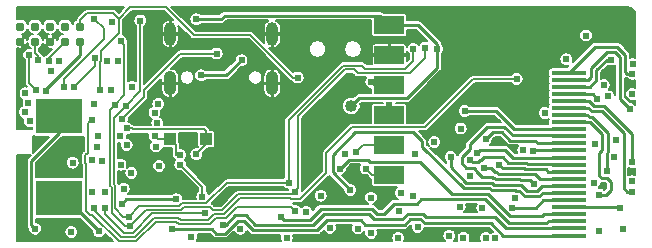
<source format=gbl>
%TF.GenerationSoftware,KiCad,Pcbnew,(5.1.10-1-10_14)*%
%TF.CreationDate,2022-01-16T17:40:32-08:00*%
%TF.ProjectId,umbelt-board,756d6265-6c74-42d6-926f-6172642e6b69,1.0.1*%
%TF.SameCoordinates,Original*%
%TF.FileFunction,Copper,L4,Bot*%
%TF.FilePolarity,Positive*%
%FSLAX46Y46*%
G04 Gerber Fmt 4.6, Leading zero omitted, Abs format (unit mm)*
G04 Created by KiCad (PCBNEW (5.1.10-1-10_14)) date 2022-01-16 17:40:32*
%MOMM*%
%LPD*%
G01*
G04 APERTURE LIST*
%TA.AperFunction,SMDPad,CuDef*%
%ADD10R,3.000000X0.300000*%
%TD*%
%TA.AperFunction,SMDPad,CuDef*%
%ADD11R,2.510000X1.500000*%
%TD*%
%TA.AperFunction,ComponentPad*%
%ADD12O,1.050000X2.100000*%
%TD*%
%TA.AperFunction,ComponentPad*%
%ADD13O,1.000000X2.000000*%
%TD*%
%TA.AperFunction,ConnectorPad*%
%ADD14C,0.787400*%
%TD*%
%TA.AperFunction,SMDPad,CuDef*%
%ADD15R,4.000000X3.000000*%
%TD*%
%TA.AperFunction,SMDPad,CuDef*%
%ADD16R,1.000000X1.000000*%
%TD*%
%TA.AperFunction,ViaPad*%
%ADD17C,0.609600*%
%TD*%
%TA.AperFunction,ViaPad*%
%ADD18C,1.016000*%
%TD*%
%TA.AperFunction,Conductor*%
%ADD19C,0.254000*%
%TD*%
%TA.AperFunction,Conductor*%
%ADD20C,0.152400*%
%TD*%
%TA.AperFunction,Conductor*%
%ADD21C,0.100000*%
%TD*%
G04 APERTURE END LIST*
D10*
%TO.P,J6,24*%
%TO.N,/motor_drivers/OUT-_12*%
X177800000Y-112480000D03*
%TO.P,J6,23*%
%TO.N,/motor_drivers/OUT+_12*%
X177800000Y-113080000D03*
%TO.P,J6,22*%
%TO.N,/motor_drivers/OUT-_11*%
X177800000Y-113680000D03*
%TO.P,J6,21*%
%TO.N,/motor_drivers/OUT+_11*%
X177800000Y-114280000D03*
%TO.P,J6,20*%
%TO.N,/motor_drivers/OUT-_10*%
X177800000Y-114880000D03*
%TO.P,J6,19*%
%TO.N,/motor_drivers/OUT+_10*%
X177800000Y-115480000D03*
%TO.P,J6,18*%
%TO.N,/motor_drivers/OUT-_9*%
X177800000Y-116080000D03*
%TO.P,J6,17*%
%TO.N,/motor_drivers/OUT+_9*%
X177800000Y-116680000D03*
%TO.P,J6,16*%
%TO.N,/motor_drivers/OUT-_8*%
X177800000Y-117280000D03*
%TO.P,J6,15*%
%TO.N,/motor_drivers/OUT+_8*%
X177800000Y-117880000D03*
%TO.P,J6,14*%
%TO.N,/motor_drivers/OUT-_7*%
X177800000Y-118480000D03*
%TO.P,J6,13*%
%TO.N,/motor_drivers/OUT+_7*%
X177800000Y-119080000D03*
%TO.P,J6,12*%
%TO.N,/motor_drivers/OUT-_6*%
X177800000Y-119680000D03*
%TO.P,J6,11*%
%TO.N,/motor_drivers/OUT+_6*%
X177800000Y-120280000D03*
%TO.P,J6,10*%
%TO.N,/motor_drivers/OUT-_5*%
X177800000Y-120880000D03*
%TO.P,J6,9*%
%TO.N,/motor_drivers/OUT+_5*%
X177800000Y-121480000D03*
%TO.P,J6,8*%
%TO.N,/motor_drivers/OUT-_4*%
X177800000Y-122080000D03*
%TO.P,J6,7*%
%TO.N,/motor_drivers/OUT+_4*%
X177800000Y-122680000D03*
%TO.P,J6,6*%
%TO.N,/motor_drivers/OUT-_3*%
X177800000Y-123280000D03*
%TO.P,J6,5*%
%TO.N,/motor_drivers/OUT+_3*%
X177800000Y-123880000D03*
%TO.P,J6,4*%
%TO.N,/motor_drivers/OUT-_2*%
X177800000Y-124480000D03*
%TO.P,J6,3*%
%TO.N,/motor_drivers/OUT+_2*%
X177800000Y-125080000D03*
%TO.P,J6,2*%
%TO.N,/motor_drivers/OUT-_1*%
X177800000Y-125680000D03*
%TO.P,J6,1*%
%TO.N,/motor_drivers/OUT+_1*%
X177800000Y-126280000D03*
%TD*%
D11*
%TO.P,J2,1*%
%TO.N,+3V3*%
X162560000Y-108458000D03*
%TO.P,J2,3*%
%TO.N,/D0*%
X162560000Y-113538000D03*
%TO.P,J2,5*%
%TO.N,/A0*%
X162560000Y-118618000D03*
%TO.P,J2,2*%
%TO.N,GND*%
X162560000Y-110998000D03*
%TO.P,J2,4*%
%TO.N,/D1*%
X162560000Y-116078000D03*
%TO.P,J2,6*%
%TO.N,/A1*%
X162560000Y-121158000D03*
%TD*%
D12*
%TO.P,J1,S1*%
%TO.N,GND*%
X144016000Y-113400000D03*
X152656000Y-113400000D03*
D13*
X144016000Y-109220000D03*
X152656000Y-109220000D03*
%TD*%
D14*
%TO.P,J4,10*%
%TO.N,/RESET*%
X136398000Y-108585000D03*
%TO.P,J4,9*%
%TO.N,Net-(J4-Pad9)*%
X135128000Y-108585000D03*
%TO.P,J4,8*%
%TO.N,Net-(J4-Pad8)*%
X133858000Y-108585000D03*
%TO.P,J4,7*%
%TO.N,Net-(J4-Pad7)*%
X132588000Y-108585000D03*
%TO.P,J4,6*%
%TO.N,Net-(J4-Pad6)*%
X131318000Y-108585000D03*
%TO.P,J4,5*%
%TO.N,GND*%
X131318000Y-109855000D03*
%TO.P,J4,4*%
%TO.N,/SWCLK*%
X132588000Y-109855000D03*
%TO.P,J4,3*%
%TO.N,GND*%
X133858000Y-109855000D03*
%TO.P,J4,2*%
%TO.N,/SWDIO*%
X135128000Y-109855000D03*
%TO.P,J4,1*%
%TO.N,+3V3*%
X136398000Y-109855000D03*
%TD*%
D15*
%TO.P,J7,2*%
%TO.N,/motor_drivers/OUT-_0*%
X134620000Y-123134000D03*
%TO.P,J7,1*%
%TO.N,/motor_drivers/OUT+_0*%
X134620000Y-116134000D03*
%TD*%
D16*
%TO.P,TP1,1*%
%TO.N,/PDM_DAT*%
X144018000Y-118110000D03*
%TD*%
%TO.P,TP2,1*%
%TO.N,/PDM_CLK*%
X147066000Y-118110000D03*
%TD*%
D17*
%TO.N,+3V3*%
X183121300Y-114300000D03*
X173921326Y-119049712D03*
X153882590Y-126479290D03*
X145796000Y-126390421D03*
D18*
X159345848Y-115316001D03*
D17*
X166624000Y-110490000D03*
X139065000Y-108204000D03*
X144546155Y-123210159D03*
X180727267Y-113531741D03*
X168529965Y-123839385D03*
X179911771Y-121838922D03*
X183121290Y-121680286D03*
X144867010Y-120268979D03*
X164718977Y-119380000D03*
X137610000Y-115150000D03*
X146230000Y-107970000D03*
X161026485Y-123072684D03*
X161029998Y-126060000D03*
X139954000Y-123571000D03*
X175727610Y-115900210D03*
X146744402Y-122982034D03*
X143015853Y-115132543D03*
X168846500Y-126479254D03*
X133521588Y-114082892D03*
X135636000Y-125984000D03*
%TO.N,GND*%
X183121290Y-113383752D03*
X162306000Y-126479280D03*
X147066000Y-126479282D03*
X136906000Y-126479286D03*
X173736000Y-115697000D03*
X171828072Y-118175928D03*
X134112000Y-107442000D03*
X131445000Y-111633000D03*
X145555000Y-116484399D03*
D18*
X159178414Y-113037889D03*
D17*
X154794120Y-126479282D03*
X180723042Y-112598191D03*
X169457281Y-123839385D03*
X180698367Y-122079455D03*
X183121290Y-120867473D03*
X155956000Y-120319790D03*
X149605000Y-117551210D03*
D18*
X165608000Y-115712801D03*
X175006000Y-111125000D03*
D17*
X161792517Y-123799321D03*
X131589995Y-122210005D03*
X141478000Y-122428000D03*
X182753000Y-107569000D03*
X133858000Y-119380000D03*
X132842000Y-118364000D03*
X145922998Y-122301000D03*
X146216978Y-120218156D03*
X148149502Y-123519741D03*
X157988000Y-110998000D03*
X169926000Y-110998000D03*
X157480000Y-115316000D03*
X148082000Y-116840000D03*
X146812000Y-107188000D03*
X164465000Y-109601000D03*
X169926000Y-126479280D03*
X133440579Y-110663379D03*
X159448500Y-120650000D03*
%TO.N,VBUS*%
X150063198Y-111429799D03*
X146621500Y-112712500D03*
%TO.N,/motor_drivers/OUT+_1*%
X144189997Y-125760003D03*
%TO.N,/motor_drivers/OUT+_2*%
X153422445Y-124720445D03*
%TO.N,/motor_drivers/OUT+_3*%
X159920000Y-125690000D03*
X182118000Y-123952002D03*
%TO.N,/motor_drivers/OUT+_4*%
X159258000Y-122428000D03*
%TO.N,/motor_drivers/OUT+_5*%
X167640000Y-126301000D03*
X170548247Y-120526712D03*
%TO.N,/motor_drivers/OUT+_6*%
X169381671Y-119857170D03*
%TO.N,/motor_drivers/OUT+_7*%
X173210400Y-123100718D03*
X174735647Y-119093041D03*
%TO.N,/motor_drivers/OUT+_8*%
X174791961Y-121876789D03*
%TO.N,/motor_drivers/OUT+_9*%
X180340000Y-122809000D03*
%TO.N,/motor_drivers/OUT+_10*%
X183121262Y-122555000D03*
%TO.N,/motor_drivers/OUT+_11*%
X180186639Y-114681929D03*
%TO.N,/motor_drivers/OUT+_12*%
X182943000Y-115570000D03*
%TO.N,/motor_drivers/OUT+_0*%
X132569998Y-125699996D03*
%TO.N,/LED*%
X132075524Y-110995870D03*
X132651500Y-113919000D03*
%TO.N,/A0*%
X138465538Y-122552011D03*
X159766000Y-119207614D03*
%TO.N,/A1*%
X137362115Y-119845141D03*
X160579550Y-120611873D03*
%TO.N,/D0*%
X161036000Y-113284000D03*
X134620000Y-111506000D03*
%TO.N,/D1*%
X162560000Y-115253201D03*
X133966798Y-112357606D03*
%TO.N,/SCL*%
X141478000Y-108077000D03*
X140494979Y-124686219D03*
X140249590Y-115275353D03*
%TO.N,/SDA*%
X139827000Y-109804157D03*
X140592548Y-125514058D03*
X154559000Y-122555000D03*
X139319000Y-115227062D03*
X165608000Y-110363000D03*
%TO.N,/SCL*%
X154039953Y-121804047D03*
X164592000Y-110490000D03*
%TO.N,/SWDIO*%
X133731000Y-111506000D03*
%TO.N,/SWCLK*%
X132842000Y-111432752D03*
%TO.N,/RESET*%
X138048987Y-113919000D03*
X154813000Y-112903000D03*
%TO.N,/motor_drivers/OUT-_1*%
X148455972Y-125399374D03*
%TO.N,/motor_drivers/OUT-_2*%
X158403059Y-120615941D03*
%TO.N,/motor_drivers/OUT-_3*%
X163322000Y-126479300D03*
X172984316Y-123941684D03*
%TO.N,/motor_drivers/OUT-_4*%
X167767000Y-119634000D03*
X163539628Y-122673500D03*
%TO.N,/motor_drivers/OUT-_5*%
X171851086Y-120291387D03*
X170738813Y-126479290D03*
%TO.N,/motor_drivers/OUT-_6*%
X169979391Y-119306358D03*
%TO.N,/motor_drivers/OUT-_7*%
X170735441Y-118123856D03*
%TO.N,/motor_drivers/OUT-_8*%
X168959589Y-115731332D03*
%TO.N,/motor_drivers/OUT-_9*%
X180985036Y-120809444D03*
%TO.N,/motor_drivers/OUT-_10*%
X183121282Y-120054662D03*
%TO.N,/motor_drivers/OUT-_11*%
X181356000Y-111379000D03*
%TO.N,/motor_drivers/OUT-_12*%
X183114422Y-112570974D03*
%TO.N,/motor_drivers/OUT-_0*%
X137970077Y-125913365D03*
%TO.N,/MOTOR_PWM_2*%
X143081146Y-120385236D03*
X149961140Y-125701150D03*
%TO.N,/MOTOR_PWM_3*%
X157550000Y-125640000D03*
X140335000Y-118618000D03*
%TO.N,/MOTOR_PWM_4*%
X156770220Y-122910568D03*
X142811500Y-118745000D03*
%TO.N,/MOTOR_PWM_5*%
X164970000Y-125550000D03*
X139763500Y-117856000D03*
%TO.N,/MOTOR_PWM_6*%
X164592000Y-122968282D03*
X142923561Y-116757106D03*
%TO.N,/MOTOR_PWM_7*%
X147955000Y-110871000D03*
X171550029Y-126530090D03*
X139954000Y-116382812D03*
%TO.N,/MOTOR_PWM_8*%
X177559434Y-111357922D03*
X142691199Y-115877703D03*
%TO.N,/MOTOR_PWM_9*%
X140800000Y-113680000D03*
X180340000Y-125857000D03*
%TO.N,/MOTOR_PWM_10*%
X182372000Y-125730000D03*
X139570967Y-111480590D03*
%TO.N,/MOTOR_PWM_11*%
X179958990Y-118491000D03*
X139011579Y-113957056D03*
%TO.N,/MOTOR_PWM_12*%
X181736990Y-118210912D03*
X138689000Y-111506366D03*
%TO.N,/PDM_DAT*%
X144866970Y-119456168D03*
X142694135Y-117823918D03*
%TO.N,/PDM_CLK*%
X146216991Y-119405345D03*
X140365299Y-117196498D03*
%TO.N,/MOTOR_EN_1*%
X138480141Y-123985019D03*
X146955057Y-124404456D03*
%TO.N,/MOTOR_EN_3*%
X140081000Y-122326410D03*
X163380000Y-124240000D03*
%TO.N,/MOTOR_EN_4*%
X139814957Y-120294311D03*
X158783885Y-119343436D03*
%TO.N,/MOTOR_EN_6*%
X135763000Y-120106870D03*
X169395308Y-121197741D03*
%TO.N,/MOTOR_EN_8*%
X168621335Y-117224399D03*
X137947075Y-117820505D03*
%TO.N,/MOTOR_EN_2*%
X137432811Y-122570235D03*
X155531774Y-124294849D03*
X140732611Y-120975068D03*
%TO.N,/MOTOR_EN_5*%
X170434000Y-123952000D03*
X138233942Y-119947455D03*
%TO.N,/MOTOR_EN_7*%
X166370000Y-118364000D03*
X137795000Y-118808500D03*
%TO.N,/QSPI_DATA3*%
X135890000Y-113665000D03*
X137623433Y-111221541D03*
%TO.N,/ACC_IRQ*%
X154583989Y-124184706D03*
X137361411Y-116489174D03*
%TO.N,/QSPI_DATA1*%
X135001000Y-113665000D03*
X137604500Y-107950006D03*
%TO.N,/MOTOR_EN_12*%
X183172063Y-111760210D03*
X131762498Y-114236498D03*
%TO.N,/MOTOR_EN_11*%
X179228687Y-109347000D03*
X132016500Y-115062000D03*
%TO.N,/MOTOR_EN_10*%
X181613492Y-119628105D03*
X132111986Y-116585980D03*
%TO.N,/MOTOR_EN_9*%
X181106659Y-114507493D03*
X131698998Y-115823998D03*
%TO.N,VBAT*%
X173355000Y-113030000D03*
X137541000Y-123952000D03*
%TD*%
D19*
%TO.N,+3V3*%
X166624000Y-112073362D02*
X166624000Y-110490000D01*
X164079161Y-114618201D02*
X166624000Y-112073362D01*
X160043648Y-114618201D02*
X164079161Y-114618201D01*
X159345848Y-115316001D02*
X160043648Y-114618201D01*
X162560000Y-108458000D02*
X161991790Y-107889790D01*
X144546155Y-123210159D02*
X140314841Y-123210159D01*
X140314841Y-123210159D02*
X139954000Y-123571000D01*
D20*
X146744402Y-122146371D02*
X146744402Y-122982034D01*
X144867010Y-120268979D02*
X146744402Y-122146371D01*
D19*
X148336000Y-107950000D02*
X146250000Y-107950000D01*
X148620799Y-107665201D02*
X148336000Y-107950000D01*
X161767201Y-107665201D02*
X148620799Y-107665201D01*
X146250000Y-107950000D02*
X146230000Y-107970000D01*
X162560000Y-108458000D02*
X161767201Y-107665201D01*
X133521588Y-113881128D02*
X133521588Y-114082892D01*
X136398000Y-109855000D02*
X136398000Y-111004716D01*
X136398000Y-111004716D02*
X133521588Y-113881128D01*
X166624000Y-110058948D02*
X165023052Y-108458000D01*
X166624000Y-110490000D02*
X166624000Y-110058948D01*
X165023052Y-108458000D02*
X162560000Y-108458000D01*
D20*
%TO.N,GND*%
X131445000Y-109956590D02*
X131343410Y-109855000D01*
X131445000Y-111633000D02*
X131445000Y-109956590D01*
X133440579Y-110272421D02*
X133440579Y-110663379D01*
X133858000Y-109855000D02*
X133440579Y-110272421D01*
D19*
%TO.N,VBUS*%
X148780497Y-112712500D02*
X146621500Y-112712500D01*
X150063198Y-111429799D02*
X148780497Y-112712500D01*
%TO.N,/motor_drivers/OUT+_1*%
X157280768Y-125004999D02*
X156441486Y-125844281D01*
X147551112Y-125750679D02*
X144199321Y-125750679D01*
X147911434Y-126111001D02*
X147551112Y-125750679D01*
X148653249Y-126111001D02*
X147911434Y-126111001D01*
X151044083Y-125844281D02*
X150234801Y-125034999D01*
X165204801Y-124874999D02*
X164362000Y-124874999D01*
X150234801Y-125034999D02*
X149729251Y-125034999D01*
X160544801Y-125374999D02*
X160174801Y-125004999D01*
X165551802Y-125222000D02*
X165204801Y-124874999D01*
X156441486Y-125844281D02*
X151044083Y-125844281D01*
X164362000Y-124874999D02*
X163862000Y-125374999D01*
X144199321Y-125750679D02*
X144189997Y-125760003D01*
X160174801Y-125004999D02*
X157280768Y-125004999D01*
X171178173Y-125222000D02*
X165551802Y-125222000D01*
X177800000Y-126280000D02*
X172236173Y-126280000D01*
X172236173Y-126280000D02*
X171178173Y-125222000D01*
X149729251Y-125034999D02*
X148653249Y-126111001D01*
X163862000Y-125374999D02*
X160544801Y-125374999D01*
%TO.N,/motor_drivers/OUT+_2*%
X177800000Y-125080000D02*
X176046000Y-125080000D01*
X176046000Y-125080000D02*
X175926698Y-125199302D01*
X175926698Y-125199302D02*
X172697302Y-125199302D01*
X161092789Y-124002789D02*
X156782618Y-124002789D01*
X155855548Y-124929859D02*
X153631859Y-124929859D01*
X162960601Y-123603283D02*
X162103884Y-124460000D01*
X165295709Y-123204375D02*
X164896801Y-123603283D01*
X156782618Y-124002789D02*
X155855548Y-124929859D01*
X161550000Y-124460000D02*
X161092789Y-124002789D01*
X164896801Y-123603283D02*
X162960601Y-123603283D01*
X153631859Y-124929859D02*
X153422445Y-124720445D01*
X172697302Y-125199302D02*
X170702375Y-123204375D01*
X170702375Y-123204375D02*
X165295709Y-123204375D01*
X162103884Y-124460000D02*
X161550000Y-124460000D01*
%TO.N,/motor_drivers/OUT+_3*%
X182045998Y-123880000D02*
X182118000Y-123952002D01*
X177800000Y-123880000D02*
X182045998Y-123880000D01*
%TO.N,/motor_drivers/OUT+_4*%
X177800000Y-122680000D02*
X175575147Y-122680000D01*
X173251234Y-122427988D02*
X171219173Y-122427988D01*
X165354001Y-118742829D02*
X165354001Y-118313199D01*
X164578601Y-117537799D02*
X159652399Y-117537799D01*
X174061258Y-122969002D02*
X173563564Y-122471308D01*
X175575147Y-122680000D02*
X175286144Y-122969002D01*
X175286144Y-122969002D02*
X174061258Y-122969002D01*
X157768058Y-120938058D02*
X159258000Y-122428000D01*
X171081138Y-122289953D02*
X168901125Y-122289953D01*
X173563564Y-122471308D02*
X173294554Y-122471308D01*
X168901125Y-122289953D02*
X165354001Y-118742829D01*
X173294554Y-122471308D02*
X173251234Y-122427988D01*
X159652399Y-117537799D02*
X157768058Y-119422140D01*
X171219173Y-122427988D02*
X171081138Y-122289953D01*
X157768058Y-119422140D02*
X157768058Y-120938058D01*
X165354001Y-118313199D02*
X164578601Y-117537799D01*
%TO.N,/motor_drivers/OUT+_5*%
X171546285Y-120926388D02*
X171146609Y-120526712D01*
X174937284Y-121099675D02*
X173862700Y-121099675D01*
X177800000Y-121480000D02*
X175317609Y-121480000D01*
X173819380Y-121056355D02*
X171787319Y-121056355D01*
X175317609Y-121480000D02*
X174937284Y-121099675D01*
X171787319Y-121056355D02*
X171657352Y-120926388D01*
X171146609Y-120526712D02*
X170548247Y-120526712D01*
X173862700Y-121099675D02*
X173819380Y-121056355D01*
X171657352Y-120926388D02*
X171546285Y-120926388D01*
%TO.N,/motor_drivers/OUT+_6*%
X174198144Y-120141933D02*
X172641434Y-120141933D01*
X172155887Y-119656386D02*
X170612049Y-119656386D01*
X170612049Y-119656386D02*
X170373976Y-119894459D01*
X170049447Y-120091213D02*
X169615714Y-120091213D01*
X170373976Y-119894459D02*
X170246201Y-119894459D01*
X170246201Y-119894459D02*
X170049447Y-120091213D01*
X169615714Y-120091213D02*
X169381671Y-119857170D01*
X177705253Y-120185253D02*
X174241464Y-120185253D01*
X177800000Y-120280000D02*
X177705253Y-120185253D01*
X174241464Y-120185253D02*
X174198144Y-120141933D01*
X172641434Y-120141933D02*
X172155887Y-119656386D01*
%TO.N,/motor_drivers/OUT+_7*%
X177800000Y-119080000D02*
X174748688Y-119080000D01*
X174748688Y-119080000D02*
X174735647Y-119093041D01*
%TO.N,/motor_drivers/OUT+_8*%
X171356903Y-121383599D02*
X171467970Y-121383599D01*
X173018327Y-117779788D02*
X172322255Y-117083716D01*
X168692651Y-120138533D02*
X169102542Y-120548424D01*
X169418001Y-118541802D02*
X169418001Y-118922801D01*
X169728345Y-120548424D02*
X169916001Y-120736080D01*
X172322255Y-117083716D02*
X170876087Y-117083716D01*
X177800000Y-117880000D02*
X177699788Y-117779788D01*
X171467970Y-121383599D02*
X171597937Y-121513566D01*
X177699788Y-117779788D02*
X173018327Y-117779788D01*
X169418001Y-118922801D02*
X168692651Y-119648149D01*
X168692651Y-119648149D02*
X168692651Y-120138533D01*
X171597937Y-121513566D02*
X173629998Y-121513566D01*
X173673318Y-121556886D02*
X174472058Y-121556886D01*
X170876087Y-117083716D02*
X169418001Y-118541802D01*
X169102542Y-120548424D02*
X169728345Y-120548424D01*
X169916001Y-120834261D02*
X170392107Y-121310367D01*
X170392107Y-121310367D02*
X171283671Y-121310367D01*
X173629998Y-121513566D02*
X173673318Y-121556886D01*
X174472058Y-121556886D02*
X174791961Y-121876789D01*
X171283671Y-121310367D02*
X171356903Y-121383599D01*
X169916001Y-120736080D02*
X169916001Y-120834261D01*
%TO.N,/motor_drivers/OUT+_9*%
X180923088Y-122809000D02*
X180340000Y-122809000D01*
X179562564Y-116688564D02*
X180594000Y-117720000D01*
X181333368Y-122398720D02*
X180923088Y-122809000D01*
X181003168Y-121444454D02*
X181333368Y-121774654D01*
X180349946Y-121208801D02*
X180585599Y-121444454D01*
X180594000Y-119063605D02*
X180349946Y-119307659D01*
X180594000Y-117720000D02*
X180594000Y-119063605D01*
X177800000Y-116680000D02*
X177808564Y-116688564D01*
X180349946Y-119307659D02*
X180349946Y-121208801D01*
X180585599Y-121444454D02*
X181003168Y-121444454D01*
X181333368Y-121774654D02*
X181333368Y-122398720D01*
X177808564Y-116688564D02*
X179562564Y-116688564D01*
%TO.N,/motor_drivers/OUT+_10*%
X177800000Y-115480000D02*
X179398313Y-115480000D01*
X182403506Y-122268296D02*
X182690210Y-122555000D01*
X179398313Y-115480000D02*
X179692455Y-115774142D01*
X182690210Y-122555000D02*
X183121262Y-122555000D01*
X180570242Y-115774142D02*
X182403506Y-117607406D01*
X179692455Y-115774142D02*
X180570242Y-115774142D01*
X182403506Y-117607406D02*
X182403506Y-122268296D01*
%TO.N,/motor_drivers/OUT+_11*%
X179784710Y-114280000D02*
X180186639Y-114681929D01*
X177800000Y-114280000D02*
X179784710Y-114280000D01*
%TO.N,/motor_drivers/OUT+_12*%
X177800000Y-113080000D02*
X179374787Y-113080000D01*
X179630204Y-112824583D02*
X179630204Y-112104634D01*
X179630204Y-112104634D02*
X180990840Y-110743998D01*
X182079842Y-114706842D02*
X182943000Y-115570000D01*
X182079842Y-111163038D02*
X182079842Y-114706842D01*
X179374787Y-113080000D02*
X179630204Y-112824583D01*
X180990840Y-110743998D02*
X181660802Y-110743998D01*
X181660802Y-110743998D02*
X182079842Y-111163038D01*
%TO.N,/motor_drivers/OUT+_0*%
X134620000Y-115880000D02*
X134620000Y-117634000D01*
X132265199Y-119988801D02*
X132265199Y-125395197D01*
X134620000Y-117634000D02*
X132265199Y-119988801D01*
X132265199Y-125395197D02*
X132569998Y-125699996D01*
D20*
%TO.N,/LED*%
X132075524Y-113343024D02*
X132651500Y-113919000D01*
X132075524Y-110995870D02*
X132075524Y-113343024D01*
%TO.N,/A0*%
X162560000Y-118618000D02*
X160355614Y-118618000D01*
X160355614Y-118618000D02*
X159766000Y-119207614D01*
%TO.N,/A1*%
X162560000Y-121158000D02*
X161125677Y-121158000D01*
X161125677Y-121158000D02*
X160579550Y-120611873D01*
%TO.N,/D0*%
X161290000Y-113538000D02*
X161036000Y-113284000D01*
X162560000Y-113538000D02*
X161290000Y-113538000D01*
%TO.N,/D1*%
X162560000Y-116078000D02*
X162560000Y-115253201D01*
%TO.N,/SCL*%
X140063927Y-124686219D02*
X139359246Y-123981538D01*
X139230099Y-121944098D02*
X139230099Y-116294844D01*
X141478000Y-114046943D02*
X140249590Y-115275353D01*
X139230099Y-116294844D02*
X140249590Y-115275353D01*
X141478000Y-108077000D02*
X141478000Y-114046943D01*
X139359246Y-123981538D02*
X139359246Y-122073245D01*
X140494979Y-124686219D02*
X140063927Y-124686219D01*
X139359246Y-122073245D02*
X139230099Y-121944098D01*
%TO.N,/SDA*%
X144947270Y-124103765D02*
X145179980Y-123871055D01*
X148429919Y-124103942D02*
X149750270Y-122783591D01*
X149750270Y-122783591D02*
X154330409Y-122783591D01*
X145179980Y-123871055D02*
X147377665Y-123871055D01*
X154330409Y-122783591D02*
X154559000Y-122555000D01*
X147610552Y-124103942D02*
X148429919Y-124103942D01*
X140592548Y-125514058D02*
X142002841Y-124103765D01*
X142002841Y-124103765D02*
X144947270Y-124103765D01*
X147377665Y-123871055D02*
X147610552Y-124103942D01*
X138925288Y-122070354D02*
X138925288Y-115620774D01*
X140131799Y-114414263D02*
X139319000Y-115227062D01*
X140131799Y-110108956D02*
X140131799Y-114414263D01*
X140592548Y-125514058D02*
X140161496Y-125514058D01*
X138925288Y-115620774D02*
X139319000Y-115227062D01*
X139054439Y-122199505D02*
X138925288Y-122070354D01*
X140161496Y-125514058D02*
X139054439Y-124407001D01*
X139054439Y-124407001D02*
X139054439Y-122199505D01*
X139827000Y-109804157D02*
X140131799Y-110108956D01*
X165608000Y-111252000D02*
X165608000Y-110363000D01*
X159588203Y-112217203D02*
X159893000Y-112522000D01*
X159893000Y-112522000D02*
X164338000Y-112522000D01*
X158833746Y-112217203D02*
X159588203Y-112217203D01*
X164338000Y-112522000D02*
X165608000Y-111252000D01*
X154863799Y-116187150D02*
X158833746Y-112217203D01*
X154863799Y-122250201D02*
X154863799Y-116187150D01*
X154559000Y-122555000D02*
X154863799Y-122250201D01*
%TO.N,/SCL*%
X147038186Y-123566244D02*
X148800383Y-121804047D01*
X145016269Y-123566244D02*
X147038186Y-123566244D01*
X148800383Y-121804047D02*
X154039953Y-121804047D01*
X141382244Y-123798954D02*
X144783559Y-123798954D01*
X140494979Y-124686219D02*
X141382244Y-123798954D01*
X144783559Y-123798954D02*
X145016269Y-123566244D01*
X164592000Y-111473922D02*
X164592000Y-110490000D01*
X163924922Y-112141000D02*
X164592000Y-111473922D01*
X160274000Y-111887000D02*
X160528000Y-112141000D01*
X160528000Y-112141000D02*
X163924922Y-112141000D01*
X154039953Y-116470047D02*
X158623000Y-111887000D01*
X158623000Y-111887000D02*
X160274000Y-111887000D01*
X154039953Y-121804047D02*
X154039953Y-116470047D01*
%TO.N,/SWDIO*%
X133731000Y-111252000D02*
X133731000Y-111506000D01*
X135128000Y-109855000D02*
X133731000Y-111252000D01*
%TO.N,/SWCLK*%
X132842000Y-111088539D02*
X132842000Y-111432752D01*
X132588000Y-109855000D02*
X132588000Y-110834539D01*
X132588000Y-110834539D02*
X132842000Y-111088539D01*
%TO.N,/RESET*%
X139142213Y-107416595D02*
X137009630Y-107416595D01*
X139649201Y-107923583D02*
X139142213Y-107416595D01*
X136398000Y-108028225D02*
X136398000Y-108585000D01*
X137009630Y-107416595D02*
X136398000Y-108028225D01*
X138048987Y-111577801D02*
X138048987Y-113487948D01*
X138048987Y-113487948D02*
X138048987Y-113919000D01*
X139649201Y-107923583D02*
X139649201Y-109168832D01*
X138156834Y-111469954D02*
X138048987Y-111577801D01*
X138156835Y-110661198D02*
X138156834Y-111469954D01*
X139649201Y-109168832D02*
X138156835Y-110661198D01*
X154381948Y-112903000D02*
X154813000Y-112903000D01*
X146025380Y-109320000D02*
X150798948Y-109320000D01*
X143639380Y-106934000D02*
X146025380Y-109320000D01*
X140638784Y-106934000D02*
X143639380Y-106934000D01*
X150798948Y-109320000D02*
X154381948Y-112903000D01*
X139649201Y-107923583D02*
X140638784Y-106934000D01*
D19*
%TO.N,/motor_drivers/OUT-_1*%
X171514001Y-124714000D02*
X165690395Y-124714000D01*
X150424183Y-124577788D02*
X149539868Y-124577788D01*
X157059744Y-124460000D02*
X156132674Y-125387070D01*
X148718282Y-125399374D02*
X148455972Y-125399374D01*
X149539868Y-124577788D02*
X148718282Y-125399374D01*
X164138616Y-124417788D02*
X163638616Y-124917788D01*
X151233465Y-125387070D02*
X150424183Y-124577788D01*
X165394183Y-124417788D02*
X164138616Y-124417788D01*
X156132674Y-125387070D02*
X151233465Y-125387070D01*
X177800000Y-125680000D02*
X172480001Y-125680000D01*
X161285195Y-124917788D02*
X160827407Y-124460000D01*
X172480001Y-125680000D02*
X171514001Y-124714000D01*
X165690395Y-124714000D02*
X165394183Y-124417788D01*
X163638616Y-124917788D02*
X161285195Y-124917788D01*
X160827407Y-124460000D02*
X157059744Y-124460000D01*
%TO.N,/motor_drivers/OUT-_2*%
X159176376Y-119842624D02*
X158403059Y-120615941D01*
X175497988Y-124637788D02*
X172782380Y-124637788D01*
X160973303Y-120027701D02*
X160788226Y-119842624D01*
X167880650Y-122747164D02*
X165161187Y-120027701D01*
X175655776Y-124480000D02*
X175497988Y-124637788D01*
X165161187Y-120027701D02*
X160973303Y-120027701D01*
X160788226Y-119842624D02*
X159176376Y-119842624D01*
X170891756Y-122747164D02*
X167880650Y-122747164D01*
X177800000Y-124480000D02*
X175655776Y-124480000D01*
X172782380Y-124637788D02*
X170891756Y-122747164D01*
%TO.N,/motor_drivers/OUT-_3*%
X174960056Y-123941684D02*
X172984316Y-123941684D01*
X177800000Y-123280000D02*
X175621740Y-123280000D01*
X175621740Y-123280000D02*
X174960056Y-123941684D01*
%TO.N,/motor_drivers/OUT-_4*%
X173752946Y-122014097D02*
X173483936Y-122014097D01*
X171408555Y-121970777D02*
X171270520Y-121832742D01*
X175528554Y-122080000D02*
X175096762Y-122511791D01*
X173440616Y-121970777D02*
X171408555Y-121970777D01*
X174250640Y-122511791D02*
X173752946Y-122014097D01*
X171270520Y-121832742D02*
X169090507Y-121832742D01*
X169090507Y-121832742D02*
X167767000Y-120509235D01*
X167767000Y-120509235D02*
X167767000Y-119634000D01*
X177800000Y-122080000D02*
X175528554Y-122080000D01*
X173483936Y-122014097D02*
X173440616Y-121970777D01*
X175096762Y-122511791D02*
X174250640Y-122511791D01*
%TO.N,/motor_drivers/OUT-_5*%
X174052082Y-120642464D02*
X174008762Y-120599144D01*
X177800000Y-120880000D02*
X176046000Y-120880000D01*
X176046000Y-120880000D02*
X175808464Y-120642464D01*
X175808464Y-120642464D02*
X174052082Y-120642464D01*
X174008762Y-120599144D02*
X172158843Y-120599144D01*
X172158843Y-120599144D02*
X171851086Y-120291387D01*
%TO.N,/motor_drivers/OUT-_6*%
X177800000Y-119680000D02*
X177751958Y-119728042D01*
X170284190Y-119001559D02*
X169979391Y-119306358D01*
X177751958Y-119728042D02*
X174430846Y-119728042D01*
X173043512Y-119684722D02*
X172360349Y-119001559D01*
X174387526Y-119684722D02*
X173043512Y-119684722D01*
X174430846Y-119728042D02*
X174387526Y-119684722D01*
X172360349Y-119001559D02*
X170284190Y-119001559D01*
%TO.N,/motor_drivers/OUT-_7*%
X175172803Y-118480000D02*
X174929801Y-118236998D01*
X174929801Y-118236998D02*
X172828944Y-118236998D01*
X172828944Y-118236998D02*
X172132873Y-117540927D01*
X171318370Y-117540927D02*
X170735441Y-118123856D01*
X177800000Y-118480000D02*
X175172803Y-118480000D01*
X172132873Y-117540927D02*
X171318370Y-117540927D01*
%TO.N,/motor_drivers/OUT-_8*%
X173165132Y-117280000D02*
X171616464Y-115731332D01*
X171616464Y-115731332D02*
X168959589Y-115731332D01*
X177800000Y-117280000D02*
X173165132Y-117280000D01*
%TO.N,/motor_drivers/OUT-_9*%
X177800000Y-116080000D02*
X179351720Y-116080000D01*
X180974999Y-119329199D02*
X180974999Y-120799407D01*
X180974999Y-120799407D02*
X180985036Y-120809444D01*
X179503073Y-116231353D02*
X179751946Y-116231353D01*
X179351720Y-116080000D02*
X179503073Y-116231353D01*
X181101989Y-119202209D02*
X180974999Y-119329199D01*
X181101989Y-117581396D02*
X181101989Y-119202209D01*
X179751946Y-116231353D02*
X181101989Y-117581396D01*
%TO.N,/motor_drivers/OUT-_10*%
X180759624Y-115316931D02*
X183121282Y-117678589D01*
X179444906Y-114880000D02*
X179881837Y-115316931D01*
X177800000Y-114880000D02*
X179444906Y-114880000D01*
X179881837Y-115316931D02*
X180759624Y-115316931D01*
X183121282Y-117678589D02*
X183121282Y-120054662D01*
%TO.N,/motor_drivers/OUT-_11*%
X179554000Y-113680000D02*
X180088041Y-113145959D01*
X177800000Y-113680000D02*
X179554000Y-113680000D01*
X180088041Y-112293390D02*
X181002431Y-111379000D01*
X181002431Y-111379000D02*
X181356000Y-111379000D01*
X180088041Y-113145959D02*
X180088041Y-112293390D01*
%TO.N,/motor_drivers/OUT-_12*%
X181850184Y-110286787D02*
X182537053Y-110973656D01*
X179993213Y-110286787D02*
X181850184Y-110286787D01*
X182683370Y-112570974D02*
X183114422Y-112570974D01*
X177800000Y-112480000D02*
X179993213Y-110286787D01*
X182537053Y-112424657D02*
X182683370Y-112570974D01*
X182537053Y-110973656D02*
X182537053Y-112424657D01*
%TO.N,/motor_drivers/OUT-_0*%
X137970077Y-125913365D02*
X134936712Y-122880000D01*
X134936712Y-122880000D02*
X134620000Y-122880000D01*
D20*
%TO.N,/MOTOR_PWM_7*%
X141782811Y-114554001D02*
X139954000Y-116382812D01*
X141782811Y-113970582D02*
X141782811Y-114554001D01*
X144882393Y-110871000D02*
X141782811Y-113970582D01*
X147955000Y-110871000D02*
X144882393Y-110871000D01*
%TO.N,/PDM_DAT*%
X144497608Y-119456168D02*
X144866970Y-119456168D01*
X144497608Y-118589608D02*
X144018000Y-118110000D01*
X144497608Y-119456168D02*
X144497608Y-118589608D01*
X144018000Y-118110000D02*
X142980217Y-118110000D01*
X142980217Y-118110000D02*
X142694135Y-117823918D01*
%TO.N,/PDM_CLK*%
X147066000Y-118556336D02*
X146216991Y-119405345D01*
X147066000Y-118110000D02*
X147066000Y-118556336D01*
X140796351Y-117196498D02*
X140365299Y-117196498D01*
X147066000Y-117457600D02*
X146852573Y-117244173D01*
X146852573Y-117244173D02*
X143225929Y-117244173D01*
X147066000Y-118110000D02*
X147066000Y-117457600D01*
X140890360Y-117290507D02*
X140796351Y-117196498D01*
X143179595Y-117290507D02*
X140890360Y-117290507D01*
X143225929Y-117244173D02*
X143179595Y-117290507D01*
%TO.N,/MOTOR_EN_1*%
X138480141Y-123985019D02*
X138480141Y-124416071D01*
X138480141Y-124416071D02*
X140111538Y-126047468D01*
X140851832Y-126047468D02*
X142490724Y-124408576D01*
X146950937Y-124408576D02*
X146955057Y-124404456D01*
X142490724Y-124408576D02*
X146950937Y-124408576D01*
X140111538Y-126047468D02*
X140851832Y-126047468D01*
%TO.N,/QSPI_DATA3*%
X135890000Y-113665000D02*
X137623433Y-111931567D01*
X137623433Y-111931567D02*
X137623433Y-111221541D01*
%TO.N,/ACC_IRQ*%
X137056612Y-119265454D02*
X137056612Y-116793973D01*
X149662998Y-123879907D02*
X148727741Y-124815164D01*
X144526418Y-125119798D02*
X142786291Y-125119798D01*
X137056612Y-116793973D02*
X137361411Y-116489174D01*
X142786291Y-125119798D02*
X141147399Y-126758690D01*
X136828714Y-120101174D02*
X136828714Y-119493352D01*
X144750888Y-125344268D02*
X144526418Y-125119798D01*
X137440417Y-124536201D02*
X137260583Y-124536201D01*
X139662906Y-126758690D02*
X137440417Y-124536201D01*
X141147399Y-126758690D02*
X139662906Y-126758690D01*
X136899401Y-124175019D02*
X136899401Y-120171861D01*
X154583989Y-124184706D02*
X154279190Y-123879907D01*
X137260583Y-124536201D02*
X136899401Y-124175019D01*
X154279190Y-123879907D02*
X149662998Y-123879907D01*
X147391369Y-125344268D02*
X144750888Y-125344268D01*
X148727741Y-124815164D02*
X147920473Y-124815164D01*
X136899401Y-120171861D02*
X136828714Y-120101174D01*
X147920473Y-124815164D02*
X147391369Y-125344268D01*
X136828714Y-119493352D02*
X137056612Y-119265454D01*
%TO.N,/QSPI_DATA1*%
X138391901Y-108737407D02*
X137604500Y-107950006D01*
X135001000Y-113665000D02*
X135001000Y-113001584D01*
X135001000Y-113001584D02*
X138391901Y-109610683D01*
X138391901Y-109610683D02*
X138391901Y-108737407D01*
%TO.N,VBAT*%
X154278583Y-123202701D02*
X154215084Y-123139202D01*
X157213299Y-119290083D02*
X157213299Y-120980201D01*
X154990799Y-123202701D02*
X154278583Y-123202701D01*
X142638022Y-124764187D02*
X140999130Y-126403079D01*
X147764578Y-124459553D02*
X147235474Y-124988657D01*
X173355000Y-113030000D02*
X169672000Y-113030000D01*
X139815027Y-126403079D02*
X137541000Y-124129052D01*
X140999130Y-126403079D02*
X139815027Y-126403079D01*
X144673716Y-124764187D02*
X142638022Y-124764187D01*
X165594599Y-117107401D02*
X159395981Y-117107401D01*
X169672000Y-113030000D02*
X165594599Y-117107401D01*
X147235474Y-124988657D02*
X144898186Y-124988657D01*
X149900794Y-123139202D02*
X148580443Y-124459553D01*
X154215084Y-123139202D02*
X149900794Y-123139202D01*
X144898186Y-124988657D02*
X144673716Y-124764187D01*
X159395981Y-117107401D02*
X157213299Y-119290083D01*
X148580443Y-124459553D02*
X147764578Y-124459553D01*
X137541000Y-124129052D02*
X137541000Y-123952000D01*
X157213299Y-120980201D02*
X154990799Y-123202701D01*
%TD*%
%TO.N,GND*%
X131991945Y-119687319D02*
X131976441Y-119700043D01*
X131925655Y-119761926D01*
X131902950Y-119804405D01*
X131887918Y-119832527D01*
X131864680Y-119909133D01*
X131863892Y-119917137D01*
X131858799Y-119968842D01*
X131858799Y-119968848D01*
X131856834Y-119988801D01*
X131858799Y-120008754D01*
X131858800Y-125375234D01*
X131856834Y-125395197D01*
X131864680Y-125474865D01*
X131887918Y-125551471D01*
X131897704Y-125569779D01*
X131925656Y-125622073D01*
X131937613Y-125636642D01*
X131963717Y-125668451D01*
X131963723Y-125668457D01*
X131976442Y-125683955D01*
X131985798Y-125691633D01*
X131985798Y-125757535D01*
X132008248Y-125870401D01*
X132052286Y-125976719D01*
X132116220Y-126072402D01*
X132197592Y-126153774D01*
X132293275Y-126217708D01*
X132399593Y-126261746D01*
X132512459Y-126284196D01*
X132627537Y-126284196D01*
X132740403Y-126261746D01*
X132846721Y-126217708D01*
X132942404Y-126153774D01*
X133023776Y-126072402D01*
X133087710Y-125976719D01*
X133108527Y-125926461D01*
X135051800Y-125926461D01*
X135051800Y-126041539D01*
X135074250Y-126154405D01*
X135118288Y-126260723D01*
X135182222Y-126356406D01*
X135263594Y-126437778D01*
X135359277Y-126501712D01*
X135465595Y-126545750D01*
X135578461Y-126568200D01*
X135693539Y-126568200D01*
X135806405Y-126545750D01*
X135912723Y-126501712D01*
X136008406Y-126437778D01*
X136089778Y-126356406D01*
X136153712Y-126260723D01*
X136197750Y-126154405D01*
X136220200Y-126041539D01*
X136220200Y-125926461D01*
X136197750Y-125813595D01*
X136153712Y-125707277D01*
X136089778Y-125611594D01*
X136008406Y-125530222D01*
X135912723Y-125466288D01*
X135806405Y-125422250D01*
X135693539Y-125399800D01*
X135578461Y-125399800D01*
X135465595Y-125422250D01*
X135359277Y-125466288D01*
X135263594Y-125530222D01*
X135182222Y-125611594D01*
X135118288Y-125707277D01*
X135074250Y-125813595D01*
X135051800Y-125926461D01*
X133108527Y-125926461D01*
X133131748Y-125870401D01*
X133154198Y-125757535D01*
X133154198Y-125642457D01*
X133131748Y-125529591D01*
X133087710Y-125423273D01*
X133023776Y-125327590D01*
X132942404Y-125246218D01*
X132846721Y-125182284D01*
X132740403Y-125138246D01*
X132671599Y-125124560D01*
X132671599Y-124914751D01*
X136396726Y-124914751D01*
X137385877Y-125903902D01*
X137385877Y-125970904D01*
X137408327Y-126083770D01*
X137452365Y-126190088D01*
X137516299Y-126285771D01*
X137597671Y-126367143D01*
X137693354Y-126431077D01*
X137799672Y-126475115D01*
X137912538Y-126497565D01*
X138027616Y-126497565D01*
X138140482Y-126475115D01*
X138246800Y-126431077D01*
X138342483Y-126367143D01*
X138423855Y-126285771D01*
X138487789Y-126190088D01*
X138518139Y-126116817D01*
X139160021Y-126758700D01*
X131076700Y-126758700D01*
X131076700Y-119456200D01*
X132223064Y-119456200D01*
X131991945Y-119687319D01*
%TA.AperFunction,Conductor*%
D21*
G36*
X131991945Y-119687319D02*
G01*
X131976441Y-119700043D01*
X131925655Y-119761926D01*
X131902950Y-119804405D01*
X131887918Y-119832527D01*
X131864680Y-119909133D01*
X131863892Y-119917137D01*
X131858799Y-119968842D01*
X131858799Y-119968848D01*
X131856834Y-119988801D01*
X131858799Y-120008754D01*
X131858800Y-125375234D01*
X131856834Y-125395197D01*
X131864680Y-125474865D01*
X131887918Y-125551471D01*
X131897704Y-125569779D01*
X131925656Y-125622073D01*
X131937613Y-125636642D01*
X131963717Y-125668451D01*
X131963723Y-125668457D01*
X131976442Y-125683955D01*
X131985798Y-125691633D01*
X131985798Y-125757535D01*
X132008248Y-125870401D01*
X132052286Y-125976719D01*
X132116220Y-126072402D01*
X132197592Y-126153774D01*
X132293275Y-126217708D01*
X132399593Y-126261746D01*
X132512459Y-126284196D01*
X132627537Y-126284196D01*
X132740403Y-126261746D01*
X132846721Y-126217708D01*
X132942404Y-126153774D01*
X133023776Y-126072402D01*
X133087710Y-125976719D01*
X133108527Y-125926461D01*
X135051800Y-125926461D01*
X135051800Y-126041539D01*
X135074250Y-126154405D01*
X135118288Y-126260723D01*
X135182222Y-126356406D01*
X135263594Y-126437778D01*
X135359277Y-126501712D01*
X135465595Y-126545750D01*
X135578461Y-126568200D01*
X135693539Y-126568200D01*
X135806405Y-126545750D01*
X135912723Y-126501712D01*
X136008406Y-126437778D01*
X136089778Y-126356406D01*
X136153712Y-126260723D01*
X136197750Y-126154405D01*
X136220200Y-126041539D01*
X136220200Y-125926461D01*
X136197750Y-125813595D01*
X136153712Y-125707277D01*
X136089778Y-125611594D01*
X136008406Y-125530222D01*
X135912723Y-125466288D01*
X135806405Y-125422250D01*
X135693539Y-125399800D01*
X135578461Y-125399800D01*
X135465595Y-125422250D01*
X135359277Y-125466288D01*
X135263594Y-125530222D01*
X135182222Y-125611594D01*
X135118288Y-125707277D01*
X135074250Y-125813595D01*
X135051800Y-125926461D01*
X133108527Y-125926461D01*
X133131748Y-125870401D01*
X133154198Y-125757535D01*
X133154198Y-125642457D01*
X133131748Y-125529591D01*
X133087710Y-125423273D01*
X133023776Y-125327590D01*
X132942404Y-125246218D01*
X132846721Y-125182284D01*
X132740403Y-125138246D01*
X132671599Y-125124560D01*
X132671599Y-124914751D01*
X136396726Y-124914751D01*
X137385877Y-125903902D01*
X137385877Y-125970904D01*
X137408327Y-126083770D01*
X137452365Y-126190088D01*
X137516299Y-126285771D01*
X137597671Y-126367143D01*
X137693354Y-126431077D01*
X137799672Y-126475115D01*
X137912538Y-126497565D01*
X138027616Y-126497565D01*
X138140482Y-126475115D01*
X138246800Y-126431077D01*
X138342483Y-126367143D01*
X138423855Y-126285771D01*
X138487789Y-126190088D01*
X138518139Y-126116817D01*
X139160021Y-126758700D01*
X131076700Y-126758700D01*
X131076700Y-119456200D01*
X132223064Y-119456200D01*
X131991945Y-119687319D01*
G37*
%TD.AperFunction*%
D20*
X150742604Y-126117539D02*
X150755325Y-126133039D01*
X150770823Y-126145758D01*
X150770828Y-126145763D01*
X150790276Y-126161723D01*
X150817207Y-126183825D01*
X150866484Y-126210164D01*
X150887808Y-126221562D01*
X150964414Y-126244800D01*
X150971687Y-126245516D01*
X151024123Y-126250681D01*
X151024130Y-126250681D01*
X151044083Y-126252646D01*
X151064036Y-126250681D01*
X153344949Y-126250681D01*
X153320840Y-126308885D01*
X153298390Y-126421751D01*
X153298390Y-126536829D01*
X153320840Y-126649695D01*
X153364878Y-126756013D01*
X153366673Y-126758700D01*
X146252536Y-126758700D01*
X146313712Y-126667144D01*
X146357750Y-126560826D01*
X146380200Y-126447960D01*
X146380200Y-126332882D01*
X146357750Y-126220016D01*
X146331681Y-126157079D01*
X147382776Y-126157079D01*
X147609952Y-126384255D01*
X147622676Y-126399759D01*
X147684558Y-126450545D01*
X147755159Y-126488282D01*
X147799433Y-126501712D01*
X147831765Y-126511520D01*
X147839769Y-126512308D01*
X147891474Y-126517401D01*
X147891480Y-126517401D01*
X147911433Y-126519366D01*
X147931386Y-126517401D01*
X148633296Y-126517401D01*
X148653249Y-126519366D01*
X148673202Y-126517401D01*
X148673209Y-126517401D01*
X148732917Y-126511520D01*
X148809524Y-126488282D01*
X148880125Y-126450545D01*
X148942007Y-126399759D01*
X148954731Y-126384255D01*
X149419319Y-125919668D01*
X149443428Y-125977873D01*
X149507362Y-126073556D01*
X149588734Y-126154928D01*
X149684417Y-126218862D01*
X149790735Y-126262900D01*
X149903601Y-126285350D01*
X150018679Y-126285350D01*
X150131545Y-126262900D01*
X150237863Y-126218862D01*
X150333546Y-126154928D01*
X150414918Y-126073556D01*
X150478852Y-125977873D01*
X150515196Y-125890131D01*
X150742604Y-126117539D01*
%TA.AperFunction,Conductor*%
D21*
G36*
X150742604Y-126117539D02*
G01*
X150755325Y-126133039D01*
X150770823Y-126145758D01*
X150770828Y-126145763D01*
X150790276Y-126161723D01*
X150817207Y-126183825D01*
X150866484Y-126210164D01*
X150887808Y-126221562D01*
X150964414Y-126244800D01*
X150971687Y-126245516D01*
X151024123Y-126250681D01*
X151024130Y-126250681D01*
X151044083Y-126252646D01*
X151064036Y-126250681D01*
X153344949Y-126250681D01*
X153320840Y-126308885D01*
X153298390Y-126421751D01*
X153298390Y-126536829D01*
X153320840Y-126649695D01*
X153364878Y-126756013D01*
X153366673Y-126758700D01*
X146252536Y-126758700D01*
X146313712Y-126667144D01*
X146357750Y-126560826D01*
X146380200Y-126447960D01*
X146380200Y-126332882D01*
X146357750Y-126220016D01*
X146331681Y-126157079D01*
X147382776Y-126157079D01*
X147609952Y-126384255D01*
X147622676Y-126399759D01*
X147684558Y-126450545D01*
X147755159Y-126488282D01*
X147799433Y-126501712D01*
X147831765Y-126511520D01*
X147839769Y-126512308D01*
X147891474Y-126517401D01*
X147891480Y-126517401D01*
X147911433Y-126519366D01*
X147931386Y-126517401D01*
X148633296Y-126517401D01*
X148653249Y-126519366D01*
X148673202Y-126517401D01*
X148673209Y-126517401D01*
X148732917Y-126511520D01*
X148809524Y-126488282D01*
X148880125Y-126450545D01*
X148942007Y-126399759D01*
X148954731Y-126384255D01*
X149419319Y-125919668D01*
X149443428Y-125977873D01*
X149507362Y-126073556D01*
X149588734Y-126154928D01*
X149684417Y-126218862D01*
X149790735Y-126262900D01*
X149903601Y-126285350D01*
X150018679Y-126285350D01*
X150131545Y-126262900D01*
X150237863Y-126218862D01*
X150333546Y-126154928D01*
X150414918Y-126073556D01*
X150478852Y-125977873D01*
X150515196Y-125890131D01*
X150742604Y-126117539D01*
G37*
%TD.AperFunction*%
D20*
X164385800Y-125492461D02*
X164385800Y-125607539D01*
X164408250Y-125720405D01*
X164452288Y-125826723D01*
X164516222Y-125922406D01*
X164597594Y-126003778D01*
X164693277Y-126067712D01*
X164799595Y-126111750D01*
X164912461Y-126134200D01*
X165027539Y-126134200D01*
X165140405Y-126111750D01*
X165246723Y-126067712D01*
X165342406Y-126003778D01*
X165423778Y-125922406D01*
X165487712Y-125826723D01*
X165531750Y-125720405D01*
X165549701Y-125630158D01*
X165551802Y-125630365D01*
X165571755Y-125628400D01*
X171009837Y-125628400D01*
X171358519Y-125977082D01*
X171273306Y-126012378D01*
X171177623Y-126076312D01*
X171169821Y-126084114D01*
X171111219Y-126025512D01*
X171015536Y-125961578D01*
X170909218Y-125917540D01*
X170796352Y-125895090D01*
X170681274Y-125895090D01*
X170568408Y-125917540D01*
X170462090Y-125961578D01*
X170366407Y-126025512D01*
X170285035Y-126106884D01*
X170221101Y-126202567D01*
X170177063Y-126308885D01*
X170154613Y-126421751D01*
X170154613Y-126536829D01*
X170177063Y-126649695D01*
X170221101Y-126756013D01*
X170222896Y-126758700D01*
X169362393Y-126758700D01*
X169364212Y-126755977D01*
X169408250Y-126649659D01*
X169430700Y-126536793D01*
X169430700Y-126421715D01*
X169408250Y-126308849D01*
X169364212Y-126202531D01*
X169300278Y-126106848D01*
X169218906Y-126025476D01*
X169123223Y-125961542D01*
X169016905Y-125917504D01*
X168904039Y-125895054D01*
X168788961Y-125895054D01*
X168676095Y-125917504D01*
X168569777Y-125961542D01*
X168474094Y-126025476D01*
X168392722Y-126106848D01*
X168328788Y-126202531D01*
X168284750Y-126308849D01*
X168262300Y-126421715D01*
X168262300Y-126536793D01*
X168284750Y-126649659D01*
X168328788Y-126755977D01*
X168330607Y-126758700D01*
X168006536Y-126758700D01*
X168012406Y-126754778D01*
X168093778Y-126673406D01*
X168157712Y-126577723D01*
X168201750Y-126471405D01*
X168224200Y-126358539D01*
X168224200Y-126243461D01*
X168201750Y-126130595D01*
X168157712Y-126024277D01*
X168093778Y-125928594D01*
X168012406Y-125847222D01*
X167916723Y-125783288D01*
X167810405Y-125739250D01*
X167697539Y-125716800D01*
X167582461Y-125716800D01*
X167469595Y-125739250D01*
X167363277Y-125783288D01*
X167267594Y-125847222D01*
X167186222Y-125928594D01*
X167122288Y-126024277D01*
X167078250Y-126130595D01*
X167055800Y-126243461D01*
X167055800Y-126358539D01*
X167078250Y-126471405D01*
X167122288Y-126577723D01*
X167186222Y-126673406D01*
X167267594Y-126754778D01*
X167273464Y-126758700D01*
X163837923Y-126758700D01*
X163839712Y-126756023D01*
X163883750Y-126649705D01*
X163906200Y-126536839D01*
X163906200Y-126421761D01*
X163883750Y-126308895D01*
X163839712Y-126202577D01*
X163775778Y-126106894D01*
X163694406Y-126025522D01*
X163598723Y-125961588D01*
X163492405Y-125917550D01*
X163379539Y-125895100D01*
X163264461Y-125895100D01*
X163151595Y-125917550D01*
X163045277Y-125961588D01*
X162949594Y-126025522D01*
X162868222Y-126106894D01*
X162804288Y-126202577D01*
X162760250Y-126308895D01*
X162737800Y-126421761D01*
X162737800Y-126536839D01*
X162760250Y-126649705D01*
X162804288Y-126756023D01*
X162806077Y-126758700D01*
X154398507Y-126758700D01*
X154400302Y-126756013D01*
X154444340Y-126649695D01*
X154466790Y-126536829D01*
X154466790Y-126421751D01*
X154444340Y-126308885D01*
X154420231Y-126250681D01*
X156421533Y-126250681D01*
X156441486Y-126252646D01*
X156461439Y-126250681D01*
X156461446Y-126250681D01*
X156521154Y-126244800D01*
X156597761Y-126221562D01*
X156668362Y-126183825D01*
X156730244Y-126133039D01*
X156742968Y-126117535D01*
X157006365Y-125854138D01*
X157032288Y-125916723D01*
X157096222Y-126012406D01*
X157177594Y-126093778D01*
X157273277Y-126157712D01*
X157379595Y-126201750D01*
X157492461Y-126224200D01*
X157607539Y-126224200D01*
X157720405Y-126201750D01*
X157826723Y-126157712D01*
X157922406Y-126093778D01*
X158003778Y-126012406D01*
X158067712Y-125916723D01*
X158111750Y-125810405D01*
X158134200Y-125697539D01*
X158134200Y-125582461D01*
X158111750Y-125469595D01*
X158087645Y-125411399D01*
X159403543Y-125411399D01*
X159402288Y-125413277D01*
X159358250Y-125519595D01*
X159335800Y-125632461D01*
X159335800Y-125747539D01*
X159358250Y-125860405D01*
X159402288Y-125966723D01*
X159466222Y-126062406D01*
X159547594Y-126143778D01*
X159643277Y-126207712D01*
X159749595Y-126251750D01*
X159862461Y-126274200D01*
X159977539Y-126274200D01*
X160090405Y-126251750D01*
X160196723Y-126207712D01*
X160292406Y-126143778D01*
X160373778Y-126062406D01*
X160437712Y-125966723D01*
X160466944Y-125896150D01*
X160445798Y-126002461D01*
X160445798Y-126117539D01*
X160468248Y-126230405D01*
X160512286Y-126336723D01*
X160576220Y-126432406D01*
X160657592Y-126513778D01*
X160753275Y-126577712D01*
X160859593Y-126621750D01*
X160972459Y-126644200D01*
X161087537Y-126644200D01*
X161200403Y-126621750D01*
X161306721Y-126577712D01*
X161402404Y-126513778D01*
X161483776Y-126432406D01*
X161547710Y-126336723D01*
X161591748Y-126230405D01*
X161614198Y-126117539D01*
X161614198Y-126002461D01*
X161591748Y-125889595D01*
X161547710Y-125783277D01*
X161546455Y-125781399D01*
X163842047Y-125781399D01*
X163862000Y-125783364D01*
X163881953Y-125781399D01*
X163881960Y-125781399D01*
X163941668Y-125775518D01*
X164018275Y-125752280D01*
X164088876Y-125714543D01*
X164150758Y-125663757D01*
X164163482Y-125648253D01*
X164402318Y-125409417D01*
X164385800Y-125492461D01*
%TA.AperFunction,Conductor*%
D21*
G36*
X164385800Y-125492461D02*
G01*
X164385800Y-125607539D01*
X164408250Y-125720405D01*
X164452288Y-125826723D01*
X164516222Y-125922406D01*
X164597594Y-126003778D01*
X164693277Y-126067712D01*
X164799595Y-126111750D01*
X164912461Y-126134200D01*
X165027539Y-126134200D01*
X165140405Y-126111750D01*
X165246723Y-126067712D01*
X165342406Y-126003778D01*
X165423778Y-125922406D01*
X165487712Y-125826723D01*
X165531750Y-125720405D01*
X165549701Y-125630158D01*
X165551802Y-125630365D01*
X165571755Y-125628400D01*
X171009837Y-125628400D01*
X171358519Y-125977082D01*
X171273306Y-126012378D01*
X171177623Y-126076312D01*
X171169821Y-126084114D01*
X171111219Y-126025512D01*
X171015536Y-125961578D01*
X170909218Y-125917540D01*
X170796352Y-125895090D01*
X170681274Y-125895090D01*
X170568408Y-125917540D01*
X170462090Y-125961578D01*
X170366407Y-126025512D01*
X170285035Y-126106884D01*
X170221101Y-126202567D01*
X170177063Y-126308885D01*
X170154613Y-126421751D01*
X170154613Y-126536829D01*
X170177063Y-126649695D01*
X170221101Y-126756013D01*
X170222896Y-126758700D01*
X169362393Y-126758700D01*
X169364212Y-126755977D01*
X169408250Y-126649659D01*
X169430700Y-126536793D01*
X169430700Y-126421715D01*
X169408250Y-126308849D01*
X169364212Y-126202531D01*
X169300278Y-126106848D01*
X169218906Y-126025476D01*
X169123223Y-125961542D01*
X169016905Y-125917504D01*
X168904039Y-125895054D01*
X168788961Y-125895054D01*
X168676095Y-125917504D01*
X168569777Y-125961542D01*
X168474094Y-126025476D01*
X168392722Y-126106848D01*
X168328788Y-126202531D01*
X168284750Y-126308849D01*
X168262300Y-126421715D01*
X168262300Y-126536793D01*
X168284750Y-126649659D01*
X168328788Y-126755977D01*
X168330607Y-126758700D01*
X168006536Y-126758700D01*
X168012406Y-126754778D01*
X168093778Y-126673406D01*
X168157712Y-126577723D01*
X168201750Y-126471405D01*
X168224200Y-126358539D01*
X168224200Y-126243461D01*
X168201750Y-126130595D01*
X168157712Y-126024277D01*
X168093778Y-125928594D01*
X168012406Y-125847222D01*
X167916723Y-125783288D01*
X167810405Y-125739250D01*
X167697539Y-125716800D01*
X167582461Y-125716800D01*
X167469595Y-125739250D01*
X167363277Y-125783288D01*
X167267594Y-125847222D01*
X167186222Y-125928594D01*
X167122288Y-126024277D01*
X167078250Y-126130595D01*
X167055800Y-126243461D01*
X167055800Y-126358539D01*
X167078250Y-126471405D01*
X167122288Y-126577723D01*
X167186222Y-126673406D01*
X167267594Y-126754778D01*
X167273464Y-126758700D01*
X163837923Y-126758700D01*
X163839712Y-126756023D01*
X163883750Y-126649705D01*
X163906200Y-126536839D01*
X163906200Y-126421761D01*
X163883750Y-126308895D01*
X163839712Y-126202577D01*
X163775778Y-126106894D01*
X163694406Y-126025522D01*
X163598723Y-125961588D01*
X163492405Y-125917550D01*
X163379539Y-125895100D01*
X163264461Y-125895100D01*
X163151595Y-125917550D01*
X163045277Y-125961588D01*
X162949594Y-126025522D01*
X162868222Y-126106894D01*
X162804288Y-126202577D01*
X162760250Y-126308895D01*
X162737800Y-126421761D01*
X162737800Y-126536839D01*
X162760250Y-126649705D01*
X162804288Y-126756023D01*
X162806077Y-126758700D01*
X154398507Y-126758700D01*
X154400302Y-126756013D01*
X154444340Y-126649695D01*
X154466790Y-126536829D01*
X154466790Y-126421751D01*
X154444340Y-126308885D01*
X154420231Y-126250681D01*
X156421533Y-126250681D01*
X156441486Y-126252646D01*
X156461439Y-126250681D01*
X156461446Y-126250681D01*
X156521154Y-126244800D01*
X156597761Y-126221562D01*
X156668362Y-126183825D01*
X156730244Y-126133039D01*
X156742968Y-126117535D01*
X157006365Y-125854138D01*
X157032288Y-125916723D01*
X157096222Y-126012406D01*
X157177594Y-126093778D01*
X157273277Y-126157712D01*
X157379595Y-126201750D01*
X157492461Y-126224200D01*
X157607539Y-126224200D01*
X157720405Y-126201750D01*
X157826723Y-126157712D01*
X157922406Y-126093778D01*
X158003778Y-126012406D01*
X158067712Y-125916723D01*
X158111750Y-125810405D01*
X158134200Y-125697539D01*
X158134200Y-125582461D01*
X158111750Y-125469595D01*
X158087645Y-125411399D01*
X159403543Y-125411399D01*
X159402288Y-125413277D01*
X159358250Y-125519595D01*
X159335800Y-125632461D01*
X159335800Y-125747539D01*
X159358250Y-125860405D01*
X159402288Y-125966723D01*
X159466222Y-126062406D01*
X159547594Y-126143778D01*
X159643277Y-126207712D01*
X159749595Y-126251750D01*
X159862461Y-126274200D01*
X159977539Y-126274200D01*
X160090405Y-126251750D01*
X160196723Y-126207712D01*
X160292406Y-126143778D01*
X160373778Y-126062406D01*
X160437712Y-125966723D01*
X160466944Y-125896150D01*
X160445798Y-126002461D01*
X160445798Y-126117539D01*
X160468248Y-126230405D01*
X160512286Y-126336723D01*
X160576220Y-126432406D01*
X160657592Y-126513778D01*
X160753275Y-126577712D01*
X160859593Y-126621750D01*
X160972459Y-126644200D01*
X161087537Y-126644200D01*
X161200403Y-126621750D01*
X161306721Y-126577712D01*
X161402404Y-126513778D01*
X161483776Y-126432406D01*
X161547710Y-126336723D01*
X161591748Y-126230405D01*
X161614198Y-126117539D01*
X161614198Y-126002461D01*
X161591748Y-125889595D01*
X161547710Y-125783277D01*
X161546455Y-125781399D01*
X163842047Y-125781399D01*
X163862000Y-125783364D01*
X163881953Y-125781399D01*
X163881960Y-125781399D01*
X163941668Y-125775518D01*
X164018275Y-125752280D01*
X164088876Y-125714543D01*
X164150758Y-125663757D01*
X164163482Y-125648253D01*
X164402318Y-125409417D01*
X164385800Y-125492461D01*
G37*
%TD.AperFunction*%
D20*
X169916288Y-123675277D02*
X169872250Y-123781595D01*
X169849800Y-123894461D01*
X169849800Y-124009539D01*
X169872250Y-124122405D01*
X169916288Y-124228723D01*
X169968992Y-124307600D01*
X168880765Y-124307600D01*
X168902371Y-124293163D01*
X168983743Y-124211791D01*
X169047677Y-124116108D01*
X169091715Y-124009790D01*
X169114165Y-123896924D01*
X169114165Y-123781846D01*
X169091715Y-123668980D01*
X169067606Y-123610775D01*
X169959387Y-123610775D01*
X169916288Y-123675277D01*
%TA.AperFunction,Conductor*%
D21*
G36*
X169916288Y-123675277D02*
G01*
X169872250Y-123781595D01*
X169849800Y-123894461D01*
X169849800Y-124009539D01*
X169872250Y-124122405D01*
X169916288Y-124228723D01*
X169968992Y-124307600D01*
X168880765Y-124307600D01*
X168902371Y-124293163D01*
X168983743Y-124211791D01*
X169047677Y-124116108D01*
X169091715Y-124009790D01*
X169114165Y-123896924D01*
X169114165Y-123781846D01*
X169091715Y-123668980D01*
X169067606Y-123610775D01*
X169959387Y-123610775D01*
X169916288Y-123675277D01*
G37*
%TD.AperFunction*%
D20*
X160061838Y-120335150D02*
X160017800Y-120441468D01*
X159995350Y-120554334D01*
X159995350Y-120669412D01*
X160017800Y-120782278D01*
X160061838Y-120888596D01*
X160125772Y-120984279D01*
X160207144Y-121065651D01*
X160302827Y-121129585D01*
X160409145Y-121173623D01*
X160522011Y-121196073D01*
X160637089Y-121196073D01*
X160656913Y-121192130D01*
X160861887Y-121397105D01*
X160873014Y-121410663D01*
X160886572Y-121421790D01*
X160886577Y-121421795D01*
X160907809Y-121439219D01*
X160927161Y-121455101D01*
X160988937Y-121488121D01*
X161024249Y-121498833D01*
X161024249Y-121908000D01*
X161029644Y-121962772D01*
X161045620Y-122015439D01*
X161071564Y-122063977D01*
X161106479Y-122106521D01*
X161149023Y-122141436D01*
X161197561Y-122167380D01*
X161250228Y-122183356D01*
X161305000Y-122188751D01*
X163213573Y-122188751D01*
X163167222Y-122219722D01*
X163085850Y-122301094D01*
X163021916Y-122396777D01*
X162977878Y-122503095D01*
X162955428Y-122615961D01*
X162955428Y-122731039D01*
X162977878Y-122843905D01*
X163021916Y-122950223D01*
X163085850Y-123045906D01*
X163167222Y-123127278D01*
X163262905Y-123191212D01*
X163276596Y-123196883D01*
X162980554Y-123196883D01*
X162960601Y-123194918D01*
X162940648Y-123196883D01*
X162940641Y-123196883D01*
X162888205Y-123202048D01*
X162880932Y-123202764D01*
X162804326Y-123226002D01*
X162733725Y-123263739D01*
X162708985Y-123284043D01*
X162687346Y-123301801D01*
X162687341Y-123301806D01*
X162671843Y-123314525D01*
X162659123Y-123330024D01*
X161935548Y-124053600D01*
X161718337Y-124053600D01*
X161394271Y-123729535D01*
X161381547Y-123714031D01*
X161319665Y-123663245D01*
X161249064Y-123625508D01*
X161231386Y-123620145D01*
X161303208Y-123590396D01*
X161398891Y-123526462D01*
X161480263Y-123445090D01*
X161544197Y-123349407D01*
X161588235Y-123243089D01*
X161610685Y-123130223D01*
X161610685Y-123015145D01*
X161588235Y-122902279D01*
X161544197Y-122795961D01*
X161480263Y-122700278D01*
X161398891Y-122618906D01*
X161303208Y-122554972D01*
X161196890Y-122510934D01*
X161084024Y-122488484D01*
X160968946Y-122488484D01*
X160856080Y-122510934D01*
X160749762Y-122554972D01*
X160654079Y-122618906D01*
X160572707Y-122700278D01*
X160508773Y-122795961D01*
X160464735Y-122902279D01*
X160442285Y-123015145D01*
X160442285Y-123130223D01*
X160464735Y-123243089D01*
X160508773Y-123349407D01*
X160572707Y-123445090D01*
X160654079Y-123526462D01*
X160749762Y-123590396D01*
X160764230Y-123596389D01*
X156802571Y-123596389D01*
X156782618Y-123594424D01*
X156762665Y-123596389D01*
X156762658Y-123596389D01*
X156710301Y-123601546D01*
X156702949Y-123602270D01*
X156646004Y-123619544D01*
X156626343Y-123625508D01*
X156555742Y-123663245D01*
X156533630Y-123681392D01*
X156509363Y-123701307D01*
X156509358Y-123701312D01*
X156493860Y-123714031D01*
X156481140Y-123729530D01*
X156091387Y-124119284D01*
X156049486Y-124018126D01*
X155985552Y-123922443D01*
X155904180Y-123841071D01*
X155808497Y-123777137D01*
X155702179Y-123733099D01*
X155589313Y-123710649D01*
X155474235Y-123710649D01*
X155361369Y-123733099D01*
X155255051Y-123777137D01*
X155159368Y-123841071D01*
X155097998Y-123902441D01*
X155037767Y-123812300D01*
X154956395Y-123730928D01*
X154860712Y-123666994D01*
X154754394Y-123622956D01*
X154641528Y-123600506D01*
X154526450Y-123600506D01*
X154504575Y-123604857D01*
X154477706Y-123582806D01*
X154431860Y-123558301D01*
X154973344Y-123558301D01*
X154990799Y-123560020D01*
X155008254Y-123558301D01*
X155008262Y-123558301D01*
X155060509Y-123553155D01*
X155127539Y-123532822D01*
X155189315Y-123499802D01*
X155243462Y-123455364D01*
X155254598Y-123441795D01*
X155843364Y-122853029D01*
X156186020Y-122853029D01*
X156186020Y-122968107D01*
X156208470Y-123080973D01*
X156252508Y-123187291D01*
X156316442Y-123282974D01*
X156397814Y-123364346D01*
X156493497Y-123428280D01*
X156599815Y-123472318D01*
X156712681Y-123494768D01*
X156827759Y-123494768D01*
X156940625Y-123472318D01*
X157046943Y-123428280D01*
X157142626Y-123364346D01*
X157223998Y-123282974D01*
X157287932Y-123187291D01*
X157331970Y-123080973D01*
X157354420Y-122968107D01*
X157354420Y-122853029D01*
X157331970Y-122740163D01*
X157287932Y-122633845D01*
X157223998Y-122538162D01*
X157142626Y-122456790D01*
X157046943Y-122392856D01*
X156940625Y-122348818D01*
X156827759Y-122326368D01*
X156712681Y-122326368D01*
X156599815Y-122348818D01*
X156493497Y-122392856D01*
X156397814Y-122456790D01*
X156316442Y-122538162D01*
X156252508Y-122633845D01*
X156208470Y-122740163D01*
X156186020Y-122853029D01*
X155843364Y-122853029D01*
X157452399Y-121243995D01*
X157465962Y-121232864D01*
X157475113Y-121221713D01*
X157479301Y-121226816D01*
X157494799Y-121239535D01*
X158673800Y-122418536D01*
X158673800Y-122485539D01*
X158696250Y-122598405D01*
X158740288Y-122704723D01*
X158804222Y-122800406D01*
X158885594Y-122881778D01*
X158981277Y-122945712D01*
X159087595Y-122989750D01*
X159200461Y-123012200D01*
X159315539Y-123012200D01*
X159428405Y-122989750D01*
X159534723Y-122945712D01*
X159630406Y-122881778D01*
X159711778Y-122800406D01*
X159775712Y-122704723D01*
X159819750Y-122598405D01*
X159842200Y-122485539D01*
X159842200Y-122370461D01*
X159819750Y-122257595D01*
X159775712Y-122151277D01*
X159711778Y-122055594D01*
X159630406Y-121974222D01*
X159534723Y-121910288D01*
X159428405Y-121866250D01*
X159315539Y-121843800D01*
X159248536Y-121843800D01*
X158579802Y-121175066D01*
X158679782Y-121133653D01*
X158775465Y-121069719D01*
X158856837Y-120988347D01*
X158920771Y-120892664D01*
X158964809Y-120786346D01*
X158987259Y-120673480D01*
X158987259Y-120606477D01*
X159344712Y-120249024D01*
X160119386Y-120249024D01*
X160061838Y-120335150D01*
%TA.AperFunction,Conductor*%
D21*
G36*
X160061838Y-120335150D02*
G01*
X160017800Y-120441468D01*
X159995350Y-120554334D01*
X159995350Y-120669412D01*
X160017800Y-120782278D01*
X160061838Y-120888596D01*
X160125772Y-120984279D01*
X160207144Y-121065651D01*
X160302827Y-121129585D01*
X160409145Y-121173623D01*
X160522011Y-121196073D01*
X160637089Y-121196073D01*
X160656913Y-121192130D01*
X160861887Y-121397105D01*
X160873014Y-121410663D01*
X160886572Y-121421790D01*
X160886577Y-121421795D01*
X160907809Y-121439219D01*
X160927161Y-121455101D01*
X160988937Y-121488121D01*
X161024249Y-121498833D01*
X161024249Y-121908000D01*
X161029644Y-121962772D01*
X161045620Y-122015439D01*
X161071564Y-122063977D01*
X161106479Y-122106521D01*
X161149023Y-122141436D01*
X161197561Y-122167380D01*
X161250228Y-122183356D01*
X161305000Y-122188751D01*
X163213573Y-122188751D01*
X163167222Y-122219722D01*
X163085850Y-122301094D01*
X163021916Y-122396777D01*
X162977878Y-122503095D01*
X162955428Y-122615961D01*
X162955428Y-122731039D01*
X162977878Y-122843905D01*
X163021916Y-122950223D01*
X163085850Y-123045906D01*
X163167222Y-123127278D01*
X163262905Y-123191212D01*
X163276596Y-123196883D01*
X162980554Y-123196883D01*
X162960601Y-123194918D01*
X162940648Y-123196883D01*
X162940641Y-123196883D01*
X162888205Y-123202048D01*
X162880932Y-123202764D01*
X162804326Y-123226002D01*
X162733725Y-123263739D01*
X162708985Y-123284043D01*
X162687346Y-123301801D01*
X162687341Y-123301806D01*
X162671843Y-123314525D01*
X162659123Y-123330024D01*
X161935548Y-124053600D01*
X161718337Y-124053600D01*
X161394271Y-123729535D01*
X161381547Y-123714031D01*
X161319665Y-123663245D01*
X161249064Y-123625508D01*
X161231386Y-123620145D01*
X161303208Y-123590396D01*
X161398891Y-123526462D01*
X161480263Y-123445090D01*
X161544197Y-123349407D01*
X161588235Y-123243089D01*
X161610685Y-123130223D01*
X161610685Y-123015145D01*
X161588235Y-122902279D01*
X161544197Y-122795961D01*
X161480263Y-122700278D01*
X161398891Y-122618906D01*
X161303208Y-122554972D01*
X161196890Y-122510934D01*
X161084024Y-122488484D01*
X160968946Y-122488484D01*
X160856080Y-122510934D01*
X160749762Y-122554972D01*
X160654079Y-122618906D01*
X160572707Y-122700278D01*
X160508773Y-122795961D01*
X160464735Y-122902279D01*
X160442285Y-123015145D01*
X160442285Y-123130223D01*
X160464735Y-123243089D01*
X160508773Y-123349407D01*
X160572707Y-123445090D01*
X160654079Y-123526462D01*
X160749762Y-123590396D01*
X160764230Y-123596389D01*
X156802571Y-123596389D01*
X156782618Y-123594424D01*
X156762665Y-123596389D01*
X156762658Y-123596389D01*
X156710301Y-123601546D01*
X156702949Y-123602270D01*
X156646004Y-123619544D01*
X156626343Y-123625508D01*
X156555742Y-123663245D01*
X156533630Y-123681392D01*
X156509363Y-123701307D01*
X156509358Y-123701312D01*
X156493860Y-123714031D01*
X156481140Y-123729530D01*
X156091387Y-124119284D01*
X156049486Y-124018126D01*
X155985552Y-123922443D01*
X155904180Y-123841071D01*
X155808497Y-123777137D01*
X155702179Y-123733099D01*
X155589313Y-123710649D01*
X155474235Y-123710649D01*
X155361369Y-123733099D01*
X155255051Y-123777137D01*
X155159368Y-123841071D01*
X155097998Y-123902441D01*
X155037767Y-123812300D01*
X154956395Y-123730928D01*
X154860712Y-123666994D01*
X154754394Y-123622956D01*
X154641528Y-123600506D01*
X154526450Y-123600506D01*
X154504575Y-123604857D01*
X154477706Y-123582806D01*
X154431860Y-123558301D01*
X154973344Y-123558301D01*
X154990799Y-123560020D01*
X155008254Y-123558301D01*
X155008262Y-123558301D01*
X155060509Y-123553155D01*
X155127539Y-123532822D01*
X155189315Y-123499802D01*
X155243462Y-123455364D01*
X155254598Y-123441795D01*
X155843364Y-122853029D01*
X156186020Y-122853029D01*
X156186020Y-122968107D01*
X156208470Y-123080973D01*
X156252508Y-123187291D01*
X156316442Y-123282974D01*
X156397814Y-123364346D01*
X156493497Y-123428280D01*
X156599815Y-123472318D01*
X156712681Y-123494768D01*
X156827759Y-123494768D01*
X156940625Y-123472318D01*
X157046943Y-123428280D01*
X157142626Y-123364346D01*
X157223998Y-123282974D01*
X157287932Y-123187291D01*
X157331970Y-123080973D01*
X157354420Y-122968107D01*
X157354420Y-122853029D01*
X157331970Y-122740163D01*
X157287932Y-122633845D01*
X157223998Y-122538162D01*
X157142626Y-122456790D01*
X157046943Y-122392856D01*
X156940625Y-122348818D01*
X156827759Y-122326368D01*
X156712681Y-122326368D01*
X156599815Y-122348818D01*
X156493497Y-122392856D01*
X156397814Y-122456790D01*
X156316442Y-122538162D01*
X156252508Y-122633845D01*
X156208470Y-122740163D01*
X156186020Y-122853029D01*
X155843364Y-122853029D01*
X157452399Y-121243995D01*
X157465962Y-121232864D01*
X157475113Y-121221713D01*
X157479301Y-121226816D01*
X157494799Y-121239535D01*
X158673800Y-122418536D01*
X158673800Y-122485539D01*
X158696250Y-122598405D01*
X158740288Y-122704723D01*
X158804222Y-122800406D01*
X158885594Y-122881778D01*
X158981277Y-122945712D01*
X159087595Y-122989750D01*
X159200461Y-123012200D01*
X159315539Y-123012200D01*
X159428405Y-122989750D01*
X159534723Y-122945712D01*
X159630406Y-122881778D01*
X159711778Y-122800406D01*
X159775712Y-122704723D01*
X159819750Y-122598405D01*
X159842200Y-122485539D01*
X159842200Y-122370461D01*
X159819750Y-122257595D01*
X159775712Y-122151277D01*
X159711778Y-122055594D01*
X159630406Y-121974222D01*
X159534723Y-121910288D01*
X159428405Y-121866250D01*
X159315539Y-121843800D01*
X159248536Y-121843800D01*
X158579802Y-121175066D01*
X158679782Y-121133653D01*
X158775465Y-121069719D01*
X158856837Y-120988347D01*
X158920771Y-120892664D01*
X158964809Y-120786346D01*
X158987259Y-120673480D01*
X158987259Y-120606477D01*
X159344712Y-120249024D01*
X160119386Y-120249024D01*
X160061838Y-120335150D01*
G37*
%TD.AperFunction*%
D20*
X153586175Y-122176453D02*
X153667547Y-122257825D01*
X153763230Y-122321759D01*
X153869548Y-122365797D01*
X153982414Y-122388247D01*
X153996524Y-122388247D01*
X153988618Y-122427991D01*
X149767722Y-122427991D01*
X149750269Y-122426272D01*
X149732816Y-122427991D01*
X149732807Y-122427991D01*
X149680560Y-122433137D01*
X149613530Y-122453470D01*
X149551754Y-122486490D01*
X149551752Y-122486491D01*
X149551753Y-122486491D01*
X149511170Y-122519796D01*
X149511165Y-122519801D01*
X149497607Y-122530928D01*
X149486480Y-122544486D01*
X148282626Y-123748342D01*
X147757845Y-123748342D01*
X147641464Y-123631961D01*
X147630328Y-123618392D01*
X147576181Y-123573954D01*
X147548282Y-123559041D01*
X148947677Y-122159647D01*
X153574945Y-122159647D01*
X153586175Y-122176453D01*
%TA.AperFunction,Conductor*%
D21*
G36*
X153586175Y-122176453D02*
G01*
X153667547Y-122257825D01*
X153763230Y-122321759D01*
X153869548Y-122365797D01*
X153982414Y-122388247D01*
X153996524Y-122388247D01*
X153988618Y-122427991D01*
X149767722Y-122427991D01*
X149750269Y-122426272D01*
X149732816Y-122427991D01*
X149732807Y-122427991D01*
X149680560Y-122433137D01*
X149613530Y-122453470D01*
X149551754Y-122486490D01*
X149551752Y-122486491D01*
X149551753Y-122486491D01*
X149511170Y-122519796D01*
X149511165Y-122519801D01*
X149497607Y-122530928D01*
X149486480Y-122544486D01*
X148282626Y-123748342D01*
X147757845Y-123748342D01*
X147641464Y-123631961D01*
X147630328Y-123618392D01*
X147576181Y-123573954D01*
X147548282Y-123559041D01*
X148947677Y-122159647D01*
X153574945Y-122159647D01*
X153586175Y-122176453D01*
G37*
%TD.AperFunction*%
D20*
X140820650Y-117640961D02*
X140872897Y-117646107D01*
X140872905Y-117646107D01*
X140890360Y-117647826D01*
X140907815Y-117646107D01*
X142135453Y-117646107D01*
X142132385Y-117653513D01*
X142109935Y-117766379D01*
X142109935Y-117881457D01*
X142132385Y-117994323D01*
X142176423Y-118100641D01*
X142240357Y-118196324D01*
X142321729Y-118277696D01*
X142400192Y-118330124D01*
X142357722Y-118372594D01*
X142293788Y-118468277D01*
X142249750Y-118574595D01*
X142227300Y-118687461D01*
X142227300Y-118802539D01*
X142249750Y-118915405D01*
X142293788Y-119021723D01*
X142357722Y-119117406D01*
X142439094Y-119198778D01*
X142534777Y-119262712D01*
X142641095Y-119306750D01*
X142753961Y-119329200D01*
X142869039Y-119329200D01*
X142981905Y-119306750D01*
X143088223Y-119262712D01*
X143183906Y-119198778D01*
X143265278Y-119117406D01*
X143329212Y-119021723D01*
X143373250Y-118915405D01*
X143385111Y-118855777D01*
X143410561Y-118869380D01*
X143463228Y-118885356D01*
X143518000Y-118890751D01*
X144142009Y-118890751D01*
X144142008Y-119438705D01*
X144140288Y-119456168D01*
X144147154Y-119525878D01*
X144167487Y-119592908D01*
X144200507Y-119654684D01*
X144244945Y-119708831D01*
X144281636Y-119738943D01*
X144299092Y-119753269D01*
X144360868Y-119786289D01*
X144391057Y-119795446D01*
X144413192Y-119828574D01*
X144447212Y-119862594D01*
X144413232Y-119896573D01*
X144349298Y-119992256D01*
X144305260Y-120098574D01*
X144282810Y-120211440D01*
X144282810Y-120326518D01*
X144305260Y-120439384D01*
X144349298Y-120545702D01*
X144413232Y-120641385D01*
X144494604Y-120722757D01*
X144590287Y-120786691D01*
X144696605Y-120830729D01*
X144809471Y-120853179D01*
X144924549Y-120853179D01*
X144944373Y-120849236D01*
X146388802Y-122293666D01*
X146388802Y-122517026D01*
X146371996Y-122528256D01*
X146290624Y-122609628D01*
X146226690Y-122705311D01*
X146182652Y-122811629D01*
X146160202Y-122924495D01*
X146160202Y-123039573D01*
X146182652Y-123152439D01*
X146206761Y-123210644D01*
X145130355Y-123210644D01*
X145130355Y-123152620D01*
X145107905Y-123039754D01*
X145063867Y-122933436D01*
X144999933Y-122837753D01*
X144918561Y-122756381D01*
X144822878Y-122692447D01*
X144716560Y-122648409D01*
X144603694Y-122625959D01*
X144488616Y-122625959D01*
X144375750Y-122648409D01*
X144269432Y-122692447D01*
X144173749Y-122756381D01*
X144126371Y-122803759D01*
X140418130Y-122803759D01*
X140453406Y-122780188D01*
X140534778Y-122698816D01*
X140598712Y-122603133D01*
X140642750Y-122496815D01*
X140665200Y-122383949D01*
X140665200Y-122268871D01*
X140642750Y-122156005D01*
X140598712Y-122049687D01*
X140534778Y-121954004D01*
X140453406Y-121872632D01*
X140357723Y-121808698D01*
X140251405Y-121764660D01*
X140138539Y-121742210D01*
X140023461Y-121742210D01*
X139910595Y-121764660D01*
X139804277Y-121808698D01*
X139708594Y-121872632D01*
X139673816Y-121907410D01*
X139656347Y-121874729D01*
X139611909Y-121820582D01*
X139598345Y-121809450D01*
X139585699Y-121796804D01*
X139585699Y-120831683D01*
X139644552Y-120856061D01*
X139757418Y-120878511D01*
X139872496Y-120878511D01*
X139985362Y-120856061D01*
X140091680Y-120812023D01*
X140187363Y-120748089D01*
X140199196Y-120736256D01*
X140170861Y-120804663D01*
X140148411Y-120917529D01*
X140148411Y-121032607D01*
X140170861Y-121145473D01*
X140214899Y-121251791D01*
X140278833Y-121347474D01*
X140360205Y-121428846D01*
X140455888Y-121492780D01*
X140562206Y-121536818D01*
X140675072Y-121559268D01*
X140790150Y-121559268D01*
X140903016Y-121536818D01*
X141009334Y-121492780D01*
X141105017Y-121428846D01*
X141186389Y-121347474D01*
X141250323Y-121251791D01*
X141294361Y-121145473D01*
X141316811Y-121032607D01*
X141316811Y-120917529D01*
X141294361Y-120804663D01*
X141250323Y-120698345D01*
X141186389Y-120602662D01*
X141105017Y-120521290D01*
X141009334Y-120457356D01*
X140903016Y-120413318D01*
X140790150Y-120390868D01*
X140675072Y-120390868D01*
X140562206Y-120413318D01*
X140455888Y-120457356D01*
X140360205Y-120521290D01*
X140348372Y-120533123D01*
X140376707Y-120464716D01*
X140399157Y-120351850D01*
X140399157Y-120327697D01*
X142496946Y-120327697D01*
X142496946Y-120442775D01*
X142519396Y-120555641D01*
X142563434Y-120661959D01*
X142627368Y-120757642D01*
X142708740Y-120839014D01*
X142804423Y-120902948D01*
X142910741Y-120946986D01*
X143023607Y-120969436D01*
X143138685Y-120969436D01*
X143251551Y-120946986D01*
X143357869Y-120902948D01*
X143453552Y-120839014D01*
X143534924Y-120757642D01*
X143598858Y-120661959D01*
X143642896Y-120555641D01*
X143665346Y-120442775D01*
X143665346Y-120327697D01*
X143642896Y-120214831D01*
X143598858Y-120108513D01*
X143534924Y-120012830D01*
X143453552Y-119931458D01*
X143357869Y-119867524D01*
X143251551Y-119823486D01*
X143138685Y-119801036D01*
X143023607Y-119801036D01*
X142910741Y-119823486D01*
X142804423Y-119867524D01*
X142708740Y-119931458D01*
X142627368Y-120012830D01*
X142563434Y-120108513D01*
X142519396Y-120214831D01*
X142496946Y-120327697D01*
X140399157Y-120327697D01*
X140399157Y-120236772D01*
X140376707Y-120123906D01*
X140332669Y-120017588D01*
X140268735Y-119921905D01*
X140187363Y-119840533D01*
X140091680Y-119776599D01*
X139985362Y-119732561D01*
X139872496Y-119710111D01*
X139757418Y-119710111D01*
X139644552Y-119732561D01*
X139585699Y-119756939D01*
X139585699Y-118414687D01*
X139593095Y-118417750D01*
X139705961Y-118440200D01*
X139776313Y-118440200D01*
X139773250Y-118447595D01*
X139750800Y-118560461D01*
X139750800Y-118675539D01*
X139773250Y-118788405D01*
X139817288Y-118894723D01*
X139881222Y-118990406D01*
X139962594Y-119071778D01*
X140058277Y-119135712D01*
X140164595Y-119179750D01*
X140277461Y-119202200D01*
X140392539Y-119202200D01*
X140505405Y-119179750D01*
X140611723Y-119135712D01*
X140707406Y-119071778D01*
X140788778Y-118990406D01*
X140852712Y-118894723D01*
X140896750Y-118788405D01*
X140919200Y-118675539D01*
X140919200Y-118560461D01*
X140896750Y-118447595D01*
X140852712Y-118341277D01*
X140788778Y-118245594D01*
X140707406Y-118164222D01*
X140611723Y-118100288D01*
X140505405Y-118056250D01*
X140392539Y-118033800D01*
X140322187Y-118033800D01*
X140325250Y-118026405D01*
X140347700Y-117913539D01*
X140347700Y-117798461D01*
X140344167Y-117780698D01*
X140422838Y-117780698D01*
X140535704Y-117758248D01*
X140642022Y-117714210D01*
X140737705Y-117650276D01*
X140764157Y-117623824D01*
X140820650Y-117640961D01*
%TA.AperFunction,Conductor*%
D21*
G36*
X140820650Y-117640961D02*
G01*
X140872897Y-117646107D01*
X140872905Y-117646107D01*
X140890360Y-117647826D01*
X140907815Y-117646107D01*
X142135453Y-117646107D01*
X142132385Y-117653513D01*
X142109935Y-117766379D01*
X142109935Y-117881457D01*
X142132385Y-117994323D01*
X142176423Y-118100641D01*
X142240357Y-118196324D01*
X142321729Y-118277696D01*
X142400192Y-118330124D01*
X142357722Y-118372594D01*
X142293788Y-118468277D01*
X142249750Y-118574595D01*
X142227300Y-118687461D01*
X142227300Y-118802539D01*
X142249750Y-118915405D01*
X142293788Y-119021723D01*
X142357722Y-119117406D01*
X142439094Y-119198778D01*
X142534777Y-119262712D01*
X142641095Y-119306750D01*
X142753961Y-119329200D01*
X142869039Y-119329200D01*
X142981905Y-119306750D01*
X143088223Y-119262712D01*
X143183906Y-119198778D01*
X143265278Y-119117406D01*
X143329212Y-119021723D01*
X143373250Y-118915405D01*
X143385111Y-118855777D01*
X143410561Y-118869380D01*
X143463228Y-118885356D01*
X143518000Y-118890751D01*
X144142009Y-118890751D01*
X144142008Y-119438705D01*
X144140288Y-119456168D01*
X144147154Y-119525878D01*
X144167487Y-119592908D01*
X144200507Y-119654684D01*
X144244945Y-119708831D01*
X144281636Y-119738943D01*
X144299092Y-119753269D01*
X144360868Y-119786289D01*
X144391057Y-119795446D01*
X144413192Y-119828574D01*
X144447212Y-119862594D01*
X144413232Y-119896573D01*
X144349298Y-119992256D01*
X144305260Y-120098574D01*
X144282810Y-120211440D01*
X144282810Y-120326518D01*
X144305260Y-120439384D01*
X144349298Y-120545702D01*
X144413232Y-120641385D01*
X144494604Y-120722757D01*
X144590287Y-120786691D01*
X144696605Y-120830729D01*
X144809471Y-120853179D01*
X144924549Y-120853179D01*
X144944373Y-120849236D01*
X146388802Y-122293666D01*
X146388802Y-122517026D01*
X146371996Y-122528256D01*
X146290624Y-122609628D01*
X146226690Y-122705311D01*
X146182652Y-122811629D01*
X146160202Y-122924495D01*
X146160202Y-123039573D01*
X146182652Y-123152439D01*
X146206761Y-123210644D01*
X145130355Y-123210644D01*
X145130355Y-123152620D01*
X145107905Y-123039754D01*
X145063867Y-122933436D01*
X144999933Y-122837753D01*
X144918561Y-122756381D01*
X144822878Y-122692447D01*
X144716560Y-122648409D01*
X144603694Y-122625959D01*
X144488616Y-122625959D01*
X144375750Y-122648409D01*
X144269432Y-122692447D01*
X144173749Y-122756381D01*
X144126371Y-122803759D01*
X140418130Y-122803759D01*
X140453406Y-122780188D01*
X140534778Y-122698816D01*
X140598712Y-122603133D01*
X140642750Y-122496815D01*
X140665200Y-122383949D01*
X140665200Y-122268871D01*
X140642750Y-122156005D01*
X140598712Y-122049687D01*
X140534778Y-121954004D01*
X140453406Y-121872632D01*
X140357723Y-121808698D01*
X140251405Y-121764660D01*
X140138539Y-121742210D01*
X140023461Y-121742210D01*
X139910595Y-121764660D01*
X139804277Y-121808698D01*
X139708594Y-121872632D01*
X139673816Y-121907410D01*
X139656347Y-121874729D01*
X139611909Y-121820582D01*
X139598345Y-121809450D01*
X139585699Y-121796804D01*
X139585699Y-120831683D01*
X139644552Y-120856061D01*
X139757418Y-120878511D01*
X139872496Y-120878511D01*
X139985362Y-120856061D01*
X140091680Y-120812023D01*
X140187363Y-120748089D01*
X140199196Y-120736256D01*
X140170861Y-120804663D01*
X140148411Y-120917529D01*
X140148411Y-121032607D01*
X140170861Y-121145473D01*
X140214899Y-121251791D01*
X140278833Y-121347474D01*
X140360205Y-121428846D01*
X140455888Y-121492780D01*
X140562206Y-121536818D01*
X140675072Y-121559268D01*
X140790150Y-121559268D01*
X140903016Y-121536818D01*
X141009334Y-121492780D01*
X141105017Y-121428846D01*
X141186389Y-121347474D01*
X141250323Y-121251791D01*
X141294361Y-121145473D01*
X141316811Y-121032607D01*
X141316811Y-120917529D01*
X141294361Y-120804663D01*
X141250323Y-120698345D01*
X141186389Y-120602662D01*
X141105017Y-120521290D01*
X141009334Y-120457356D01*
X140903016Y-120413318D01*
X140790150Y-120390868D01*
X140675072Y-120390868D01*
X140562206Y-120413318D01*
X140455888Y-120457356D01*
X140360205Y-120521290D01*
X140348372Y-120533123D01*
X140376707Y-120464716D01*
X140399157Y-120351850D01*
X140399157Y-120327697D01*
X142496946Y-120327697D01*
X142496946Y-120442775D01*
X142519396Y-120555641D01*
X142563434Y-120661959D01*
X142627368Y-120757642D01*
X142708740Y-120839014D01*
X142804423Y-120902948D01*
X142910741Y-120946986D01*
X143023607Y-120969436D01*
X143138685Y-120969436D01*
X143251551Y-120946986D01*
X143357869Y-120902948D01*
X143453552Y-120839014D01*
X143534924Y-120757642D01*
X143598858Y-120661959D01*
X143642896Y-120555641D01*
X143665346Y-120442775D01*
X143665346Y-120327697D01*
X143642896Y-120214831D01*
X143598858Y-120108513D01*
X143534924Y-120012830D01*
X143453552Y-119931458D01*
X143357869Y-119867524D01*
X143251551Y-119823486D01*
X143138685Y-119801036D01*
X143023607Y-119801036D01*
X142910741Y-119823486D01*
X142804423Y-119867524D01*
X142708740Y-119931458D01*
X142627368Y-120012830D01*
X142563434Y-120108513D01*
X142519396Y-120214831D01*
X142496946Y-120327697D01*
X140399157Y-120327697D01*
X140399157Y-120236772D01*
X140376707Y-120123906D01*
X140332669Y-120017588D01*
X140268735Y-119921905D01*
X140187363Y-119840533D01*
X140091680Y-119776599D01*
X139985362Y-119732561D01*
X139872496Y-119710111D01*
X139757418Y-119710111D01*
X139644552Y-119732561D01*
X139585699Y-119756939D01*
X139585699Y-118414687D01*
X139593095Y-118417750D01*
X139705961Y-118440200D01*
X139776313Y-118440200D01*
X139773250Y-118447595D01*
X139750800Y-118560461D01*
X139750800Y-118675539D01*
X139773250Y-118788405D01*
X139817288Y-118894723D01*
X139881222Y-118990406D01*
X139962594Y-119071778D01*
X140058277Y-119135712D01*
X140164595Y-119179750D01*
X140277461Y-119202200D01*
X140392539Y-119202200D01*
X140505405Y-119179750D01*
X140611723Y-119135712D01*
X140707406Y-119071778D01*
X140788778Y-118990406D01*
X140852712Y-118894723D01*
X140896750Y-118788405D01*
X140919200Y-118675539D01*
X140919200Y-118560461D01*
X140896750Y-118447595D01*
X140852712Y-118341277D01*
X140788778Y-118245594D01*
X140707406Y-118164222D01*
X140611723Y-118100288D01*
X140505405Y-118056250D01*
X140392539Y-118033800D01*
X140322187Y-118033800D01*
X140325250Y-118026405D01*
X140347700Y-117913539D01*
X140347700Y-117798461D01*
X140344167Y-117780698D01*
X140422838Y-117780698D01*
X140535704Y-117758248D01*
X140642022Y-117714210D01*
X140737705Y-117650276D01*
X140764157Y-117623824D01*
X140820650Y-117640961D01*
G37*
%TD.AperFunction*%
D20*
X182776250Y-106937189D02*
X182920776Y-106980825D01*
X183054071Y-107051699D01*
X183171065Y-107147117D01*
X183267298Y-107263443D01*
X183339100Y-107396238D01*
X183383743Y-107540459D01*
X183400700Y-107701790D01*
X183400700Y-111222580D01*
X183342468Y-111198460D01*
X183229602Y-111176010D01*
X183114524Y-111176010D01*
X183001658Y-111198460D01*
X182943453Y-111222569D01*
X182943453Y-110993608D01*
X182945418Y-110973655D01*
X182943453Y-110953702D01*
X182943453Y-110953696D01*
X182937572Y-110893988D01*
X182936378Y-110890050D01*
X182923756Y-110848442D01*
X182914334Y-110817381D01*
X182876597Y-110746780D01*
X182825811Y-110684898D01*
X182810308Y-110672175D01*
X182151666Y-110013533D01*
X182138942Y-109998029D01*
X182077060Y-109947243D01*
X182006459Y-109909506D01*
X181929852Y-109886268D01*
X181870144Y-109880387D01*
X181870137Y-109880387D01*
X181850184Y-109878422D01*
X181830231Y-109880387D01*
X180013166Y-109880387D01*
X179993213Y-109878422D01*
X179973260Y-109880387D01*
X179973253Y-109880387D01*
X179920817Y-109885552D01*
X179913544Y-109886268D01*
X179859467Y-109902672D01*
X179836938Y-109909506D01*
X179766337Y-109947243D01*
X179744788Y-109964928D01*
X179719958Y-109985305D01*
X179719953Y-109985310D01*
X179704455Y-109998029D01*
X179691736Y-110013527D01*
X178081761Y-111623502D01*
X178121184Y-111528327D01*
X178143634Y-111415461D01*
X178143634Y-111300383D01*
X178121184Y-111187517D01*
X178077146Y-111081199D01*
X178013212Y-110985516D01*
X177931840Y-110904144D01*
X177836157Y-110840210D01*
X177729839Y-110796172D01*
X177616973Y-110773722D01*
X177501895Y-110773722D01*
X177389029Y-110796172D01*
X177282711Y-110840210D01*
X177187028Y-110904144D01*
X177105656Y-110985516D01*
X177041722Y-111081199D01*
X176997684Y-111187517D01*
X176975234Y-111300383D01*
X176975234Y-111415461D01*
X176997684Y-111528327D01*
X177041722Y-111634645D01*
X177105656Y-111730328D01*
X177187028Y-111811700D01*
X177282711Y-111875634D01*
X177389029Y-111919672D01*
X177501895Y-111942122D01*
X177616973Y-111942122D01*
X177729839Y-111919672D01*
X177825015Y-111880249D01*
X177656015Y-112049249D01*
X176300000Y-112049249D01*
X176245228Y-112054644D01*
X176192561Y-112070620D01*
X176144023Y-112096564D01*
X176101479Y-112131479D01*
X176066564Y-112174023D01*
X176040620Y-112222561D01*
X176024644Y-112275228D01*
X176019249Y-112330000D01*
X176019249Y-112630000D01*
X176024644Y-112684772D01*
X176040620Y-112737439D01*
X176063369Y-112780000D01*
X176040620Y-112822561D01*
X176024644Y-112875228D01*
X176019249Y-112930000D01*
X176019249Y-113230000D01*
X176024644Y-113284772D01*
X176040620Y-113337439D01*
X176063369Y-113380000D01*
X176040620Y-113422561D01*
X176024644Y-113475228D01*
X176019249Y-113530000D01*
X176019249Y-113830000D01*
X176024644Y-113884772D01*
X176040620Y-113937439D01*
X176063369Y-113980000D01*
X176040620Y-114022561D01*
X176024644Y-114075228D01*
X176019249Y-114130000D01*
X176019249Y-114430000D01*
X176024644Y-114484772D01*
X176040620Y-114537439D01*
X176063369Y-114580000D01*
X176040620Y-114622561D01*
X176024644Y-114675228D01*
X176019249Y-114730000D01*
X176019249Y-115030000D01*
X176024644Y-115084772D01*
X176040620Y-115137439D01*
X176063369Y-115180000D01*
X176040620Y-115222561D01*
X176024644Y-115275228D01*
X176019249Y-115330000D01*
X176019249Y-115392465D01*
X176004333Y-115382498D01*
X175898015Y-115338460D01*
X175785149Y-115316010D01*
X175670071Y-115316010D01*
X175557205Y-115338460D01*
X175450887Y-115382498D01*
X175355204Y-115446432D01*
X175273832Y-115527804D01*
X175209898Y-115623487D01*
X175165860Y-115729805D01*
X175143410Y-115842671D01*
X175143410Y-115957749D01*
X175165860Y-116070615D01*
X175209898Y-116176933D01*
X175273832Y-116272616D01*
X175355204Y-116353988D01*
X175450887Y-116417922D01*
X175557205Y-116461960D01*
X175670071Y-116484410D01*
X175785149Y-116484410D01*
X175898015Y-116461960D01*
X176004333Y-116417922D01*
X176062769Y-116378876D01*
X176063369Y-116380000D01*
X176040620Y-116422561D01*
X176024644Y-116475228D01*
X176019249Y-116530000D01*
X176019249Y-116830000D01*
X176023544Y-116873600D01*
X173333468Y-116873600D01*
X171917946Y-115458078D01*
X171905222Y-115442574D01*
X171843340Y-115391788D01*
X171772739Y-115354051D01*
X171696132Y-115330813D01*
X171636424Y-115324932D01*
X171636417Y-115324932D01*
X171616464Y-115322967D01*
X171596511Y-115324932D01*
X169379373Y-115324932D01*
X169331995Y-115277554D01*
X169236312Y-115213620D01*
X169129994Y-115169582D01*
X169017128Y-115147132D01*
X168902050Y-115147132D01*
X168789184Y-115169582D01*
X168682866Y-115213620D01*
X168587183Y-115277554D01*
X168505811Y-115358926D01*
X168441877Y-115454609D01*
X168397839Y-115560927D01*
X168375389Y-115673793D01*
X168375389Y-115788871D01*
X168397839Y-115901737D01*
X168441877Y-116008055D01*
X168505811Y-116103738D01*
X168587183Y-116185110D01*
X168682866Y-116249044D01*
X168789184Y-116293082D01*
X168902050Y-116315532D01*
X169017128Y-116315532D01*
X169129994Y-116293082D01*
X169236312Y-116249044D01*
X169331995Y-116185110D01*
X169379373Y-116137732D01*
X171448128Y-116137732D01*
X171987712Y-116677316D01*
X170896040Y-116677316D01*
X170876087Y-116675351D01*
X170856134Y-116677316D01*
X170856127Y-116677316D01*
X170803691Y-116682481D01*
X170796418Y-116683197D01*
X170742453Y-116699567D01*
X170719812Y-116706435D01*
X170649211Y-116744172D01*
X170623833Y-116764999D01*
X170602832Y-116782234D01*
X170602827Y-116782239D01*
X170587329Y-116794958D01*
X170574610Y-116810456D01*
X169144747Y-118240320D01*
X169129243Y-118253044D01*
X169078457Y-118314927D01*
X169040721Y-118385527D01*
X169040720Y-118385528D01*
X169017482Y-118462134D01*
X169017311Y-118463873D01*
X169011601Y-118521843D01*
X169011601Y-118521849D01*
X169009636Y-118541802D01*
X169011601Y-118561755D01*
X169011601Y-118754464D01*
X168419403Y-119346662D01*
X168403893Y-119359391D01*
X168353107Y-119421274D01*
X168329221Y-119465962D01*
X168328750Y-119463595D01*
X168284712Y-119357277D01*
X168220778Y-119261594D01*
X168139406Y-119180222D01*
X168043723Y-119116288D01*
X167937405Y-119072250D01*
X167824539Y-119049800D01*
X167709461Y-119049800D01*
X167596595Y-119072250D01*
X167490277Y-119116288D01*
X167394594Y-119180222D01*
X167313222Y-119261594D01*
X167249288Y-119357277D01*
X167205250Y-119463595D01*
X167182800Y-119576461D01*
X167182800Y-119691539D01*
X167205250Y-119804405D01*
X167249288Y-119910723D01*
X167313222Y-120006406D01*
X167360601Y-120053785D01*
X167360600Y-120174692D01*
X166015954Y-118830046D01*
X166093277Y-118881712D01*
X166199595Y-118925750D01*
X166312461Y-118948200D01*
X166427539Y-118948200D01*
X166540405Y-118925750D01*
X166646723Y-118881712D01*
X166742406Y-118817778D01*
X166823778Y-118736406D01*
X166887712Y-118640723D01*
X166931750Y-118534405D01*
X166954200Y-118421539D01*
X166954200Y-118306461D01*
X166931750Y-118193595D01*
X166887712Y-118087277D01*
X166823778Y-117991594D01*
X166742406Y-117910222D01*
X166646723Y-117846288D01*
X166540405Y-117802250D01*
X166427539Y-117779800D01*
X166312461Y-117779800D01*
X166199595Y-117802250D01*
X166093277Y-117846288D01*
X165997594Y-117910222D01*
X165916222Y-117991594D01*
X165852288Y-118087277D01*
X165808250Y-118193595D01*
X165785800Y-118306461D01*
X165785800Y-118421539D01*
X165808250Y-118534405D01*
X165852288Y-118640723D01*
X165903954Y-118718046D01*
X165760401Y-118574493D01*
X165760401Y-118333151D01*
X165762366Y-118313198D01*
X165760401Y-118293245D01*
X165760401Y-118293239D01*
X165755074Y-118239154D01*
X165754520Y-118233530D01*
X165746133Y-118205882D01*
X165731282Y-118156924D01*
X165693545Y-118086323D01*
X165642759Y-118024441D01*
X165627255Y-118011717D01*
X165078539Y-117463001D01*
X165577144Y-117463001D01*
X165594599Y-117464720D01*
X165612054Y-117463001D01*
X165612062Y-117463001D01*
X165664309Y-117457855D01*
X165731339Y-117437522D01*
X165793115Y-117404502D01*
X165847262Y-117360064D01*
X165858398Y-117346495D01*
X166038033Y-117166860D01*
X168037135Y-117166860D01*
X168037135Y-117281938D01*
X168059585Y-117394804D01*
X168103623Y-117501122D01*
X168167557Y-117596805D01*
X168248929Y-117678177D01*
X168344612Y-117742111D01*
X168450930Y-117786149D01*
X168563796Y-117808599D01*
X168678874Y-117808599D01*
X168791740Y-117786149D01*
X168898058Y-117742111D01*
X168993741Y-117678177D01*
X169075113Y-117596805D01*
X169139047Y-117501122D01*
X169183085Y-117394804D01*
X169205535Y-117281938D01*
X169205535Y-117166860D01*
X169183085Y-117053994D01*
X169139047Y-116947676D01*
X169075113Y-116851993D01*
X168993741Y-116770621D01*
X168898058Y-116706687D01*
X168791740Y-116662649D01*
X168678874Y-116640199D01*
X168563796Y-116640199D01*
X168450930Y-116662649D01*
X168344612Y-116706687D01*
X168248929Y-116770621D01*
X168167557Y-116851993D01*
X168103623Y-116947676D01*
X168059585Y-117053994D01*
X168037135Y-117166860D01*
X166038033Y-117166860D01*
X169819294Y-113385600D01*
X172889992Y-113385600D01*
X172901222Y-113402406D01*
X172982594Y-113483778D01*
X173078277Y-113547712D01*
X173184595Y-113591750D01*
X173297461Y-113614200D01*
X173412539Y-113614200D01*
X173525405Y-113591750D01*
X173631723Y-113547712D01*
X173727406Y-113483778D01*
X173808778Y-113402406D01*
X173872712Y-113306723D01*
X173916750Y-113200405D01*
X173939200Y-113087539D01*
X173939200Y-112972461D01*
X173916750Y-112859595D01*
X173872712Y-112753277D01*
X173808778Y-112657594D01*
X173727406Y-112576222D01*
X173631723Y-112512288D01*
X173525405Y-112468250D01*
X173412539Y-112445800D01*
X173297461Y-112445800D01*
X173184595Y-112468250D01*
X173078277Y-112512288D01*
X172982594Y-112576222D01*
X172901222Y-112657594D01*
X172889992Y-112674400D01*
X169689455Y-112674400D01*
X169672000Y-112672681D01*
X169654545Y-112674400D01*
X169654537Y-112674400D01*
X169602290Y-112679546D01*
X169535260Y-112699879D01*
X169473484Y-112732899D01*
X169419337Y-112777337D01*
X169408206Y-112790900D01*
X165447306Y-116751801D01*
X164095751Y-116751801D01*
X164095751Y-115328000D01*
X164090356Y-115273228D01*
X164074380Y-115220561D01*
X164048436Y-115172023D01*
X164013521Y-115129479D01*
X163970977Y-115094564D01*
X163922439Y-115068620D01*
X163869772Y-115052644D01*
X163815000Y-115047249D01*
X163107026Y-115047249D01*
X163097645Y-115024601D01*
X164059208Y-115024601D01*
X164079161Y-115026566D01*
X164099114Y-115024601D01*
X164099121Y-115024601D01*
X164158829Y-115018720D01*
X164235436Y-114995482D01*
X164306037Y-114957745D01*
X164367919Y-114906959D01*
X164380643Y-114891455D01*
X166897261Y-112374838D01*
X166912758Y-112362120D01*
X166925477Y-112346622D01*
X166925482Y-112346617D01*
X166948310Y-112318800D01*
X166963544Y-112300238D01*
X167001281Y-112229637D01*
X167008225Y-112206746D01*
X167024519Y-112153031D01*
X167026086Y-112137116D01*
X167030400Y-112093322D01*
X167030400Y-112093315D01*
X167032365Y-112073362D01*
X167030400Y-112053409D01*
X167030400Y-110909784D01*
X167077778Y-110862406D01*
X167141712Y-110766723D01*
X167185750Y-110660405D01*
X167208200Y-110547539D01*
X167208200Y-110432461D01*
X167185750Y-110319595D01*
X167141712Y-110213277D01*
X167077778Y-110117594D01*
X167031179Y-110070995D01*
X167032365Y-110058947D01*
X167030400Y-110038994D01*
X167030400Y-110038988D01*
X167024519Y-109979280D01*
X167020166Y-109964928D01*
X167012876Y-109940898D01*
X167001281Y-109902673D01*
X166963544Y-109832072D01*
X166912758Y-109770190D01*
X166897254Y-109757466D01*
X166429249Y-109289461D01*
X178644487Y-109289461D01*
X178644487Y-109404539D01*
X178666937Y-109517405D01*
X178710975Y-109623723D01*
X178774909Y-109719406D01*
X178856281Y-109800778D01*
X178951964Y-109864712D01*
X179058282Y-109908750D01*
X179171148Y-109931200D01*
X179286226Y-109931200D01*
X179399092Y-109908750D01*
X179505410Y-109864712D01*
X179601093Y-109800778D01*
X179682465Y-109719406D01*
X179746399Y-109623723D01*
X179790437Y-109517405D01*
X179812887Y-109404539D01*
X179812887Y-109289461D01*
X179790437Y-109176595D01*
X179746399Y-109070277D01*
X179682465Y-108974594D01*
X179601093Y-108893222D01*
X179505410Y-108829288D01*
X179399092Y-108785250D01*
X179286226Y-108762800D01*
X179171148Y-108762800D01*
X179058282Y-108785250D01*
X178951964Y-108829288D01*
X178856281Y-108893222D01*
X178774909Y-108974594D01*
X178710975Y-109070277D01*
X178666937Y-109176595D01*
X178644487Y-109289461D01*
X166429249Y-109289461D01*
X165324533Y-108184745D01*
X165311810Y-108169242D01*
X165249928Y-108118456D01*
X165179327Y-108080719D01*
X165102720Y-108057481D01*
X165043012Y-108051600D01*
X165043005Y-108051600D01*
X165023052Y-108049635D01*
X165003099Y-108051600D01*
X164095751Y-108051600D01*
X164095751Y-107708000D01*
X164090356Y-107653228D01*
X164074380Y-107600561D01*
X164048436Y-107552023D01*
X164013521Y-107509479D01*
X163970977Y-107474564D01*
X163922439Y-107448620D01*
X163869772Y-107432644D01*
X163815000Y-107427249D01*
X162103985Y-107427249D01*
X162068683Y-107391947D01*
X162055959Y-107376443D01*
X161994077Y-107325657D01*
X161923476Y-107287920D01*
X161846869Y-107264682D01*
X161787161Y-107258801D01*
X161787154Y-107258801D01*
X161767201Y-107256836D01*
X161747248Y-107258801D01*
X148640752Y-107258801D01*
X148620799Y-107256836D01*
X148600846Y-107258801D01*
X148600839Y-107258801D01*
X148548403Y-107263966D01*
X148541130Y-107264682D01*
X148469538Y-107286399D01*
X148464524Y-107287920D01*
X148393923Y-107325657D01*
X148375330Y-107340916D01*
X148347544Y-107363719D01*
X148347539Y-107363724D01*
X148332041Y-107376443D01*
X148319321Y-107391942D01*
X148167664Y-107543600D01*
X146629784Y-107543600D01*
X146602406Y-107516222D01*
X146506723Y-107452288D01*
X146400405Y-107408250D01*
X146287539Y-107385800D01*
X146172461Y-107385800D01*
X146059595Y-107408250D01*
X145953277Y-107452288D01*
X145857594Y-107516222D01*
X145776222Y-107597594D01*
X145712288Y-107693277D01*
X145668250Y-107799595D01*
X145645800Y-107912461D01*
X145645800Y-108027539D01*
X145668250Y-108140405D01*
X145712288Y-108246723D01*
X145776222Y-108342406D01*
X145857594Y-108423778D01*
X145953277Y-108487712D01*
X146059595Y-108531750D01*
X146172461Y-108554200D01*
X146287539Y-108554200D01*
X146400405Y-108531750D01*
X146506723Y-108487712D01*
X146602406Y-108423778D01*
X146669784Y-108356400D01*
X148316047Y-108356400D01*
X148336000Y-108358365D01*
X148355953Y-108356400D01*
X148355960Y-108356400D01*
X148415668Y-108350519D01*
X148492275Y-108327281D01*
X148562876Y-108289544D01*
X148624758Y-108238758D01*
X148637482Y-108223254D01*
X148789136Y-108071601D01*
X152325511Y-108071601D01*
X152293450Y-108085967D01*
X152176723Y-108168880D01*
X152078414Y-108272972D01*
X152002301Y-108394243D01*
X151951310Y-108528033D01*
X151927400Y-108669200D01*
X151927400Y-109169200D01*
X152605200Y-109169200D01*
X152605200Y-109149200D01*
X152706800Y-109149200D01*
X152706800Y-109169200D01*
X153384600Y-109169200D01*
X153384600Y-108669200D01*
X153360690Y-108528033D01*
X153309699Y-108394243D01*
X153233586Y-108272972D01*
X153135277Y-108168880D01*
X153018550Y-108085967D01*
X152986489Y-108071601D01*
X161024249Y-108071601D01*
X161024249Y-109208000D01*
X161029644Y-109262772D01*
X161045620Y-109315439D01*
X161071564Y-109363977D01*
X161106479Y-109406521D01*
X161149023Y-109441436D01*
X161197561Y-109467380D01*
X161250228Y-109483356D01*
X161305000Y-109488751D01*
X163815000Y-109488751D01*
X163869772Y-109483356D01*
X163922439Y-109467380D01*
X163970977Y-109441436D01*
X164013521Y-109406521D01*
X164048436Y-109363977D01*
X164074380Y-109315439D01*
X164090356Y-109262772D01*
X164095751Y-109208000D01*
X164095751Y-108864400D01*
X164854716Y-108864400D01*
X165800872Y-109810556D01*
X165778405Y-109801250D01*
X165665539Y-109778800D01*
X165550461Y-109778800D01*
X165437595Y-109801250D01*
X165331277Y-109845288D01*
X165235594Y-109909222D01*
X165154222Y-109990594D01*
X165090288Y-110086277D01*
X165065247Y-110146731D01*
X165045778Y-110117594D01*
X164964406Y-110036222D01*
X164868723Y-109972288D01*
X164762405Y-109928250D01*
X164649539Y-109905800D01*
X164534461Y-109905800D01*
X164421595Y-109928250D01*
X164315277Y-109972288D01*
X164219594Y-110036222D01*
X164138222Y-110117594D01*
X164074288Y-110213277D01*
X164044643Y-110284848D01*
X164044706Y-110248000D01*
X164040292Y-110203187D01*
X164027221Y-110160095D01*
X164005994Y-110120382D01*
X163977427Y-110085573D01*
X163942618Y-110057006D01*
X163902905Y-110035779D01*
X163859813Y-110022708D01*
X163815000Y-110018294D01*
X162667950Y-110019400D01*
X162610800Y-110076550D01*
X162610800Y-110947200D01*
X163986450Y-110947200D01*
X164043600Y-110890050D01*
X164043939Y-110693453D01*
X164074288Y-110766723D01*
X164138222Y-110862406D01*
X164219594Y-110943778D01*
X164236401Y-110955008D01*
X164236400Y-111326628D01*
X164044311Y-111518717D01*
X164043600Y-111105950D01*
X163986450Y-111048800D01*
X162610800Y-111048800D01*
X162610800Y-111068800D01*
X162509200Y-111068800D01*
X162509200Y-111048800D01*
X161133550Y-111048800D01*
X161076400Y-111105950D01*
X161075294Y-111748000D01*
X161078978Y-111785400D01*
X160675294Y-111785400D01*
X160537798Y-111647905D01*
X160526663Y-111634337D01*
X160472516Y-111589899D01*
X160410740Y-111556879D01*
X160343710Y-111536546D01*
X160291463Y-111531400D01*
X160291455Y-111531400D01*
X160274000Y-111529681D01*
X160256545Y-111531400D01*
X158640452Y-111531400D01*
X158622999Y-111529681D01*
X158605546Y-111531400D01*
X158605537Y-111531400D01*
X158553290Y-111536546D01*
X158486260Y-111556879D01*
X158424484Y-111589899D01*
X158424482Y-111589900D01*
X158424483Y-111589900D01*
X158383900Y-111623205D01*
X158383895Y-111623210D01*
X158370337Y-111634337D01*
X158359210Y-111647895D01*
X153800854Y-116206253D01*
X153787291Y-116217384D01*
X153776160Y-116230947D01*
X153776158Y-116230949D01*
X153766911Y-116242217D01*
X153742853Y-116271531D01*
X153731334Y-116293082D01*
X153709833Y-116333306D01*
X153689499Y-116400337D01*
X153682634Y-116470047D01*
X153684354Y-116487513D01*
X153684353Y-121339039D01*
X153667547Y-121350269D01*
X153586175Y-121431641D01*
X153574945Y-121448447D01*
X148817838Y-121448447D01*
X148800383Y-121446728D01*
X148782927Y-121448447D01*
X148782920Y-121448447D01*
X148736949Y-121452975D01*
X148730672Y-121453593D01*
X148710339Y-121459761D01*
X148663643Y-121473926D01*
X148601867Y-121506946D01*
X148547720Y-121551384D01*
X148536589Y-121564947D01*
X147301394Y-122800143D01*
X147262114Y-122705311D01*
X147198180Y-122609628D01*
X147116808Y-122528256D01*
X147100002Y-122517026D01*
X147100002Y-122163823D01*
X147101721Y-122146370D01*
X147100002Y-122128917D01*
X147100002Y-122128908D01*
X147094856Y-122076661D01*
X147074523Y-122009631D01*
X147073911Y-122008485D01*
X147064220Y-121990355D01*
X147041503Y-121947855D01*
X147035702Y-121940787D01*
X147008197Y-121907271D01*
X147008187Y-121907261D01*
X146997064Y-121893708D01*
X146983512Y-121882586D01*
X145447267Y-120346342D01*
X145451210Y-120326518D01*
X145451210Y-120211440D01*
X145428760Y-120098574D01*
X145384722Y-119992256D01*
X145320788Y-119896573D01*
X145286769Y-119862554D01*
X145320748Y-119828574D01*
X145384682Y-119732891D01*
X145428720Y-119626573D01*
X145451170Y-119513707D01*
X145451170Y-119398629D01*
X145428720Y-119285763D01*
X145384682Y-119179445D01*
X145320748Y-119083762D01*
X145239376Y-119002390D01*
X145143693Y-118938456D01*
X145037375Y-118894418D01*
X144924509Y-118871968D01*
X144853208Y-118871968D01*
X144853208Y-118607063D01*
X144854927Y-118589607D01*
X144853208Y-118572152D01*
X144853208Y-118572145D01*
X144848254Y-118521843D01*
X144848062Y-118519897D01*
X144832113Y-118467320D01*
X144827729Y-118452868D01*
X144798751Y-118398654D01*
X144798751Y-117610000D01*
X144797744Y-117599773D01*
X146286256Y-117599773D01*
X146285249Y-117610000D01*
X146285249Y-118610000D01*
X146290644Y-118664772D01*
X146306620Y-118717439D01*
X146332564Y-118765977D01*
X146341985Y-118777457D01*
X146294354Y-118825088D01*
X146274530Y-118821145D01*
X146159452Y-118821145D01*
X146046586Y-118843595D01*
X145940268Y-118887633D01*
X145844585Y-118951567D01*
X145763213Y-119032939D01*
X145699279Y-119128622D01*
X145655241Y-119234940D01*
X145632791Y-119347806D01*
X145632791Y-119462884D01*
X145655241Y-119575750D01*
X145699279Y-119682068D01*
X145763213Y-119777751D01*
X145844585Y-119859123D01*
X145940268Y-119923057D01*
X146046586Y-119967095D01*
X146159452Y-119989545D01*
X146274530Y-119989545D01*
X146387396Y-119967095D01*
X146493714Y-119923057D01*
X146589397Y-119859123D01*
X146670769Y-119777751D01*
X146734703Y-119682068D01*
X146778741Y-119575750D01*
X146801191Y-119462884D01*
X146801191Y-119347806D01*
X146797248Y-119327982D01*
X147234479Y-118890751D01*
X147566000Y-118890751D01*
X147620772Y-118885356D01*
X147673439Y-118869380D01*
X147721977Y-118843436D01*
X147764521Y-118808521D01*
X147799436Y-118765977D01*
X147825380Y-118717439D01*
X147841356Y-118664772D01*
X147846751Y-118610000D01*
X147846751Y-117610000D01*
X147841356Y-117555228D01*
X147825380Y-117502561D01*
X147799436Y-117454023D01*
X147764521Y-117411479D01*
X147721977Y-117376564D01*
X147673439Y-117350620D01*
X147620772Y-117334644D01*
X147566000Y-117329249D01*
X147398666Y-117329249D01*
X147396121Y-117320860D01*
X147363101Y-117259084D01*
X147318663Y-117204937D01*
X147305099Y-117193805D01*
X147116371Y-117005078D01*
X147105236Y-116991510D01*
X147051089Y-116947072D01*
X146989313Y-116914052D01*
X146922283Y-116893719D01*
X146870036Y-116888573D01*
X146870028Y-116888573D01*
X146852573Y-116886854D01*
X146835118Y-116888573D01*
X143493056Y-116888573D01*
X143507761Y-116814645D01*
X143507761Y-116699567D01*
X143485311Y-116586701D01*
X143441273Y-116480383D01*
X143377339Y-116384700D01*
X143295967Y-116303328D01*
X143200284Y-116239394D01*
X143162574Y-116223774D01*
X143208911Y-116154426D01*
X143252949Y-116048108D01*
X143275399Y-115935242D01*
X143275399Y-115820164D01*
X143252949Y-115707298D01*
X143238585Y-115672619D01*
X143292576Y-115650255D01*
X143388259Y-115586321D01*
X143469631Y-115504949D01*
X143533565Y-115409266D01*
X143577603Y-115302948D01*
X143600053Y-115190082D01*
X143600053Y-115075004D01*
X143577603Y-114962138D01*
X143533565Y-114855820D01*
X143469631Y-114760137D01*
X143388259Y-114678765D01*
X143292576Y-114614831D01*
X143186258Y-114570793D01*
X143073392Y-114548343D01*
X142958314Y-114548343D01*
X142845448Y-114570793D01*
X142739130Y-114614831D01*
X142643447Y-114678765D01*
X142562075Y-114760137D01*
X142498141Y-114855820D01*
X142454103Y-114962138D01*
X142431653Y-115075004D01*
X142431653Y-115190082D01*
X142454103Y-115302948D01*
X142468467Y-115337627D01*
X142414476Y-115359991D01*
X142318793Y-115423925D01*
X142237421Y-115505297D01*
X142173487Y-115600980D01*
X142129449Y-115707298D01*
X142106999Y-115820164D01*
X142106999Y-115935242D01*
X142129449Y-116048108D01*
X142173487Y-116154426D01*
X142237421Y-116250109D01*
X142318793Y-116331481D01*
X142414476Y-116395415D01*
X142452186Y-116411035D01*
X142405849Y-116480383D01*
X142361811Y-116586701D01*
X142339361Y-116699567D01*
X142339361Y-116814645D01*
X142361811Y-116927511D01*
X142364874Y-116934907D01*
X141038135Y-116934907D01*
X140994867Y-116899397D01*
X140933091Y-116866377D01*
X140866061Y-116846044D01*
X140831468Y-116842637D01*
X140819077Y-116824092D01*
X140737705Y-116742720D01*
X140642022Y-116678786D01*
X140535704Y-116634748D01*
X140486068Y-116624875D01*
X140515750Y-116553217D01*
X140538200Y-116440351D01*
X140538200Y-116325273D01*
X140534257Y-116305449D01*
X142021916Y-114817791D01*
X142035474Y-114806664D01*
X142046601Y-114793106D01*
X142046606Y-114793101D01*
X142075707Y-114757641D01*
X142079912Y-114752517D01*
X142110002Y-114696222D01*
X142112931Y-114690743D01*
X142113280Y-114689594D01*
X142133265Y-114623711D01*
X142138411Y-114571464D01*
X142138411Y-114571455D01*
X142140130Y-114554002D01*
X142138411Y-114536549D01*
X142138411Y-114117875D01*
X142805486Y-113450800D01*
X143262400Y-113450800D01*
X143262400Y-113975800D01*
X143286791Y-114121844D01*
X143339205Y-114260323D01*
X143417628Y-114385916D01*
X143519046Y-114493796D01*
X143639561Y-114579818D01*
X143774543Y-114640675D01*
X143848205Y-114659682D01*
X143965200Y-114619595D01*
X143965200Y-113450800D01*
X144066800Y-113450800D01*
X144066800Y-114619595D01*
X144183795Y-114659682D01*
X144257457Y-114640675D01*
X144392439Y-114579818D01*
X144512954Y-114493796D01*
X144614372Y-114385916D01*
X144692795Y-114260323D01*
X144745209Y-114121844D01*
X144769600Y-113975800D01*
X144769600Y-113450800D01*
X144066800Y-113450800D01*
X143965200Y-113450800D01*
X143262400Y-113450800D01*
X142805486Y-113450800D01*
X143262400Y-112993886D01*
X143262400Y-113349200D01*
X143965200Y-113349200D01*
X143965200Y-113329200D01*
X144066800Y-113329200D01*
X144066800Y-113349200D01*
X144769600Y-113349200D01*
X144769600Y-112840472D01*
X144841600Y-112840472D01*
X144841600Y-112959528D01*
X144864827Y-113076297D01*
X144910388Y-113186291D01*
X144976532Y-113285282D01*
X145060718Y-113369468D01*
X145159709Y-113435612D01*
X145269703Y-113481173D01*
X145386472Y-113504400D01*
X145505528Y-113504400D01*
X145622297Y-113481173D01*
X145732291Y-113435612D01*
X145831282Y-113369468D01*
X145915468Y-113285282D01*
X145981612Y-113186291D01*
X146027173Y-113076297D01*
X146050400Y-112959528D01*
X146050400Y-112840472D01*
X146027173Y-112723703D01*
X145998700Y-112654961D01*
X146037300Y-112654961D01*
X146037300Y-112770039D01*
X146059750Y-112882905D01*
X146103788Y-112989223D01*
X146167722Y-113084906D01*
X146249094Y-113166278D01*
X146344777Y-113230212D01*
X146451095Y-113274250D01*
X146563961Y-113296700D01*
X146679039Y-113296700D01*
X146791905Y-113274250D01*
X146898223Y-113230212D01*
X146993906Y-113166278D01*
X147041284Y-113118900D01*
X148760544Y-113118900D01*
X148780497Y-113120865D01*
X148800450Y-113118900D01*
X148800457Y-113118900D01*
X148860165Y-113113019D01*
X148936772Y-113089781D01*
X149007373Y-113052044D01*
X149069255Y-113001258D01*
X149081979Y-112985754D01*
X149227261Y-112840472D01*
X150621600Y-112840472D01*
X150621600Y-112959528D01*
X150644827Y-113076297D01*
X150690388Y-113186291D01*
X150756532Y-113285282D01*
X150840718Y-113369468D01*
X150939709Y-113435612D01*
X151049703Y-113481173D01*
X151166472Y-113504400D01*
X151285528Y-113504400D01*
X151402297Y-113481173D01*
X151475623Y-113450800D01*
X151902400Y-113450800D01*
X151902400Y-113975800D01*
X151926791Y-114121844D01*
X151979205Y-114260323D01*
X152057628Y-114385916D01*
X152159046Y-114493796D01*
X152279561Y-114579818D01*
X152414543Y-114640675D01*
X152488205Y-114659682D01*
X152605200Y-114619595D01*
X152605200Y-113450800D01*
X152706800Y-113450800D01*
X152706800Y-114619595D01*
X152823795Y-114659682D01*
X152897457Y-114640675D01*
X153032439Y-114579818D01*
X153152954Y-114493796D01*
X153254372Y-114385916D01*
X153332795Y-114260323D01*
X153385209Y-114121844D01*
X153409600Y-113975800D01*
X153409600Y-113450800D01*
X152706800Y-113450800D01*
X152605200Y-113450800D01*
X151902400Y-113450800D01*
X151475623Y-113450800D01*
X151512291Y-113435612D01*
X151611282Y-113369468D01*
X151695468Y-113285282D01*
X151761612Y-113186291D01*
X151807173Y-113076297D01*
X151830400Y-112959528D01*
X151830400Y-112840472D01*
X151827164Y-112824200D01*
X151902400Y-112824200D01*
X151902400Y-113349200D01*
X152605200Y-113349200D01*
X152605200Y-112180405D01*
X152706800Y-112180405D01*
X152706800Y-113349200D01*
X153409600Y-113349200D01*
X153409600Y-112824200D01*
X153385209Y-112678156D01*
X153332795Y-112539677D01*
X153254372Y-112414084D01*
X153152954Y-112306204D01*
X153032439Y-112220182D01*
X152897457Y-112159325D01*
X152823795Y-112140318D01*
X152706800Y-112180405D01*
X152605200Y-112180405D01*
X152488205Y-112140318D01*
X152414543Y-112159325D01*
X152279561Y-112220182D01*
X152159046Y-112306204D01*
X152057628Y-112414084D01*
X151979205Y-112539677D01*
X151926791Y-112678156D01*
X151902400Y-112824200D01*
X151827164Y-112824200D01*
X151807173Y-112723703D01*
X151761612Y-112613709D01*
X151695468Y-112514718D01*
X151611282Y-112430532D01*
X151512291Y-112364388D01*
X151402297Y-112318827D01*
X151285528Y-112295600D01*
X151166472Y-112295600D01*
X151049703Y-112318827D01*
X150939709Y-112364388D01*
X150840718Y-112430532D01*
X150756532Y-112514718D01*
X150690388Y-112613709D01*
X150644827Y-112723703D01*
X150621600Y-112840472D01*
X149227261Y-112840472D01*
X150053734Y-112013999D01*
X150120737Y-112013999D01*
X150233603Y-111991549D01*
X150339921Y-111947511D01*
X150435604Y-111883577D01*
X150516976Y-111802205D01*
X150580910Y-111706522D01*
X150624948Y-111600204D01*
X150647398Y-111487338D01*
X150647398Y-111372260D01*
X150624948Y-111259394D01*
X150580910Y-111153076D01*
X150516976Y-111057393D01*
X150435604Y-110976021D01*
X150339921Y-110912087D01*
X150233603Y-110868049D01*
X150120737Y-110845599D01*
X150005659Y-110845599D01*
X149892793Y-110868049D01*
X149786475Y-110912087D01*
X149690792Y-110976021D01*
X149609420Y-111057393D01*
X149545486Y-111153076D01*
X149501448Y-111259394D01*
X149478998Y-111372260D01*
X149478998Y-111439263D01*
X148612161Y-112306100D01*
X147041284Y-112306100D01*
X146993906Y-112258722D01*
X146898223Y-112194788D01*
X146791905Y-112150750D01*
X146679039Y-112128300D01*
X146563961Y-112128300D01*
X146451095Y-112150750D01*
X146344777Y-112194788D01*
X146249094Y-112258722D01*
X146167722Y-112340094D01*
X146103788Y-112435777D01*
X146059750Y-112542095D01*
X146037300Y-112654961D01*
X145998700Y-112654961D01*
X145981612Y-112613709D01*
X145915468Y-112514718D01*
X145831282Y-112430532D01*
X145732291Y-112364388D01*
X145622297Y-112318827D01*
X145505528Y-112295600D01*
X145386472Y-112295600D01*
X145269703Y-112318827D01*
X145159709Y-112364388D01*
X145060718Y-112430532D01*
X144976532Y-112514718D01*
X144910388Y-112613709D01*
X144864827Y-112723703D01*
X144841600Y-112840472D01*
X144769600Y-112840472D01*
X144769600Y-112824200D01*
X144745209Y-112678156D01*
X144692795Y-112539677D01*
X144614372Y-112414084D01*
X144512954Y-112306204D01*
X144392439Y-112220182D01*
X144257457Y-112159325D01*
X144183795Y-112140318D01*
X144080615Y-112175671D01*
X145029687Y-111226600D01*
X147489992Y-111226600D01*
X147501222Y-111243406D01*
X147582594Y-111324778D01*
X147678277Y-111388712D01*
X147784595Y-111432750D01*
X147897461Y-111455200D01*
X148012539Y-111455200D01*
X148125405Y-111432750D01*
X148231723Y-111388712D01*
X148327406Y-111324778D01*
X148408778Y-111243406D01*
X148472712Y-111147723D01*
X148516750Y-111041405D01*
X148539200Y-110928539D01*
X148539200Y-110813461D01*
X148516750Y-110700595D01*
X148472712Y-110594277D01*
X148408778Y-110498594D01*
X148327406Y-110417222D01*
X148231723Y-110353288D01*
X148125405Y-110309250D01*
X148012539Y-110286800D01*
X147897461Y-110286800D01*
X147784595Y-110309250D01*
X147678277Y-110353288D01*
X147582594Y-110417222D01*
X147501222Y-110498594D01*
X147489992Y-110515400D01*
X144899848Y-110515400D01*
X144882393Y-110513681D01*
X144864937Y-110515400D01*
X144864930Y-110515400D01*
X144818959Y-110519928D01*
X144812682Y-110520546D01*
X144799783Y-110524459D01*
X144745653Y-110540879D01*
X144683877Y-110573899D01*
X144629730Y-110618337D01*
X144618599Y-110631900D01*
X141833600Y-113416900D01*
X141833600Y-109270800D01*
X143287400Y-109270800D01*
X143287400Y-109770800D01*
X143311310Y-109911967D01*
X143362301Y-110045757D01*
X143438414Y-110167028D01*
X143536723Y-110271120D01*
X143653450Y-110354033D01*
X143784110Y-110412580D01*
X143852125Y-110429932D01*
X143965200Y-110389526D01*
X143965200Y-109270800D01*
X144066800Y-109270800D01*
X144066800Y-110389526D01*
X144179875Y-110429932D01*
X144247890Y-110412580D01*
X144378550Y-110354033D01*
X144495277Y-110271120D01*
X144593586Y-110167028D01*
X144669699Y-110045757D01*
X144720690Y-109911967D01*
X144744600Y-109770800D01*
X144744600Y-109270800D01*
X144066800Y-109270800D01*
X143965200Y-109270800D01*
X143287400Y-109270800D01*
X141833600Y-109270800D01*
X141833600Y-108669200D01*
X143287400Y-108669200D01*
X143287400Y-109169200D01*
X143965200Y-109169200D01*
X143965200Y-108050474D01*
X143852125Y-108010068D01*
X143784110Y-108027420D01*
X143653450Y-108085967D01*
X143536723Y-108168880D01*
X143438414Y-108272972D01*
X143362301Y-108394243D01*
X143311310Y-108528033D01*
X143287400Y-108669200D01*
X141833600Y-108669200D01*
X141833600Y-108542008D01*
X141850406Y-108530778D01*
X141931778Y-108449406D01*
X141995712Y-108353723D01*
X142039750Y-108247405D01*
X142062200Y-108134539D01*
X142062200Y-108019461D01*
X142039750Y-107906595D01*
X141995712Y-107800277D01*
X141931778Y-107704594D01*
X141850406Y-107623222D01*
X141754723Y-107559288D01*
X141648405Y-107515250D01*
X141535539Y-107492800D01*
X141420461Y-107492800D01*
X141307595Y-107515250D01*
X141201277Y-107559288D01*
X141105594Y-107623222D01*
X141024222Y-107704594D01*
X140960288Y-107800277D01*
X140916250Y-107906595D01*
X140893800Y-108019461D01*
X140893800Y-108134539D01*
X140916250Y-108247405D01*
X140960288Y-108353723D01*
X141024222Y-108449406D01*
X141105594Y-108530778D01*
X141122400Y-108542008D01*
X141122401Y-113192809D01*
X141076723Y-113162288D01*
X140970405Y-113118250D01*
X140857539Y-113095800D01*
X140742461Y-113095800D01*
X140629595Y-113118250D01*
X140523277Y-113162288D01*
X140487399Y-113186261D01*
X140487399Y-110126411D01*
X140489118Y-110108956D01*
X140487399Y-110091500D01*
X140487399Y-110091493D01*
X140482253Y-110039246D01*
X140481202Y-110035779D01*
X140472071Y-110005680D01*
X140461920Y-109972216D01*
X140428900Y-109910440D01*
X140406849Y-109883572D01*
X140411200Y-109861696D01*
X140411200Y-109746618D01*
X140388750Y-109633752D01*
X140344712Y-109527434D01*
X140280778Y-109431751D01*
X140199406Y-109350379D01*
X140103723Y-109286445D01*
X139998362Y-109242804D01*
X139999655Y-109238542D01*
X140004801Y-109186295D01*
X140004801Y-109186286D01*
X140006520Y-109168833D01*
X140004801Y-109151380D01*
X140004801Y-108070876D01*
X140786078Y-107289600D01*
X143492087Y-107289600D01*
X144223747Y-108021261D01*
X144179875Y-108010068D01*
X144066800Y-108050474D01*
X144066800Y-109169200D01*
X144744600Y-109169200D01*
X144744600Y-108669200D01*
X144720690Y-108528033D01*
X144714637Y-108512150D01*
X145761584Y-109559098D01*
X145772717Y-109572663D01*
X145786280Y-109583794D01*
X145786281Y-109583795D01*
X145812901Y-109605642D01*
X145826864Y-109617101D01*
X145888640Y-109650121D01*
X145955670Y-109670454D01*
X146007917Y-109675600D01*
X146007925Y-109675600D01*
X146025380Y-109677319D01*
X146042835Y-109675600D01*
X150651655Y-109675600D01*
X154118158Y-113142105D01*
X154129285Y-113155663D01*
X154142843Y-113166790D01*
X154142848Y-113166795D01*
X154168134Y-113187546D01*
X154183432Y-113200101D01*
X154245208Y-113233121D01*
X154255606Y-113236275D01*
X154312237Y-113253454D01*
X154319135Y-113254133D01*
X154346831Y-113256861D01*
X154359222Y-113275406D01*
X154440594Y-113356778D01*
X154536277Y-113420712D01*
X154642595Y-113464750D01*
X154755461Y-113487200D01*
X154870539Y-113487200D01*
X154983405Y-113464750D01*
X155089723Y-113420712D01*
X155185406Y-113356778D01*
X155266778Y-113275406D01*
X155330712Y-113179723D01*
X155374750Y-113073405D01*
X155397200Y-112960539D01*
X155397200Y-112845461D01*
X155374750Y-112732595D01*
X155330712Y-112626277D01*
X155266778Y-112530594D01*
X155185406Y-112449222D01*
X155089723Y-112385288D01*
X154983405Y-112341250D01*
X154870539Y-112318800D01*
X154755461Y-112318800D01*
X154642595Y-112341250D01*
X154536277Y-112385288D01*
X154440594Y-112449222D01*
X154435829Y-112453987D01*
X152370318Y-110388477D01*
X152424110Y-110412580D01*
X152492125Y-110429932D01*
X152605200Y-110389526D01*
X152605200Y-109270800D01*
X152706800Y-109270800D01*
X152706800Y-110389526D01*
X152819875Y-110429932D01*
X152866017Y-110418160D01*
X155758600Y-110418160D01*
X155758600Y-110561840D01*
X155786631Y-110702758D01*
X155841614Y-110835500D01*
X155921438Y-110954965D01*
X156023035Y-111056562D01*
X156142500Y-111136386D01*
X156275242Y-111191369D01*
X156416160Y-111219400D01*
X156559840Y-111219400D01*
X156700758Y-111191369D01*
X156833500Y-111136386D01*
X156952965Y-111056562D01*
X157054562Y-110954965D01*
X157134386Y-110835500D01*
X157189369Y-110702758D01*
X157217400Y-110561840D01*
X157217400Y-110418160D01*
X158758600Y-110418160D01*
X158758600Y-110561840D01*
X158786631Y-110702758D01*
X158841614Y-110835500D01*
X158921438Y-110954965D01*
X159023035Y-111056562D01*
X159142500Y-111136386D01*
X159275242Y-111191369D01*
X159416160Y-111219400D01*
X159559840Y-111219400D01*
X159700758Y-111191369D01*
X159833500Y-111136386D01*
X159952965Y-111056562D01*
X160054562Y-110954965D01*
X160134386Y-110835500D01*
X160189369Y-110702758D01*
X160217400Y-110561840D01*
X160217400Y-110418160D01*
X160189369Y-110277242D01*
X160177257Y-110248000D01*
X161075294Y-110248000D01*
X161076400Y-110890050D01*
X161133550Y-110947200D01*
X162509200Y-110947200D01*
X162509200Y-110076550D01*
X162452050Y-110019400D01*
X161305000Y-110018294D01*
X161260187Y-110022708D01*
X161217095Y-110035779D01*
X161177382Y-110057006D01*
X161142573Y-110085573D01*
X161114006Y-110120382D01*
X161092779Y-110160095D01*
X161079708Y-110203187D01*
X161075294Y-110248000D01*
X160177257Y-110248000D01*
X160134386Y-110144500D01*
X160054562Y-110025035D01*
X159952965Y-109923438D01*
X159833500Y-109843614D01*
X159700758Y-109788631D01*
X159559840Y-109760600D01*
X159416160Y-109760600D01*
X159275242Y-109788631D01*
X159142500Y-109843614D01*
X159023035Y-109923438D01*
X158921438Y-110025035D01*
X158841614Y-110144500D01*
X158786631Y-110277242D01*
X158758600Y-110418160D01*
X157217400Y-110418160D01*
X157189369Y-110277242D01*
X157134386Y-110144500D01*
X157054562Y-110025035D01*
X156952965Y-109923438D01*
X156833500Y-109843614D01*
X156700758Y-109788631D01*
X156559840Y-109760600D01*
X156416160Y-109760600D01*
X156275242Y-109788631D01*
X156142500Y-109843614D01*
X156023035Y-109923438D01*
X155921438Y-110025035D01*
X155841614Y-110144500D01*
X155786631Y-110277242D01*
X155758600Y-110418160D01*
X152866017Y-110418160D01*
X152887890Y-110412580D01*
X153018550Y-110354033D01*
X153135277Y-110271120D01*
X153233586Y-110167028D01*
X153309699Y-110045757D01*
X153360690Y-109911967D01*
X153384600Y-109770800D01*
X153384600Y-109270800D01*
X152706800Y-109270800D01*
X152605200Y-109270800D01*
X151927400Y-109270800D01*
X151927400Y-109770800D01*
X151951310Y-109911967D01*
X151986722Y-110004880D01*
X151062747Y-109080906D01*
X151051611Y-109067337D01*
X150997464Y-109022899D01*
X150935688Y-108989879D01*
X150868658Y-108969546D01*
X150816411Y-108964400D01*
X150816403Y-108964400D01*
X150798948Y-108962681D01*
X150781493Y-108964400D01*
X146172674Y-108964400D01*
X144129573Y-106921300D01*
X182614202Y-106921300D01*
X182776250Y-106937189D01*
%TA.AperFunction,Conductor*%
D21*
G36*
X182776250Y-106937189D02*
G01*
X182920776Y-106980825D01*
X183054071Y-107051699D01*
X183171065Y-107147117D01*
X183267298Y-107263443D01*
X183339100Y-107396238D01*
X183383743Y-107540459D01*
X183400700Y-107701790D01*
X183400700Y-111222580D01*
X183342468Y-111198460D01*
X183229602Y-111176010D01*
X183114524Y-111176010D01*
X183001658Y-111198460D01*
X182943453Y-111222569D01*
X182943453Y-110993608D01*
X182945418Y-110973655D01*
X182943453Y-110953702D01*
X182943453Y-110953696D01*
X182937572Y-110893988D01*
X182936378Y-110890050D01*
X182923756Y-110848442D01*
X182914334Y-110817381D01*
X182876597Y-110746780D01*
X182825811Y-110684898D01*
X182810308Y-110672175D01*
X182151666Y-110013533D01*
X182138942Y-109998029D01*
X182077060Y-109947243D01*
X182006459Y-109909506D01*
X181929852Y-109886268D01*
X181870144Y-109880387D01*
X181870137Y-109880387D01*
X181850184Y-109878422D01*
X181830231Y-109880387D01*
X180013166Y-109880387D01*
X179993213Y-109878422D01*
X179973260Y-109880387D01*
X179973253Y-109880387D01*
X179920817Y-109885552D01*
X179913544Y-109886268D01*
X179859467Y-109902672D01*
X179836938Y-109909506D01*
X179766337Y-109947243D01*
X179744788Y-109964928D01*
X179719958Y-109985305D01*
X179719953Y-109985310D01*
X179704455Y-109998029D01*
X179691736Y-110013527D01*
X178081761Y-111623502D01*
X178121184Y-111528327D01*
X178143634Y-111415461D01*
X178143634Y-111300383D01*
X178121184Y-111187517D01*
X178077146Y-111081199D01*
X178013212Y-110985516D01*
X177931840Y-110904144D01*
X177836157Y-110840210D01*
X177729839Y-110796172D01*
X177616973Y-110773722D01*
X177501895Y-110773722D01*
X177389029Y-110796172D01*
X177282711Y-110840210D01*
X177187028Y-110904144D01*
X177105656Y-110985516D01*
X177041722Y-111081199D01*
X176997684Y-111187517D01*
X176975234Y-111300383D01*
X176975234Y-111415461D01*
X176997684Y-111528327D01*
X177041722Y-111634645D01*
X177105656Y-111730328D01*
X177187028Y-111811700D01*
X177282711Y-111875634D01*
X177389029Y-111919672D01*
X177501895Y-111942122D01*
X177616973Y-111942122D01*
X177729839Y-111919672D01*
X177825015Y-111880249D01*
X177656015Y-112049249D01*
X176300000Y-112049249D01*
X176245228Y-112054644D01*
X176192561Y-112070620D01*
X176144023Y-112096564D01*
X176101479Y-112131479D01*
X176066564Y-112174023D01*
X176040620Y-112222561D01*
X176024644Y-112275228D01*
X176019249Y-112330000D01*
X176019249Y-112630000D01*
X176024644Y-112684772D01*
X176040620Y-112737439D01*
X176063369Y-112780000D01*
X176040620Y-112822561D01*
X176024644Y-112875228D01*
X176019249Y-112930000D01*
X176019249Y-113230000D01*
X176024644Y-113284772D01*
X176040620Y-113337439D01*
X176063369Y-113380000D01*
X176040620Y-113422561D01*
X176024644Y-113475228D01*
X176019249Y-113530000D01*
X176019249Y-113830000D01*
X176024644Y-113884772D01*
X176040620Y-113937439D01*
X176063369Y-113980000D01*
X176040620Y-114022561D01*
X176024644Y-114075228D01*
X176019249Y-114130000D01*
X176019249Y-114430000D01*
X176024644Y-114484772D01*
X176040620Y-114537439D01*
X176063369Y-114580000D01*
X176040620Y-114622561D01*
X176024644Y-114675228D01*
X176019249Y-114730000D01*
X176019249Y-115030000D01*
X176024644Y-115084772D01*
X176040620Y-115137439D01*
X176063369Y-115180000D01*
X176040620Y-115222561D01*
X176024644Y-115275228D01*
X176019249Y-115330000D01*
X176019249Y-115392465D01*
X176004333Y-115382498D01*
X175898015Y-115338460D01*
X175785149Y-115316010D01*
X175670071Y-115316010D01*
X175557205Y-115338460D01*
X175450887Y-115382498D01*
X175355204Y-115446432D01*
X175273832Y-115527804D01*
X175209898Y-115623487D01*
X175165860Y-115729805D01*
X175143410Y-115842671D01*
X175143410Y-115957749D01*
X175165860Y-116070615D01*
X175209898Y-116176933D01*
X175273832Y-116272616D01*
X175355204Y-116353988D01*
X175450887Y-116417922D01*
X175557205Y-116461960D01*
X175670071Y-116484410D01*
X175785149Y-116484410D01*
X175898015Y-116461960D01*
X176004333Y-116417922D01*
X176062769Y-116378876D01*
X176063369Y-116380000D01*
X176040620Y-116422561D01*
X176024644Y-116475228D01*
X176019249Y-116530000D01*
X176019249Y-116830000D01*
X176023544Y-116873600D01*
X173333468Y-116873600D01*
X171917946Y-115458078D01*
X171905222Y-115442574D01*
X171843340Y-115391788D01*
X171772739Y-115354051D01*
X171696132Y-115330813D01*
X171636424Y-115324932D01*
X171636417Y-115324932D01*
X171616464Y-115322967D01*
X171596511Y-115324932D01*
X169379373Y-115324932D01*
X169331995Y-115277554D01*
X169236312Y-115213620D01*
X169129994Y-115169582D01*
X169017128Y-115147132D01*
X168902050Y-115147132D01*
X168789184Y-115169582D01*
X168682866Y-115213620D01*
X168587183Y-115277554D01*
X168505811Y-115358926D01*
X168441877Y-115454609D01*
X168397839Y-115560927D01*
X168375389Y-115673793D01*
X168375389Y-115788871D01*
X168397839Y-115901737D01*
X168441877Y-116008055D01*
X168505811Y-116103738D01*
X168587183Y-116185110D01*
X168682866Y-116249044D01*
X168789184Y-116293082D01*
X168902050Y-116315532D01*
X169017128Y-116315532D01*
X169129994Y-116293082D01*
X169236312Y-116249044D01*
X169331995Y-116185110D01*
X169379373Y-116137732D01*
X171448128Y-116137732D01*
X171987712Y-116677316D01*
X170896040Y-116677316D01*
X170876087Y-116675351D01*
X170856134Y-116677316D01*
X170856127Y-116677316D01*
X170803691Y-116682481D01*
X170796418Y-116683197D01*
X170742453Y-116699567D01*
X170719812Y-116706435D01*
X170649211Y-116744172D01*
X170623833Y-116764999D01*
X170602832Y-116782234D01*
X170602827Y-116782239D01*
X170587329Y-116794958D01*
X170574610Y-116810456D01*
X169144747Y-118240320D01*
X169129243Y-118253044D01*
X169078457Y-118314927D01*
X169040721Y-118385527D01*
X169040720Y-118385528D01*
X169017482Y-118462134D01*
X169017311Y-118463873D01*
X169011601Y-118521843D01*
X169011601Y-118521849D01*
X169009636Y-118541802D01*
X169011601Y-118561755D01*
X169011601Y-118754464D01*
X168419403Y-119346662D01*
X168403893Y-119359391D01*
X168353107Y-119421274D01*
X168329221Y-119465962D01*
X168328750Y-119463595D01*
X168284712Y-119357277D01*
X168220778Y-119261594D01*
X168139406Y-119180222D01*
X168043723Y-119116288D01*
X167937405Y-119072250D01*
X167824539Y-119049800D01*
X167709461Y-119049800D01*
X167596595Y-119072250D01*
X167490277Y-119116288D01*
X167394594Y-119180222D01*
X167313222Y-119261594D01*
X167249288Y-119357277D01*
X167205250Y-119463595D01*
X167182800Y-119576461D01*
X167182800Y-119691539D01*
X167205250Y-119804405D01*
X167249288Y-119910723D01*
X167313222Y-120006406D01*
X167360601Y-120053785D01*
X167360600Y-120174692D01*
X166015954Y-118830046D01*
X166093277Y-118881712D01*
X166199595Y-118925750D01*
X166312461Y-118948200D01*
X166427539Y-118948200D01*
X166540405Y-118925750D01*
X166646723Y-118881712D01*
X166742406Y-118817778D01*
X166823778Y-118736406D01*
X166887712Y-118640723D01*
X166931750Y-118534405D01*
X166954200Y-118421539D01*
X166954200Y-118306461D01*
X166931750Y-118193595D01*
X166887712Y-118087277D01*
X166823778Y-117991594D01*
X166742406Y-117910222D01*
X166646723Y-117846288D01*
X166540405Y-117802250D01*
X166427539Y-117779800D01*
X166312461Y-117779800D01*
X166199595Y-117802250D01*
X166093277Y-117846288D01*
X165997594Y-117910222D01*
X165916222Y-117991594D01*
X165852288Y-118087277D01*
X165808250Y-118193595D01*
X165785800Y-118306461D01*
X165785800Y-118421539D01*
X165808250Y-118534405D01*
X165852288Y-118640723D01*
X165903954Y-118718046D01*
X165760401Y-118574493D01*
X165760401Y-118333151D01*
X165762366Y-118313198D01*
X165760401Y-118293245D01*
X165760401Y-118293239D01*
X165755074Y-118239154D01*
X165754520Y-118233530D01*
X165746133Y-118205882D01*
X165731282Y-118156924D01*
X165693545Y-118086323D01*
X165642759Y-118024441D01*
X165627255Y-118011717D01*
X165078539Y-117463001D01*
X165577144Y-117463001D01*
X165594599Y-117464720D01*
X165612054Y-117463001D01*
X165612062Y-117463001D01*
X165664309Y-117457855D01*
X165731339Y-117437522D01*
X165793115Y-117404502D01*
X165847262Y-117360064D01*
X165858398Y-117346495D01*
X166038033Y-117166860D01*
X168037135Y-117166860D01*
X168037135Y-117281938D01*
X168059585Y-117394804D01*
X168103623Y-117501122D01*
X168167557Y-117596805D01*
X168248929Y-117678177D01*
X168344612Y-117742111D01*
X168450930Y-117786149D01*
X168563796Y-117808599D01*
X168678874Y-117808599D01*
X168791740Y-117786149D01*
X168898058Y-117742111D01*
X168993741Y-117678177D01*
X169075113Y-117596805D01*
X169139047Y-117501122D01*
X169183085Y-117394804D01*
X169205535Y-117281938D01*
X169205535Y-117166860D01*
X169183085Y-117053994D01*
X169139047Y-116947676D01*
X169075113Y-116851993D01*
X168993741Y-116770621D01*
X168898058Y-116706687D01*
X168791740Y-116662649D01*
X168678874Y-116640199D01*
X168563796Y-116640199D01*
X168450930Y-116662649D01*
X168344612Y-116706687D01*
X168248929Y-116770621D01*
X168167557Y-116851993D01*
X168103623Y-116947676D01*
X168059585Y-117053994D01*
X168037135Y-117166860D01*
X166038033Y-117166860D01*
X169819294Y-113385600D01*
X172889992Y-113385600D01*
X172901222Y-113402406D01*
X172982594Y-113483778D01*
X173078277Y-113547712D01*
X173184595Y-113591750D01*
X173297461Y-113614200D01*
X173412539Y-113614200D01*
X173525405Y-113591750D01*
X173631723Y-113547712D01*
X173727406Y-113483778D01*
X173808778Y-113402406D01*
X173872712Y-113306723D01*
X173916750Y-113200405D01*
X173939200Y-113087539D01*
X173939200Y-112972461D01*
X173916750Y-112859595D01*
X173872712Y-112753277D01*
X173808778Y-112657594D01*
X173727406Y-112576222D01*
X173631723Y-112512288D01*
X173525405Y-112468250D01*
X173412539Y-112445800D01*
X173297461Y-112445800D01*
X173184595Y-112468250D01*
X173078277Y-112512288D01*
X172982594Y-112576222D01*
X172901222Y-112657594D01*
X172889992Y-112674400D01*
X169689455Y-112674400D01*
X169672000Y-112672681D01*
X169654545Y-112674400D01*
X169654537Y-112674400D01*
X169602290Y-112679546D01*
X169535260Y-112699879D01*
X169473484Y-112732899D01*
X169419337Y-112777337D01*
X169408206Y-112790900D01*
X165447306Y-116751801D01*
X164095751Y-116751801D01*
X164095751Y-115328000D01*
X164090356Y-115273228D01*
X164074380Y-115220561D01*
X164048436Y-115172023D01*
X164013521Y-115129479D01*
X163970977Y-115094564D01*
X163922439Y-115068620D01*
X163869772Y-115052644D01*
X163815000Y-115047249D01*
X163107026Y-115047249D01*
X163097645Y-115024601D01*
X164059208Y-115024601D01*
X164079161Y-115026566D01*
X164099114Y-115024601D01*
X164099121Y-115024601D01*
X164158829Y-115018720D01*
X164235436Y-114995482D01*
X164306037Y-114957745D01*
X164367919Y-114906959D01*
X164380643Y-114891455D01*
X166897261Y-112374838D01*
X166912758Y-112362120D01*
X166925477Y-112346622D01*
X166925482Y-112346617D01*
X166948310Y-112318800D01*
X166963544Y-112300238D01*
X167001281Y-112229637D01*
X167008225Y-112206746D01*
X167024519Y-112153031D01*
X167026086Y-112137116D01*
X167030400Y-112093322D01*
X167030400Y-112093315D01*
X167032365Y-112073362D01*
X167030400Y-112053409D01*
X167030400Y-110909784D01*
X167077778Y-110862406D01*
X167141712Y-110766723D01*
X167185750Y-110660405D01*
X167208200Y-110547539D01*
X167208200Y-110432461D01*
X167185750Y-110319595D01*
X167141712Y-110213277D01*
X167077778Y-110117594D01*
X167031179Y-110070995D01*
X167032365Y-110058947D01*
X167030400Y-110038994D01*
X167030400Y-110038988D01*
X167024519Y-109979280D01*
X167020166Y-109964928D01*
X167012876Y-109940898D01*
X167001281Y-109902673D01*
X166963544Y-109832072D01*
X166912758Y-109770190D01*
X166897254Y-109757466D01*
X166429249Y-109289461D01*
X178644487Y-109289461D01*
X178644487Y-109404539D01*
X178666937Y-109517405D01*
X178710975Y-109623723D01*
X178774909Y-109719406D01*
X178856281Y-109800778D01*
X178951964Y-109864712D01*
X179058282Y-109908750D01*
X179171148Y-109931200D01*
X179286226Y-109931200D01*
X179399092Y-109908750D01*
X179505410Y-109864712D01*
X179601093Y-109800778D01*
X179682465Y-109719406D01*
X179746399Y-109623723D01*
X179790437Y-109517405D01*
X179812887Y-109404539D01*
X179812887Y-109289461D01*
X179790437Y-109176595D01*
X179746399Y-109070277D01*
X179682465Y-108974594D01*
X179601093Y-108893222D01*
X179505410Y-108829288D01*
X179399092Y-108785250D01*
X179286226Y-108762800D01*
X179171148Y-108762800D01*
X179058282Y-108785250D01*
X178951964Y-108829288D01*
X178856281Y-108893222D01*
X178774909Y-108974594D01*
X178710975Y-109070277D01*
X178666937Y-109176595D01*
X178644487Y-109289461D01*
X166429249Y-109289461D01*
X165324533Y-108184745D01*
X165311810Y-108169242D01*
X165249928Y-108118456D01*
X165179327Y-108080719D01*
X165102720Y-108057481D01*
X165043012Y-108051600D01*
X165043005Y-108051600D01*
X165023052Y-108049635D01*
X165003099Y-108051600D01*
X164095751Y-108051600D01*
X164095751Y-107708000D01*
X164090356Y-107653228D01*
X164074380Y-107600561D01*
X164048436Y-107552023D01*
X164013521Y-107509479D01*
X163970977Y-107474564D01*
X163922439Y-107448620D01*
X163869772Y-107432644D01*
X163815000Y-107427249D01*
X162103985Y-107427249D01*
X162068683Y-107391947D01*
X162055959Y-107376443D01*
X161994077Y-107325657D01*
X161923476Y-107287920D01*
X161846869Y-107264682D01*
X161787161Y-107258801D01*
X161787154Y-107258801D01*
X161767201Y-107256836D01*
X161747248Y-107258801D01*
X148640752Y-107258801D01*
X148620799Y-107256836D01*
X148600846Y-107258801D01*
X148600839Y-107258801D01*
X148548403Y-107263966D01*
X148541130Y-107264682D01*
X148469538Y-107286399D01*
X148464524Y-107287920D01*
X148393923Y-107325657D01*
X148375330Y-107340916D01*
X148347544Y-107363719D01*
X148347539Y-107363724D01*
X148332041Y-107376443D01*
X148319321Y-107391942D01*
X148167664Y-107543600D01*
X146629784Y-107543600D01*
X146602406Y-107516222D01*
X146506723Y-107452288D01*
X146400405Y-107408250D01*
X146287539Y-107385800D01*
X146172461Y-107385800D01*
X146059595Y-107408250D01*
X145953277Y-107452288D01*
X145857594Y-107516222D01*
X145776222Y-107597594D01*
X145712288Y-107693277D01*
X145668250Y-107799595D01*
X145645800Y-107912461D01*
X145645800Y-108027539D01*
X145668250Y-108140405D01*
X145712288Y-108246723D01*
X145776222Y-108342406D01*
X145857594Y-108423778D01*
X145953277Y-108487712D01*
X146059595Y-108531750D01*
X146172461Y-108554200D01*
X146287539Y-108554200D01*
X146400405Y-108531750D01*
X146506723Y-108487712D01*
X146602406Y-108423778D01*
X146669784Y-108356400D01*
X148316047Y-108356400D01*
X148336000Y-108358365D01*
X148355953Y-108356400D01*
X148355960Y-108356400D01*
X148415668Y-108350519D01*
X148492275Y-108327281D01*
X148562876Y-108289544D01*
X148624758Y-108238758D01*
X148637482Y-108223254D01*
X148789136Y-108071601D01*
X152325511Y-108071601D01*
X152293450Y-108085967D01*
X152176723Y-108168880D01*
X152078414Y-108272972D01*
X152002301Y-108394243D01*
X151951310Y-108528033D01*
X151927400Y-108669200D01*
X151927400Y-109169200D01*
X152605200Y-109169200D01*
X152605200Y-109149200D01*
X152706800Y-109149200D01*
X152706800Y-109169200D01*
X153384600Y-109169200D01*
X153384600Y-108669200D01*
X153360690Y-108528033D01*
X153309699Y-108394243D01*
X153233586Y-108272972D01*
X153135277Y-108168880D01*
X153018550Y-108085967D01*
X152986489Y-108071601D01*
X161024249Y-108071601D01*
X161024249Y-109208000D01*
X161029644Y-109262772D01*
X161045620Y-109315439D01*
X161071564Y-109363977D01*
X161106479Y-109406521D01*
X161149023Y-109441436D01*
X161197561Y-109467380D01*
X161250228Y-109483356D01*
X161305000Y-109488751D01*
X163815000Y-109488751D01*
X163869772Y-109483356D01*
X163922439Y-109467380D01*
X163970977Y-109441436D01*
X164013521Y-109406521D01*
X164048436Y-109363977D01*
X164074380Y-109315439D01*
X164090356Y-109262772D01*
X164095751Y-109208000D01*
X164095751Y-108864400D01*
X164854716Y-108864400D01*
X165800872Y-109810556D01*
X165778405Y-109801250D01*
X165665539Y-109778800D01*
X165550461Y-109778800D01*
X165437595Y-109801250D01*
X165331277Y-109845288D01*
X165235594Y-109909222D01*
X165154222Y-109990594D01*
X165090288Y-110086277D01*
X165065247Y-110146731D01*
X165045778Y-110117594D01*
X164964406Y-110036222D01*
X164868723Y-109972288D01*
X164762405Y-109928250D01*
X164649539Y-109905800D01*
X164534461Y-109905800D01*
X164421595Y-109928250D01*
X164315277Y-109972288D01*
X164219594Y-110036222D01*
X164138222Y-110117594D01*
X164074288Y-110213277D01*
X164044643Y-110284848D01*
X164044706Y-110248000D01*
X164040292Y-110203187D01*
X164027221Y-110160095D01*
X164005994Y-110120382D01*
X163977427Y-110085573D01*
X163942618Y-110057006D01*
X163902905Y-110035779D01*
X163859813Y-110022708D01*
X163815000Y-110018294D01*
X162667950Y-110019400D01*
X162610800Y-110076550D01*
X162610800Y-110947200D01*
X163986450Y-110947200D01*
X164043600Y-110890050D01*
X164043939Y-110693453D01*
X164074288Y-110766723D01*
X164138222Y-110862406D01*
X164219594Y-110943778D01*
X164236401Y-110955008D01*
X164236400Y-111326628D01*
X164044311Y-111518717D01*
X164043600Y-111105950D01*
X163986450Y-111048800D01*
X162610800Y-111048800D01*
X162610800Y-111068800D01*
X162509200Y-111068800D01*
X162509200Y-111048800D01*
X161133550Y-111048800D01*
X161076400Y-111105950D01*
X161075294Y-111748000D01*
X161078978Y-111785400D01*
X160675294Y-111785400D01*
X160537798Y-111647905D01*
X160526663Y-111634337D01*
X160472516Y-111589899D01*
X160410740Y-111556879D01*
X160343710Y-111536546D01*
X160291463Y-111531400D01*
X160291455Y-111531400D01*
X160274000Y-111529681D01*
X160256545Y-111531400D01*
X158640452Y-111531400D01*
X158622999Y-111529681D01*
X158605546Y-111531400D01*
X158605537Y-111531400D01*
X158553290Y-111536546D01*
X158486260Y-111556879D01*
X158424484Y-111589899D01*
X158424482Y-111589900D01*
X158424483Y-111589900D01*
X158383900Y-111623205D01*
X158383895Y-111623210D01*
X158370337Y-111634337D01*
X158359210Y-111647895D01*
X153800854Y-116206253D01*
X153787291Y-116217384D01*
X153776160Y-116230947D01*
X153776158Y-116230949D01*
X153766911Y-116242217D01*
X153742853Y-116271531D01*
X153731334Y-116293082D01*
X153709833Y-116333306D01*
X153689499Y-116400337D01*
X153682634Y-116470047D01*
X153684354Y-116487513D01*
X153684353Y-121339039D01*
X153667547Y-121350269D01*
X153586175Y-121431641D01*
X153574945Y-121448447D01*
X148817838Y-121448447D01*
X148800383Y-121446728D01*
X148782927Y-121448447D01*
X148782920Y-121448447D01*
X148736949Y-121452975D01*
X148730672Y-121453593D01*
X148710339Y-121459761D01*
X148663643Y-121473926D01*
X148601867Y-121506946D01*
X148547720Y-121551384D01*
X148536589Y-121564947D01*
X147301394Y-122800143D01*
X147262114Y-122705311D01*
X147198180Y-122609628D01*
X147116808Y-122528256D01*
X147100002Y-122517026D01*
X147100002Y-122163823D01*
X147101721Y-122146370D01*
X147100002Y-122128917D01*
X147100002Y-122128908D01*
X147094856Y-122076661D01*
X147074523Y-122009631D01*
X147073911Y-122008485D01*
X147064220Y-121990355D01*
X147041503Y-121947855D01*
X147035702Y-121940787D01*
X147008197Y-121907271D01*
X147008187Y-121907261D01*
X146997064Y-121893708D01*
X146983512Y-121882586D01*
X145447267Y-120346342D01*
X145451210Y-120326518D01*
X145451210Y-120211440D01*
X145428760Y-120098574D01*
X145384722Y-119992256D01*
X145320788Y-119896573D01*
X145286769Y-119862554D01*
X145320748Y-119828574D01*
X145384682Y-119732891D01*
X145428720Y-119626573D01*
X145451170Y-119513707D01*
X145451170Y-119398629D01*
X145428720Y-119285763D01*
X145384682Y-119179445D01*
X145320748Y-119083762D01*
X145239376Y-119002390D01*
X145143693Y-118938456D01*
X145037375Y-118894418D01*
X144924509Y-118871968D01*
X144853208Y-118871968D01*
X144853208Y-118607063D01*
X144854927Y-118589607D01*
X144853208Y-118572152D01*
X144853208Y-118572145D01*
X144848254Y-118521843D01*
X144848062Y-118519897D01*
X144832113Y-118467320D01*
X144827729Y-118452868D01*
X144798751Y-118398654D01*
X144798751Y-117610000D01*
X144797744Y-117599773D01*
X146286256Y-117599773D01*
X146285249Y-117610000D01*
X146285249Y-118610000D01*
X146290644Y-118664772D01*
X146306620Y-118717439D01*
X146332564Y-118765977D01*
X146341985Y-118777457D01*
X146294354Y-118825088D01*
X146274530Y-118821145D01*
X146159452Y-118821145D01*
X146046586Y-118843595D01*
X145940268Y-118887633D01*
X145844585Y-118951567D01*
X145763213Y-119032939D01*
X145699279Y-119128622D01*
X145655241Y-119234940D01*
X145632791Y-119347806D01*
X145632791Y-119462884D01*
X145655241Y-119575750D01*
X145699279Y-119682068D01*
X145763213Y-119777751D01*
X145844585Y-119859123D01*
X145940268Y-119923057D01*
X146046586Y-119967095D01*
X146159452Y-119989545D01*
X146274530Y-119989545D01*
X146387396Y-119967095D01*
X146493714Y-119923057D01*
X146589397Y-119859123D01*
X146670769Y-119777751D01*
X146734703Y-119682068D01*
X146778741Y-119575750D01*
X146801191Y-119462884D01*
X146801191Y-119347806D01*
X146797248Y-119327982D01*
X147234479Y-118890751D01*
X147566000Y-118890751D01*
X147620772Y-118885356D01*
X147673439Y-118869380D01*
X147721977Y-118843436D01*
X147764521Y-118808521D01*
X147799436Y-118765977D01*
X147825380Y-118717439D01*
X147841356Y-118664772D01*
X147846751Y-118610000D01*
X147846751Y-117610000D01*
X147841356Y-117555228D01*
X147825380Y-117502561D01*
X147799436Y-117454023D01*
X147764521Y-117411479D01*
X147721977Y-117376564D01*
X147673439Y-117350620D01*
X147620772Y-117334644D01*
X147566000Y-117329249D01*
X147398666Y-117329249D01*
X147396121Y-117320860D01*
X147363101Y-117259084D01*
X147318663Y-117204937D01*
X147305099Y-117193805D01*
X147116371Y-117005078D01*
X147105236Y-116991510D01*
X147051089Y-116947072D01*
X146989313Y-116914052D01*
X146922283Y-116893719D01*
X146870036Y-116888573D01*
X146870028Y-116888573D01*
X146852573Y-116886854D01*
X146835118Y-116888573D01*
X143493056Y-116888573D01*
X143507761Y-116814645D01*
X143507761Y-116699567D01*
X143485311Y-116586701D01*
X143441273Y-116480383D01*
X143377339Y-116384700D01*
X143295967Y-116303328D01*
X143200284Y-116239394D01*
X143162574Y-116223774D01*
X143208911Y-116154426D01*
X143252949Y-116048108D01*
X143275399Y-115935242D01*
X143275399Y-115820164D01*
X143252949Y-115707298D01*
X143238585Y-115672619D01*
X143292576Y-115650255D01*
X143388259Y-115586321D01*
X143469631Y-115504949D01*
X143533565Y-115409266D01*
X143577603Y-115302948D01*
X143600053Y-115190082D01*
X143600053Y-115075004D01*
X143577603Y-114962138D01*
X143533565Y-114855820D01*
X143469631Y-114760137D01*
X143388259Y-114678765D01*
X143292576Y-114614831D01*
X143186258Y-114570793D01*
X143073392Y-114548343D01*
X142958314Y-114548343D01*
X142845448Y-114570793D01*
X142739130Y-114614831D01*
X142643447Y-114678765D01*
X142562075Y-114760137D01*
X142498141Y-114855820D01*
X142454103Y-114962138D01*
X142431653Y-115075004D01*
X142431653Y-115190082D01*
X142454103Y-115302948D01*
X142468467Y-115337627D01*
X142414476Y-115359991D01*
X142318793Y-115423925D01*
X142237421Y-115505297D01*
X142173487Y-115600980D01*
X142129449Y-115707298D01*
X142106999Y-115820164D01*
X142106999Y-115935242D01*
X142129449Y-116048108D01*
X142173487Y-116154426D01*
X142237421Y-116250109D01*
X142318793Y-116331481D01*
X142414476Y-116395415D01*
X142452186Y-116411035D01*
X142405849Y-116480383D01*
X142361811Y-116586701D01*
X142339361Y-116699567D01*
X142339361Y-116814645D01*
X142361811Y-116927511D01*
X142364874Y-116934907D01*
X141038135Y-116934907D01*
X140994867Y-116899397D01*
X140933091Y-116866377D01*
X140866061Y-116846044D01*
X140831468Y-116842637D01*
X140819077Y-116824092D01*
X140737705Y-116742720D01*
X140642022Y-116678786D01*
X140535704Y-116634748D01*
X140486068Y-116624875D01*
X140515750Y-116553217D01*
X140538200Y-116440351D01*
X140538200Y-116325273D01*
X140534257Y-116305449D01*
X142021916Y-114817791D01*
X142035474Y-114806664D01*
X142046601Y-114793106D01*
X142046606Y-114793101D01*
X142075707Y-114757641D01*
X142079912Y-114752517D01*
X142110002Y-114696222D01*
X142112931Y-114690743D01*
X142113280Y-114689594D01*
X142133265Y-114623711D01*
X142138411Y-114571464D01*
X142138411Y-114571455D01*
X142140130Y-114554002D01*
X142138411Y-114536549D01*
X142138411Y-114117875D01*
X142805486Y-113450800D01*
X143262400Y-113450800D01*
X143262400Y-113975800D01*
X143286791Y-114121844D01*
X143339205Y-114260323D01*
X143417628Y-114385916D01*
X143519046Y-114493796D01*
X143639561Y-114579818D01*
X143774543Y-114640675D01*
X143848205Y-114659682D01*
X143965200Y-114619595D01*
X143965200Y-113450800D01*
X144066800Y-113450800D01*
X144066800Y-114619595D01*
X144183795Y-114659682D01*
X144257457Y-114640675D01*
X144392439Y-114579818D01*
X144512954Y-114493796D01*
X144614372Y-114385916D01*
X144692795Y-114260323D01*
X144745209Y-114121844D01*
X144769600Y-113975800D01*
X144769600Y-113450800D01*
X144066800Y-113450800D01*
X143965200Y-113450800D01*
X143262400Y-113450800D01*
X142805486Y-113450800D01*
X143262400Y-112993886D01*
X143262400Y-113349200D01*
X143965200Y-113349200D01*
X143965200Y-113329200D01*
X144066800Y-113329200D01*
X144066800Y-113349200D01*
X144769600Y-113349200D01*
X144769600Y-112840472D01*
X144841600Y-112840472D01*
X144841600Y-112959528D01*
X144864827Y-113076297D01*
X144910388Y-113186291D01*
X144976532Y-113285282D01*
X145060718Y-113369468D01*
X145159709Y-113435612D01*
X145269703Y-113481173D01*
X145386472Y-113504400D01*
X145505528Y-113504400D01*
X145622297Y-113481173D01*
X145732291Y-113435612D01*
X145831282Y-113369468D01*
X145915468Y-113285282D01*
X145981612Y-113186291D01*
X146027173Y-113076297D01*
X146050400Y-112959528D01*
X146050400Y-112840472D01*
X146027173Y-112723703D01*
X145998700Y-112654961D01*
X146037300Y-112654961D01*
X146037300Y-112770039D01*
X146059750Y-112882905D01*
X146103788Y-112989223D01*
X146167722Y-113084906D01*
X146249094Y-113166278D01*
X146344777Y-113230212D01*
X146451095Y-113274250D01*
X146563961Y-113296700D01*
X146679039Y-113296700D01*
X146791905Y-113274250D01*
X146898223Y-113230212D01*
X146993906Y-113166278D01*
X147041284Y-113118900D01*
X148760544Y-113118900D01*
X148780497Y-113120865D01*
X148800450Y-113118900D01*
X148800457Y-113118900D01*
X148860165Y-113113019D01*
X148936772Y-113089781D01*
X149007373Y-113052044D01*
X149069255Y-113001258D01*
X149081979Y-112985754D01*
X149227261Y-112840472D01*
X150621600Y-112840472D01*
X150621600Y-112959528D01*
X150644827Y-113076297D01*
X150690388Y-113186291D01*
X150756532Y-113285282D01*
X150840718Y-113369468D01*
X150939709Y-113435612D01*
X151049703Y-113481173D01*
X151166472Y-113504400D01*
X151285528Y-113504400D01*
X151402297Y-113481173D01*
X151475623Y-113450800D01*
X151902400Y-113450800D01*
X151902400Y-113975800D01*
X151926791Y-114121844D01*
X151979205Y-114260323D01*
X152057628Y-114385916D01*
X152159046Y-114493796D01*
X152279561Y-114579818D01*
X152414543Y-114640675D01*
X152488205Y-114659682D01*
X152605200Y-114619595D01*
X152605200Y-113450800D01*
X152706800Y-113450800D01*
X152706800Y-114619595D01*
X152823795Y-114659682D01*
X152897457Y-114640675D01*
X153032439Y-114579818D01*
X153152954Y-114493796D01*
X153254372Y-114385916D01*
X153332795Y-114260323D01*
X153385209Y-114121844D01*
X153409600Y-113975800D01*
X153409600Y-113450800D01*
X152706800Y-113450800D01*
X152605200Y-113450800D01*
X151902400Y-113450800D01*
X151475623Y-113450800D01*
X151512291Y-113435612D01*
X151611282Y-113369468D01*
X151695468Y-113285282D01*
X151761612Y-113186291D01*
X151807173Y-113076297D01*
X151830400Y-112959528D01*
X151830400Y-112840472D01*
X151827164Y-112824200D01*
X151902400Y-112824200D01*
X151902400Y-113349200D01*
X152605200Y-113349200D01*
X152605200Y-112180405D01*
X152706800Y-112180405D01*
X152706800Y-113349200D01*
X153409600Y-113349200D01*
X153409600Y-112824200D01*
X153385209Y-112678156D01*
X153332795Y-112539677D01*
X153254372Y-112414084D01*
X153152954Y-112306204D01*
X153032439Y-112220182D01*
X152897457Y-112159325D01*
X152823795Y-112140318D01*
X152706800Y-112180405D01*
X152605200Y-112180405D01*
X152488205Y-112140318D01*
X152414543Y-112159325D01*
X152279561Y-112220182D01*
X152159046Y-112306204D01*
X152057628Y-112414084D01*
X151979205Y-112539677D01*
X151926791Y-112678156D01*
X151902400Y-112824200D01*
X151827164Y-112824200D01*
X151807173Y-112723703D01*
X151761612Y-112613709D01*
X151695468Y-112514718D01*
X151611282Y-112430532D01*
X151512291Y-112364388D01*
X151402297Y-112318827D01*
X151285528Y-112295600D01*
X151166472Y-112295600D01*
X151049703Y-112318827D01*
X150939709Y-112364388D01*
X150840718Y-112430532D01*
X150756532Y-112514718D01*
X150690388Y-112613709D01*
X150644827Y-112723703D01*
X150621600Y-112840472D01*
X149227261Y-112840472D01*
X150053734Y-112013999D01*
X150120737Y-112013999D01*
X150233603Y-111991549D01*
X150339921Y-111947511D01*
X150435604Y-111883577D01*
X150516976Y-111802205D01*
X150580910Y-111706522D01*
X150624948Y-111600204D01*
X150647398Y-111487338D01*
X150647398Y-111372260D01*
X150624948Y-111259394D01*
X150580910Y-111153076D01*
X150516976Y-111057393D01*
X150435604Y-110976021D01*
X150339921Y-110912087D01*
X150233603Y-110868049D01*
X150120737Y-110845599D01*
X150005659Y-110845599D01*
X149892793Y-110868049D01*
X149786475Y-110912087D01*
X149690792Y-110976021D01*
X149609420Y-111057393D01*
X149545486Y-111153076D01*
X149501448Y-111259394D01*
X149478998Y-111372260D01*
X149478998Y-111439263D01*
X148612161Y-112306100D01*
X147041284Y-112306100D01*
X146993906Y-112258722D01*
X146898223Y-112194788D01*
X146791905Y-112150750D01*
X146679039Y-112128300D01*
X146563961Y-112128300D01*
X146451095Y-112150750D01*
X146344777Y-112194788D01*
X146249094Y-112258722D01*
X146167722Y-112340094D01*
X146103788Y-112435777D01*
X146059750Y-112542095D01*
X146037300Y-112654961D01*
X145998700Y-112654961D01*
X145981612Y-112613709D01*
X145915468Y-112514718D01*
X145831282Y-112430532D01*
X145732291Y-112364388D01*
X145622297Y-112318827D01*
X145505528Y-112295600D01*
X145386472Y-112295600D01*
X145269703Y-112318827D01*
X145159709Y-112364388D01*
X145060718Y-112430532D01*
X144976532Y-112514718D01*
X144910388Y-112613709D01*
X144864827Y-112723703D01*
X144841600Y-112840472D01*
X144769600Y-112840472D01*
X144769600Y-112824200D01*
X144745209Y-112678156D01*
X144692795Y-112539677D01*
X144614372Y-112414084D01*
X144512954Y-112306204D01*
X144392439Y-112220182D01*
X144257457Y-112159325D01*
X144183795Y-112140318D01*
X144080615Y-112175671D01*
X145029687Y-111226600D01*
X147489992Y-111226600D01*
X147501222Y-111243406D01*
X147582594Y-111324778D01*
X147678277Y-111388712D01*
X147784595Y-111432750D01*
X147897461Y-111455200D01*
X148012539Y-111455200D01*
X148125405Y-111432750D01*
X148231723Y-111388712D01*
X148327406Y-111324778D01*
X148408778Y-111243406D01*
X148472712Y-111147723D01*
X148516750Y-111041405D01*
X148539200Y-110928539D01*
X148539200Y-110813461D01*
X148516750Y-110700595D01*
X148472712Y-110594277D01*
X148408778Y-110498594D01*
X148327406Y-110417222D01*
X148231723Y-110353288D01*
X148125405Y-110309250D01*
X148012539Y-110286800D01*
X147897461Y-110286800D01*
X147784595Y-110309250D01*
X147678277Y-110353288D01*
X147582594Y-110417222D01*
X147501222Y-110498594D01*
X147489992Y-110515400D01*
X144899848Y-110515400D01*
X144882393Y-110513681D01*
X144864937Y-110515400D01*
X144864930Y-110515400D01*
X144818959Y-110519928D01*
X144812682Y-110520546D01*
X144799783Y-110524459D01*
X144745653Y-110540879D01*
X144683877Y-110573899D01*
X144629730Y-110618337D01*
X144618599Y-110631900D01*
X141833600Y-113416900D01*
X141833600Y-109270800D01*
X143287400Y-109270800D01*
X143287400Y-109770800D01*
X143311310Y-109911967D01*
X143362301Y-110045757D01*
X143438414Y-110167028D01*
X143536723Y-110271120D01*
X143653450Y-110354033D01*
X143784110Y-110412580D01*
X143852125Y-110429932D01*
X143965200Y-110389526D01*
X143965200Y-109270800D01*
X144066800Y-109270800D01*
X144066800Y-110389526D01*
X144179875Y-110429932D01*
X144247890Y-110412580D01*
X144378550Y-110354033D01*
X144495277Y-110271120D01*
X144593586Y-110167028D01*
X144669699Y-110045757D01*
X144720690Y-109911967D01*
X144744600Y-109770800D01*
X144744600Y-109270800D01*
X144066800Y-109270800D01*
X143965200Y-109270800D01*
X143287400Y-109270800D01*
X141833600Y-109270800D01*
X141833600Y-108669200D01*
X143287400Y-108669200D01*
X143287400Y-109169200D01*
X143965200Y-109169200D01*
X143965200Y-108050474D01*
X143852125Y-108010068D01*
X143784110Y-108027420D01*
X143653450Y-108085967D01*
X143536723Y-108168880D01*
X143438414Y-108272972D01*
X143362301Y-108394243D01*
X143311310Y-108528033D01*
X143287400Y-108669200D01*
X141833600Y-108669200D01*
X141833600Y-108542008D01*
X141850406Y-108530778D01*
X141931778Y-108449406D01*
X141995712Y-108353723D01*
X142039750Y-108247405D01*
X142062200Y-108134539D01*
X142062200Y-108019461D01*
X142039750Y-107906595D01*
X141995712Y-107800277D01*
X141931778Y-107704594D01*
X141850406Y-107623222D01*
X141754723Y-107559288D01*
X141648405Y-107515250D01*
X141535539Y-107492800D01*
X141420461Y-107492800D01*
X141307595Y-107515250D01*
X141201277Y-107559288D01*
X141105594Y-107623222D01*
X141024222Y-107704594D01*
X140960288Y-107800277D01*
X140916250Y-107906595D01*
X140893800Y-108019461D01*
X140893800Y-108134539D01*
X140916250Y-108247405D01*
X140960288Y-108353723D01*
X141024222Y-108449406D01*
X141105594Y-108530778D01*
X141122400Y-108542008D01*
X141122401Y-113192809D01*
X141076723Y-113162288D01*
X140970405Y-113118250D01*
X140857539Y-113095800D01*
X140742461Y-113095800D01*
X140629595Y-113118250D01*
X140523277Y-113162288D01*
X140487399Y-113186261D01*
X140487399Y-110126411D01*
X140489118Y-110108956D01*
X140487399Y-110091500D01*
X140487399Y-110091493D01*
X140482253Y-110039246D01*
X140481202Y-110035779D01*
X140472071Y-110005680D01*
X140461920Y-109972216D01*
X140428900Y-109910440D01*
X140406849Y-109883572D01*
X140411200Y-109861696D01*
X140411200Y-109746618D01*
X140388750Y-109633752D01*
X140344712Y-109527434D01*
X140280778Y-109431751D01*
X140199406Y-109350379D01*
X140103723Y-109286445D01*
X139998362Y-109242804D01*
X139999655Y-109238542D01*
X140004801Y-109186295D01*
X140004801Y-109186286D01*
X140006520Y-109168833D01*
X140004801Y-109151380D01*
X140004801Y-108070876D01*
X140786078Y-107289600D01*
X143492087Y-107289600D01*
X144223747Y-108021261D01*
X144179875Y-108010068D01*
X144066800Y-108050474D01*
X144066800Y-109169200D01*
X144744600Y-109169200D01*
X144744600Y-108669200D01*
X144720690Y-108528033D01*
X144714637Y-108512150D01*
X145761584Y-109559098D01*
X145772717Y-109572663D01*
X145786280Y-109583794D01*
X145786281Y-109583795D01*
X145812901Y-109605642D01*
X145826864Y-109617101D01*
X145888640Y-109650121D01*
X145955670Y-109670454D01*
X146007917Y-109675600D01*
X146007925Y-109675600D01*
X146025380Y-109677319D01*
X146042835Y-109675600D01*
X150651655Y-109675600D01*
X154118158Y-113142105D01*
X154129285Y-113155663D01*
X154142843Y-113166790D01*
X154142848Y-113166795D01*
X154168134Y-113187546D01*
X154183432Y-113200101D01*
X154245208Y-113233121D01*
X154255606Y-113236275D01*
X154312237Y-113253454D01*
X154319135Y-113254133D01*
X154346831Y-113256861D01*
X154359222Y-113275406D01*
X154440594Y-113356778D01*
X154536277Y-113420712D01*
X154642595Y-113464750D01*
X154755461Y-113487200D01*
X154870539Y-113487200D01*
X154983405Y-113464750D01*
X155089723Y-113420712D01*
X155185406Y-113356778D01*
X155266778Y-113275406D01*
X155330712Y-113179723D01*
X155374750Y-113073405D01*
X155397200Y-112960539D01*
X155397200Y-112845461D01*
X155374750Y-112732595D01*
X155330712Y-112626277D01*
X155266778Y-112530594D01*
X155185406Y-112449222D01*
X155089723Y-112385288D01*
X154983405Y-112341250D01*
X154870539Y-112318800D01*
X154755461Y-112318800D01*
X154642595Y-112341250D01*
X154536277Y-112385288D01*
X154440594Y-112449222D01*
X154435829Y-112453987D01*
X152370318Y-110388477D01*
X152424110Y-110412580D01*
X152492125Y-110429932D01*
X152605200Y-110389526D01*
X152605200Y-109270800D01*
X152706800Y-109270800D01*
X152706800Y-110389526D01*
X152819875Y-110429932D01*
X152866017Y-110418160D01*
X155758600Y-110418160D01*
X155758600Y-110561840D01*
X155786631Y-110702758D01*
X155841614Y-110835500D01*
X155921438Y-110954965D01*
X156023035Y-111056562D01*
X156142500Y-111136386D01*
X156275242Y-111191369D01*
X156416160Y-111219400D01*
X156559840Y-111219400D01*
X156700758Y-111191369D01*
X156833500Y-111136386D01*
X156952965Y-111056562D01*
X157054562Y-110954965D01*
X157134386Y-110835500D01*
X157189369Y-110702758D01*
X157217400Y-110561840D01*
X157217400Y-110418160D01*
X158758600Y-110418160D01*
X158758600Y-110561840D01*
X158786631Y-110702758D01*
X158841614Y-110835500D01*
X158921438Y-110954965D01*
X159023035Y-111056562D01*
X159142500Y-111136386D01*
X159275242Y-111191369D01*
X159416160Y-111219400D01*
X159559840Y-111219400D01*
X159700758Y-111191369D01*
X159833500Y-111136386D01*
X159952965Y-111056562D01*
X160054562Y-110954965D01*
X160134386Y-110835500D01*
X160189369Y-110702758D01*
X160217400Y-110561840D01*
X160217400Y-110418160D01*
X160189369Y-110277242D01*
X160177257Y-110248000D01*
X161075294Y-110248000D01*
X161076400Y-110890050D01*
X161133550Y-110947200D01*
X162509200Y-110947200D01*
X162509200Y-110076550D01*
X162452050Y-110019400D01*
X161305000Y-110018294D01*
X161260187Y-110022708D01*
X161217095Y-110035779D01*
X161177382Y-110057006D01*
X161142573Y-110085573D01*
X161114006Y-110120382D01*
X161092779Y-110160095D01*
X161079708Y-110203187D01*
X161075294Y-110248000D01*
X160177257Y-110248000D01*
X160134386Y-110144500D01*
X160054562Y-110025035D01*
X159952965Y-109923438D01*
X159833500Y-109843614D01*
X159700758Y-109788631D01*
X159559840Y-109760600D01*
X159416160Y-109760600D01*
X159275242Y-109788631D01*
X159142500Y-109843614D01*
X159023035Y-109923438D01*
X158921438Y-110025035D01*
X158841614Y-110144500D01*
X158786631Y-110277242D01*
X158758600Y-110418160D01*
X157217400Y-110418160D01*
X157189369Y-110277242D01*
X157134386Y-110144500D01*
X157054562Y-110025035D01*
X156952965Y-109923438D01*
X156833500Y-109843614D01*
X156700758Y-109788631D01*
X156559840Y-109760600D01*
X156416160Y-109760600D01*
X156275242Y-109788631D01*
X156142500Y-109843614D01*
X156023035Y-109923438D01*
X155921438Y-110025035D01*
X155841614Y-110144500D01*
X155786631Y-110277242D01*
X155758600Y-110418160D01*
X152866017Y-110418160D01*
X152887890Y-110412580D01*
X153018550Y-110354033D01*
X153135277Y-110271120D01*
X153233586Y-110167028D01*
X153309699Y-110045757D01*
X153360690Y-109911967D01*
X153384600Y-109770800D01*
X153384600Y-109270800D01*
X152706800Y-109270800D01*
X152605200Y-109270800D01*
X151927400Y-109270800D01*
X151927400Y-109770800D01*
X151951310Y-109911967D01*
X151986722Y-110004880D01*
X151062747Y-109080906D01*
X151051611Y-109067337D01*
X150997464Y-109022899D01*
X150935688Y-108989879D01*
X150868658Y-108969546D01*
X150816411Y-108964400D01*
X150816403Y-108964400D01*
X150798948Y-108962681D01*
X150781493Y-108964400D01*
X146172674Y-108964400D01*
X144129573Y-106921300D01*
X182614202Y-106921300D01*
X182776250Y-106937189D01*
G37*
%TD.AperFunction*%
D20*
X159629210Y-112761105D02*
X159640337Y-112774663D01*
X159653895Y-112785790D01*
X159653900Y-112785795D01*
X159685081Y-112811384D01*
X159694484Y-112819101D01*
X159756260Y-112852121D01*
X159773271Y-112857281D01*
X159823289Y-112872454D01*
X159830187Y-112873133D01*
X159875537Y-112877600D01*
X159875544Y-112877600D01*
X159892999Y-112879319D01*
X159910455Y-112877600D01*
X160616216Y-112877600D01*
X160582222Y-112911594D01*
X160518288Y-113007277D01*
X160474250Y-113113595D01*
X160451800Y-113226461D01*
X160451800Y-113341539D01*
X160474250Y-113454405D01*
X160518288Y-113560723D01*
X160582222Y-113656406D01*
X160663594Y-113737778D01*
X160759277Y-113801712D01*
X160865595Y-113845750D01*
X160978461Y-113868200D01*
X161024249Y-113868200D01*
X161024249Y-114211801D01*
X160063600Y-114211801D01*
X160043647Y-114209836D01*
X160023694Y-114211801D01*
X160023688Y-114211801D01*
X159971983Y-114216894D01*
X159963979Y-114217682D01*
X159954126Y-114220671D01*
X159887373Y-114240920D01*
X159816772Y-114278657D01*
X159754890Y-114329443D01*
X159742166Y-114344947D01*
X159536096Y-114551017D01*
X159423400Y-114528601D01*
X159268296Y-114528601D01*
X159116172Y-114558860D01*
X158972874Y-114618216D01*
X158843910Y-114704387D01*
X158734234Y-114814063D01*
X158648063Y-114943027D01*
X158588707Y-115086325D01*
X158558448Y-115238449D01*
X158558448Y-115393553D01*
X158588707Y-115545677D01*
X158648063Y-115688975D01*
X158734234Y-115817939D01*
X158843910Y-115927615D01*
X158972874Y-116013786D01*
X159116172Y-116073142D01*
X159268296Y-116103401D01*
X159423400Y-116103401D01*
X159575524Y-116073142D01*
X159718822Y-116013786D01*
X159847786Y-115927615D01*
X159957462Y-115817939D01*
X160043633Y-115688975D01*
X160102989Y-115545677D01*
X160133248Y-115393553D01*
X160133248Y-115238449D01*
X160110832Y-115125753D01*
X160211984Y-115024601D01*
X162022355Y-115024601D01*
X162012974Y-115047249D01*
X161305000Y-115047249D01*
X161250228Y-115052644D01*
X161197561Y-115068620D01*
X161149023Y-115094564D01*
X161106479Y-115129479D01*
X161071564Y-115172023D01*
X161045620Y-115220561D01*
X161029644Y-115273228D01*
X161024249Y-115328000D01*
X161024249Y-116751801D01*
X159413433Y-116751801D01*
X159395980Y-116750082D01*
X159378527Y-116751801D01*
X159378518Y-116751801D01*
X159326271Y-116756947D01*
X159259241Y-116777280D01*
X159197465Y-116810300D01*
X159197463Y-116810301D01*
X159197464Y-116810301D01*
X159156881Y-116843606D01*
X159156876Y-116843611D01*
X159143318Y-116854738D01*
X159132191Y-116868296D01*
X156974201Y-119026288D01*
X156960636Y-119037421D01*
X156916198Y-119091568D01*
X156891431Y-119137904D01*
X156884921Y-119150084D01*
X156883178Y-119153344D01*
X156875168Y-119179750D01*
X156862995Y-119219881D01*
X156862845Y-119220374D01*
X156857699Y-119272621D01*
X156857699Y-119272628D01*
X156855980Y-119290083D01*
X156857699Y-119307539D01*
X156857700Y-120832906D01*
X155143200Y-122547407D01*
X155143200Y-122497461D01*
X155138849Y-122475586D01*
X155148820Y-122463436D01*
X155160900Y-122448717D01*
X155193920Y-122386941D01*
X155208085Y-122340245D01*
X155214253Y-122319912D01*
X155216106Y-122301094D01*
X155219399Y-122267664D01*
X155219399Y-122267657D01*
X155221118Y-122250201D01*
X155219399Y-122232746D01*
X155219399Y-116334443D01*
X158981040Y-112572803D01*
X159440909Y-112572803D01*
X159629210Y-112761105D01*
%TA.AperFunction,Conductor*%
D21*
G36*
X159629210Y-112761105D02*
G01*
X159640337Y-112774663D01*
X159653895Y-112785790D01*
X159653900Y-112785795D01*
X159685081Y-112811384D01*
X159694484Y-112819101D01*
X159756260Y-112852121D01*
X159773271Y-112857281D01*
X159823289Y-112872454D01*
X159830187Y-112873133D01*
X159875537Y-112877600D01*
X159875544Y-112877600D01*
X159892999Y-112879319D01*
X159910455Y-112877600D01*
X160616216Y-112877600D01*
X160582222Y-112911594D01*
X160518288Y-113007277D01*
X160474250Y-113113595D01*
X160451800Y-113226461D01*
X160451800Y-113341539D01*
X160474250Y-113454405D01*
X160518288Y-113560723D01*
X160582222Y-113656406D01*
X160663594Y-113737778D01*
X160759277Y-113801712D01*
X160865595Y-113845750D01*
X160978461Y-113868200D01*
X161024249Y-113868200D01*
X161024249Y-114211801D01*
X160063600Y-114211801D01*
X160043647Y-114209836D01*
X160023694Y-114211801D01*
X160023688Y-114211801D01*
X159971983Y-114216894D01*
X159963979Y-114217682D01*
X159954126Y-114220671D01*
X159887373Y-114240920D01*
X159816772Y-114278657D01*
X159754890Y-114329443D01*
X159742166Y-114344947D01*
X159536096Y-114551017D01*
X159423400Y-114528601D01*
X159268296Y-114528601D01*
X159116172Y-114558860D01*
X158972874Y-114618216D01*
X158843910Y-114704387D01*
X158734234Y-114814063D01*
X158648063Y-114943027D01*
X158588707Y-115086325D01*
X158558448Y-115238449D01*
X158558448Y-115393553D01*
X158588707Y-115545677D01*
X158648063Y-115688975D01*
X158734234Y-115817939D01*
X158843910Y-115927615D01*
X158972874Y-116013786D01*
X159116172Y-116073142D01*
X159268296Y-116103401D01*
X159423400Y-116103401D01*
X159575524Y-116073142D01*
X159718822Y-116013786D01*
X159847786Y-115927615D01*
X159957462Y-115817939D01*
X160043633Y-115688975D01*
X160102989Y-115545677D01*
X160133248Y-115393553D01*
X160133248Y-115238449D01*
X160110832Y-115125753D01*
X160211984Y-115024601D01*
X162022355Y-115024601D01*
X162012974Y-115047249D01*
X161305000Y-115047249D01*
X161250228Y-115052644D01*
X161197561Y-115068620D01*
X161149023Y-115094564D01*
X161106479Y-115129479D01*
X161071564Y-115172023D01*
X161045620Y-115220561D01*
X161029644Y-115273228D01*
X161024249Y-115328000D01*
X161024249Y-116751801D01*
X159413433Y-116751801D01*
X159395980Y-116750082D01*
X159378527Y-116751801D01*
X159378518Y-116751801D01*
X159326271Y-116756947D01*
X159259241Y-116777280D01*
X159197465Y-116810300D01*
X159197463Y-116810301D01*
X159197464Y-116810301D01*
X159156881Y-116843606D01*
X159156876Y-116843611D01*
X159143318Y-116854738D01*
X159132191Y-116868296D01*
X156974201Y-119026288D01*
X156960636Y-119037421D01*
X156916198Y-119091568D01*
X156891431Y-119137904D01*
X156884921Y-119150084D01*
X156883178Y-119153344D01*
X156875168Y-119179750D01*
X156862995Y-119219881D01*
X156862845Y-119220374D01*
X156857699Y-119272621D01*
X156857699Y-119272628D01*
X156855980Y-119290083D01*
X156857699Y-119307539D01*
X156857700Y-120832906D01*
X155143200Y-122547407D01*
X155143200Y-122497461D01*
X155138849Y-122475586D01*
X155148820Y-122463436D01*
X155160900Y-122448717D01*
X155193920Y-122386941D01*
X155208085Y-122340245D01*
X155214253Y-122319912D01*
X155216106Y-122301094D01*
X155219399Y-122267664D01*
X155219399Y-122267657D01*
X155221118Y-122250201D01*
X155219399Y-122232746D01*
X155219399Y-116334443D01*
X158981040Y-112572803D01*
X159440909Y-112572803D01*
X159629210Y-112761105D01*
G37*
%TD.AperFunction*%
D20*
X180505930Y-121844973D02*
X180512743Y-121845644D01*
X180565639Y-121850854D01*
X180565646Y-121850854D01*
X180585599Y-121852819D01*
X180605552Y-121850854D01*
X180834832Y-121850854D01*
X180926968Y-121942990D01*
X180926969Y-122230383D01*
X180757268Y-122400084D01*
X180712406Y-122355222D01*
X180616723Y-122291288D01*
X180510405Y-122247250D01*
X180397539Y-122224800D01*
X180352077Y-122224800D01*
X180365549Y-122211328D01*
X180429483Y-122115645D01*
X180473521Y-122009327D01*
X180495971Y-121896461D01*
X180495971Y-121841952D01*
X180505930Y-121844973D01*
%TA.AperFunction,Conductor*%
D21*
G36*
X180505930Y-121844973D02*
G01*
X180512743Y-121845644D01*
X180565639Y-121850854D01*
X180565646Y-121850854D01*
X180585599Y-121852819D01*
X180605552Y-121850854D01*
X180834832Y-121850854D01*
X180926968Y-121942990D01*
X180926969Y-122230383D01*
X180757268Y-122400084D01*
X180712406Y-122355222D01*
X180616723Y-122291288D01*
X180510405Y-122247250D01*
X180397539Y-122224800D01*
X180352077Y-122224800D01*
X180365549Y-122211328D01*
X180429483Y-122115645D01*
X180473521Y-122009327D01*
X180495971Y-121896461D01*
X180495971Y-121841952D01*
X180505930Y-121844973D01*
G37*
%TD.AperFunction*%
D20*
X136701012Y-119118160D02*
X136589615Y-119229558D01*
X136576052Y-119240689D01*
X136564921Y-119254252D01*
X136564919Y-119254254D01*
X136555975Y-119265153D01*
X136531614Y-119294836D01*
X136517286Y-119321642D01*
X136498594Y-119356611D01*
X136478260Y-119423642D01*
X136471395Y-119493352D01*
X136473115Y-119510817D01*
X136473114Y-120083718D01*
X136471395Y-120101174D01*
X136473114Y-120118629D01*
X136473114Y-120118636D01*
X136477040Y-120158493D01*
X136478260Y-120170884D01*
X136482619Y-120185253D01*
X136498593Y-120237913D01*
X136531613Y-120299689D01*
X136543802Y-120314541D01*
X136543802Y-121353249D01*
X132671599Y-121353249D01*
X132671599Y-120157137D01*
X132779405Y-120049331D01*
X135178800Y-120049331D01*
X135178800Y-120164409D01*
X135201250Y-120277275D01*
X135245288Y-120383593D01*
X135309222Y-120479276D01*
X135390594Y-120560648D01*
X135486277Y-120624582D01*
X135592595Y-120668620D01*
X135705461Y-120691070D01*
X135820539Y-120691070D01*
X135933405Y-120668620D01*
X136039723Y-120624582D01*
X136135406Y-120560648D01*
X136216778Y-120479276D01*
X136280712Y-120383593D01*
X136324750Y-120277275D01*
X136347200Y-120164409D01*
X136347200Y-120049331D01*
X136324750Y-119936465D01*
X136280712Y-119830147D01*
X136216778Y-119734464D01*
X136135406Y-119653092D01*
X136039723Y-119589158D01*
X135933405Y-119545120D01*
X135820539Y-119522670D01*
X135705461Y-119522670D01*
X135592595Y-119545120D01*
X135486277Y-119589158D01*
X135390594Y-119653092D01*
X135309222Y-119734464D01*
X135245288Y-119830147D01*
X135201250Y-119936465D01*
X135178800Y-120049331D01*
X132779405Y-120049331D01*
X134893254Y-117935482D01*
X134908758Y-117922758D01*
X134915329Y-117914751D01*
X136620000Y-117914751D01*
X136674772Y-117909356D01*
X136701013Y-117901396D01*
X136701012Y-119118160D01*
%TA.AperFunction,Conductor*%
D21*
G36*
X136701012Y-119118160D02*
G01*
X136589615Y-119229558D01*
X136576052Y-119240689D01*
X136564921Y-119254252D01*
X136564919Y-119254254D01*
X136555975Y-119265153D01*
X136531614Y-119294836D01*
X136517286Y-119321642D01*
X136498594Y-119356611D01*
X136478260Y-119423642D01*
X136471395Y-119493352D01*
X136473115Y-119510817D01*
X136473114Y-120083718D01*
X136471395Y-120101174D01*
X136473114Y-120118629D01*
X136473114Y-120118636D01*
X136477040Y-120158493D01*
X136478260Y-120170884D01*
X136482619Y-120185253D01*
X136498593Y-120237913D01*
X136531613Y-120299689D01*
X136543802Y-120314541D01*
X136543802Y-121353249D01*
X132671599Y-121353249D01*
X132671599Y-120157137D01*
X132779405Y-120049331D01*
X135178800Y-120049331D01*
X135178800Y-120164409D01*
X135201250Y-120277275D01*
X135245288Y-120383593D01*
X135309222Y-120479276D01*
X135390594Y-120560648D01*
X135486277Y-120624582D01*
X135592595Y-120668620D01*
X135705461Y-120691070D01*
X135820539Y-120691070D01*
X135933405Y-120668620D01*
X136039723Y-120624582D01*
X136135406Y-120560648D01*
X136216778Y-120479276D01*
X136280712Y-120383593D01*
X136324750Y-120277275D01*
X136347200Y-120164409D01*
X136347200Y-120049331D01*
X136324750Y-119936465D01*
X136280712Y-119830147D01*
X136216778Y-119734464D01*
X136135406Y-119653092D01*
X136039723Y-119589158D01*
X135933405Y-119545120D01*
X135820539Y-119522670D01*
X135705461Y-119522670D01*
X135592595Y-119545120D01*
X135486277Y-119589158D01*
X135390594Y-119653092D01*
X135309222Y-119734464D01*
X135245288Y-119830147D01*
X135201250Y-119936465D01*
X135178800Y-120049331D01*
X132779405Y-120049331D01*
X134893254Y-117935482D01*
X134908758Y-117922758D01*
X134915329Y-117914751D01*
X136620000Y-117914751D01*
X136674772Y-117909356D01*
X136701013Y-117901396D01*
X136701012Y-119118160D01*
G37*
%TD.AperFunction*%
D20*
X182844559Y-120572374D02*
X182950877Y-120616412D01*
X183063743Y-120638862D01*
X183178821Y-120638862D01*
X183291687Y-120616412D01*
X183398005Y-120572374D01*
X183400701Y-120570573D01*
X183400701Y-121164370D01*
X183398013Y-121162574D01*
X183291695Y-121118536D01*
X183178829Y-121096086D01*
X183063751Y-121096086D01*
X182950885Y-121118536D01*
X182844567Y-121162574D01*
X182809906Y-121185734D01*
X182809906Y-120549219D01*
X182844559Y-120572374D01*
%TA.AperFunction,Conductor*%
D21*
G36*
X182844559Y-120572374D02*
G01*
X182950877Y-120616412D01*
X183063743Y-120638862D01*
X183178821Y-120638862D01*
X183291687Y-120616412D01*
X183398005Y-120572374D01*
X183400701Y-120570573D01*
X183400701Y-121164370D01*
X183398013Y-121162574D01*
X183291695Y-121118536D01*
X183178829Y-121096086D01*
X183063751Y-121096086D01*
X182950885Y-121118536D01*
X182844567Y-121162574D01*
X182809906Y-121185734D01*
X182809906Y-120549219D01*
X182844559Y-120572374D01*
G37*
%TD.AperFunction*%
D20*
X172527466Y-118510257D02*
X172540186Y-118525756D01*
X172555684Y-118538475D01*
X172555689Y-118538480D01*
X172576690Y-118555715D01*
X172602068Y-118576542D01*
X172664664Y-118610000D01*
X172672669Y-118614279D01*
X172749275Y-118637517D01*
X172755144Y-118638095D01*
X172808984Y-118643398D01*
X172808990Y-118643398D01*
X172828943Y-118645363D01*
X172848896Y-118643398D01*
X173501456Y-118643398D01*
X173467548Y-118677306D01*
X173403614Y-118772989D01*
X173359576Y-118879307D01*
X173337126Y-118992173D01*
X173337126Y-119107251D01*
X173359576Y-119220117D01*
X173383685Y-119278322D01*
X173211848Y-119278322D01*
X172661831Y-118728305D01*
X172649107Y-118712801D01*
X172587225Y-118662015D01*
X172516624Y-118624278D01*
X172440017Y-118601040D01*
X172380309Y-118595159D01*
X172380302Y-118595159D01*
X172360349Y-118593194D01*
X172340396Y-118595159D01*
X171081619Y-118595159D01*
X171107847Y-118577634D01*
X171189219Y-118496262D01*
X171253153Y-118400579D01*
X171297191Y-118294261D01*
X171319641Y-118181395D01*
X171319641Y-118114392D01*
X171486706Y-117947327D01*
X171964537Y-117947327D01*
X172527466Y-118510257D01*
%TA.AperFunction,Conductor*%
D21*
G36*
X172527466Y-118510257D02*
G01*
X172540186Y-118525756D01*
X172555684Y-118538475D01*
X172555689Y-118538480D01*
X172576690Y-118555715D01*
X172602068Y-118576542D01*
X172664664Y-118610000D01*
X172672669Y-118614279D01*
X172749275Y-118637517D01*
X172755144Y-118638095D01*
X172808984Y-118643398D01*
X172808990Y-118643398D01*
X172828943Y-118645363D01*
X172848896Y-118643398D01*
X173501456Y-118643398D01*
X173467548Y-118677306D01*
X173403614Y-118772989D01*
X173359576Y-118879307D01*
X173337126Y-118992173D01*
X173337126Y-119107251D01*
X173359576Y-119220117D01*
X173383685Y-119278322D01*
X173211848Y-119278322D01*
X172661831Y-118728305D01*
X172649107Y-118712801D01*
X172587225Y-118662015D01*
X172516624Y-118624278D01*
X172440017Y-118601040D01*
X172380309Y-118595159D01*
X172380302Y-118595159D01*
X172360349Y-118593194D01*
X172340396Y-118595159D01*
X171081619Y-118595159D01*
X171107847Y-118577634D01*
X171189219Y-118496262D01*
X171253153Y-118400579D01*
X171297191Y-118294261D01*
X171319641Y-118181395D01*
X171319641Y-118114392D01*
X171486706Y-117947327D01*
X171964537Y-117947327D01*
X172527466Y-118510257D01*
G37*
%TD.AperFunction*%
D20*
X132421479Y-117832521D02*
X132464023Y-117867436D01*
X132512561Y-117893380D01*
X132565228Y-117909356D01*
X132620000Y-117914751D01*
X133764513Y-117914751D01*
X132410200Y-119269064D01*
X132410200Y-117818778D01*
X132421479Y-117832521D01*
%TA.AperFunction,Conductor*%
D21*
G36*
X132421479Y-117832521D02*
G01*
X132464023Y-117867436D01*
X132512561Y-117893380D01*
X132565228Y-117909356D01*
X132620000Y-117914751D01*
X133764513Y-117914751D01*
X132410200Y-119269064D01*
X132410200Y-117818778D01*
X132421479Y-117832521D01*
G37*
%TD.AperFunction*%
D20*
X131991506Y-108903832D02*
X132065169Y-109014076D01*
X132158924Y-109107831D01*
X132269168Y-109181494D01*
X132362131Y-109220000D01*
X132269168Y-109258506D01*
X132158924Y-109332169D01*
X132065169Y-109425924D01*
X131991506Y-109536168D01*
X131940767Y-109658664D01*
X131927892Y-109723393D01*
X131925624Y-109707329D01*
X131885139Y-109591625D01*
X131852074Y-109529764D01*
X131754062Y-109490780D01*
X131389842Y-109855000D01*
X131754062Y-110219220D01*
X131852074Y-110180236D01*
X131905262Y-110069794D01*
X131927382Y-109984048D01*
X131940767Y-110051336D01*
X131991506Y-110173832D01*
X132065169Y-110284076D01*
X132158924Y-110377831D01*
X132232401Y-110426927D01*
X132232401Y-110431429D01*
X132133063Y-110411670D01*
X132017985Y-110411670D01*
X131905119Y-110434120D01*
X131798801Y-110478158D01*
X131703118Y-110542092D01*
X131621746Y-110623464D01*
X131557812Y-110719147D01*
X131513774Y-110825465D01*
X131491324Y-110938331D01*
X131491324Y-111053409D01*
X131513774Y-111166275D01*
X131557812Y-111272593D01*
X131621746Y-111368276D01*
X131703118Y-111449648D01*
X131719924Y-111460878D01*
X131719925Y-113325559D01*
X131718205Y-113343024D01*
X131725070Y-113412734D01*
X131745404Y-113479765D01*
X131758277Y-113503847D01*
X131778424Y-113541540D01*
X131822862Y-113595687D01*
X131836425Y-113606818D01*
X131897266Y-113667660D01*
X131820037Y-113652298D01*
X131704959Y-113652298D01*
X131592093Y-113674748D01*
X131485775Y-113718786D01*
X131390092Y-113782720D01*
X131308720Y-113864092D01*
X131244786Y-113959775D01*
X131200748Y-114066093D01*
X131178298Y-114178959D01*
X131178298Y-114294037D01*
X131200748Y-114406903D01*
X131244786Y-114513221D01*
X131308720Y-114608904D01*
X131390092Y-114690276D01*
X131485775Y-114754210D01*
X131512226Y-114765166D01*
X131498788Y-114785277D01*
X131454750Y-114891595D01*
X131432300Y-115004461D01*
X131432300Y-115119539D01*
X131454750Y-115232405D01*
X131476115Y-115283985D01*
X131422275Y-115306286D01*
X131326592Y-115370220D01*
X131245220Y-115451592D01*
X131181286Y-115547275D01*
X131137248Y-115653593D01*
X131114798Y-115766459D01*
X131114798Y-115881537D01*
X131137248Y-115994403D01*
X131181286Y-116100721D01*
X131245220Y-116196404D01*
X131326592Y-116277776D01*
X131422275Y-116341710D01*
X131528593Y-116385748D01*
X131560003Y-116391996D01*
X131550236Y-116415575D01*
X131527786Y-116528441D01*
X131527786Y-116643519D01*
X131550236Y-116756385D01*
X131594274Y-116862703D01*
X131658208Y-116958386D01*
X131739580Y-117039758D01*
X131835263Y-117103692D01*
X131941581Y-117147730D01*
X132054447Y-117170180D01*
X132169525Y-117170180D01*
X132282391Y-117147730D01*
X132339249Y-117124179D01*
X132339249Y-117272317D01*
X132334000Y-117271800D01*
X131076700Y-117271800D01*
X131076700Y-110429497D01*
X131103206Y-110442262D01*
X131221903Y-110472883D01*
X131344292Y-110479758D01*
X131465671Y-110462624D01*
X131581375Y-110422139D01*
X131643236Y-110389074D01*
X131682220Y-110291062D01*
X131318000Y-109926842D01*
X131303858Y-109940985D01*
X131232016Y-109869143D01*
X131246158Y-109855000D01*
X131232016Y-109840858D01*
X131303858Y-109769016D01*
X131318000Y-109783158D01*
X131682220Y-109418938D01*
X131643236Y-109320926D01*
X131532794Y-109267738D01*
X131447048Y-109245618D01*
X131514336Y-109232233D01*
X131636832Y-109181494D01*
X131747076Y-109107831D01*
X131840831Y-109014076D01*
X131914494Y-108903832D01*
X131953000Y-108810869D01*
X131991506Y-108903832D01*
%TA.AperFunction,Conductor*%
D21*
G36*
X131991506Y-108903832D02*
G01*
X132065169Y-109014076D01*
X132158924Y-109107831D01*
X132269168Y-109181494D01*
X132362131Y-109220000D01*
X132269168Y-109258506D01*
X132158924Y-109332169D01*
X132065169Y-109425924D01*
X131991506Y-109536168D01*
X131940767Y-109658664D01*
X131927892Y-109723393D01*
X131925624Y-109707329D01*
X131885139Y-109591625D01*
X131852074Y-109529764D01*
X131754062Y-109490780D01*
X131389842Y-109855000D01*
X131754062Y-110219220D01*
X131852074Y-110180236D01*
X131905262Y-110069794D01*
X131927382Y-109984048D01*
X131940767Y-110051336D01*
X131991506Y-110173832D01*
X132065169Y-110284076D01*
X132158924Y-110377831D01*
X132232401Y-110426927D01*
X132232401Y-110431429D01*
X132133063Y-110411670D01*
X132017985Y-110411670D01*
X131905119Y-110434120D01*
X131798801Y-110478158D01*
X131703118Y-110542092D01*
X131621746Y-110623464D01*
X131557812Y-110719147D01*
X131513774Y-110825465D01*
X131491324Y-110938331D01*
X131491324Y-111053409D01*
X131513774Y-111166275D01*
X131557812Y-111272593D01*
X131621746Y-111368276D01*
X131703118Y-111449648D01*
X131719924Y-111460878D01*
X131719925Y-113325559D01*
X131718205Y-113343024D01*
X131725070Y-113412734D01*
X131745404Y-113479765D01*
X131758277Y-113503847D01*
X131778424Y-113541540D01*
X131822862Y-113595687D01*
X131836425Y-113606818D01*
X131897266Y-113667660D01*
X131820037Y-113652298D01*
X131704959Y-113652298D01*
X131592093Y-113674748D01*
X131485775Y-113718786D01*
X131390092Y-113782720D01*
X131308720Y-113864092D01*
X131244786Y-113959775D01*
X131200748Y-114066093D01*
X131178298Y-114178959D01*
X131178298Y-114294037D01*
X131200748Y-114406903D01*
X131244786Y-114513221D01*
X131308720Y-114608904D01*
X131390092Y-114690276D01*
X131485775Y-114754210D01*
X131512226Y-114765166D01*
X131498788Y-114785277D01*
X131454750Y-114891595D01*
X131432300Y-115004461D01*
X131432300Y-115119539D01*
X131454750Y-115232405D01*
X131476115Y-115283985D01*
X131422275Y-115306286D01*
X131326592Y-115370220D01*
X131245220Y-115451592D01*
X131181286Y-115547275D01*
X131137248Y-115653593D01*
X131114798Y-115766459D01*
X131114798Y-115881537D01*
X131137248Y-115994403D01*
X131181286Y-116100721D01*
X131245220Y-116196404D01*
X131326592Y-116277776D01*
X131422275Y-116341710D01*
X131528593Y-116385748D01*
X131560003Y-116391996D01*
X131550236Y-116415575D01*
X131527786Y-116528441D01*
X131527786Y-116643519D01*
X131550236Y-116756385D01*
X131594274Y-116862703D01*
X131658208Y-116958386D01*
X131739580Y-117039758D01*
X131835263Y-117103692D01*
X131941581Y-117147730D01*
X132054447Y-117170180D01*
X132169525Y-117170180D01*
X132282391Y-117147730D01*
X132339249Y-117124179D01*
X132339249Y-117272317D01*
X132334000Y-117271800D01*
X131076700Y-117271800D01*
X131076700Y-110429497D01*
X131103206Y-110442262D01*
X131221903Y-110472883D01*
X131344292Y-110479758D01*
X131465671Y-110462624D01*
X131581375Y-110422139D01*
X131643236Y-110389074D01*
X131682220Y-110291062D01*
X131318000Y-109926842D01*
X131303858Y-109940985D01*
X131232016Y-109869143D01*
X131246158Y-109855000D01*
X131232016Y-109840858D01*
X131303858Y-109769016D01*
X131318000Y-109783158D01*
X131682220Y-109418938D01*
X131643236Y-109320926D01*
X131532794Y-109267738D01*
X131447048Y-109245618D01*
X131514336Y-109232233D01*
X131636832Y-109181494D01*
X131747076Y-109107831D01*
X131840831Y-109014076D01*
X131914494Y-108903832D01*
X131953000Y-108810869D01*
X131991506Y-108903832D01*
G37*
%TD.AperFunction*%
D20*
X182527095Y-112948255D02*
X182585872Y-112966084D01*
X182603701Y-112971493D01*
X182611705Y-112972281D01*
X182663410Y-112977374D01*
X182663416Y-112977374D01*
X182683369Y-112979339D01*
X182695417Y-112978153D01*
X182742016Y-113024752D01*
X182837699Y-113088686D01*
X182944017Y-113132724D01*
X183056883Y-113155174D01*
X183171961Y-113155174D01*
X183284827Y-113132724D01*
X183391145Y-113088686D01*
X183400700Y-113082301D01*
X183400700Y-113784077D01*
X183398023Y-113782288D01*
X183291705Y-113738250D01*
X183178839Y-113715800D01*
X183063761Y-113715800D01*
X182950895Y-113738250D01*
X182844577Y-113782288D01*
X182748894Y-113846222D01*
X182667522Y-113927594D01*
X182603588Y-114023277D01*
X182559550Y-114129595D01*
X182537100Y-114242461D01*
X182537100Y-114357539D01*
X182559550Y-114470405D01*
X182603588Y-114576723D01*
X182667522Y-114672406D01*
X182748894Y-114753778D01*
X182844577Y-114817712D01*
X182950895Y-114861750D01*
X183063761Y-114884200D01*
X183178839Y-114884200D01*
X183291705Y-114861750D01*
X183398023Y-114817712D01*
X183400700Y-114815923D01*
X183400700Y-115203464D01*
X183396778Y-115197594D01*
X183315406Y-115116222D01*
X183219723Y-115052288D01*
X183113405Y-115008250D01*
X183000539Y-114985800D01*
X182933537Y-114985800D01*
X182486242Y-114538506D01*
X182486242Y-112926419D01*
X182527095Y-112948255D01*
%TA.AperFunction,Conductor*%
D21*
G36*
X182527095Y-112948255D02*
G01*
X182585872Y-112966084D01*
X182603701Y-112971493D01*
X182611705Y-112972281D01*
X182663410Y-112977374D01*
X182663416Y-112977374D01*
X182683369Y-112979339D01*
X182695417Y-112978153D01*
X182742016Y-113024752D01*
X182837699Y-113088686D01*
X182944017Y-113132724D01*
X183056883Y-113155174D01*
X183171961Y-113155174D01*
X183284827Y-113132724D01*
X183391145Y-113088686D01*
X183400700Y-113082301D01*
X183400700Y-113784077D01*
X183398023Y-113782288D01*
X183291705Y-113738250D01*
X183178839Y-113715800D01*
X183063761Y-113715800D01*
X182950895Y-113738250D01*
X182844577Y-113782288D01*
X182748894Y-113846222D01*
X182667522Y-113927594D01*
X182603588Y-114023277D01*
X182559550Y-114129595D01*
X182537100Y-114242461D01*
X182537100Y-114357539D01*
X182559550Y-114470405D01*
X182603588Y-114576723D01*
X182667522Y-114672406D01*
X182748894Y-114753778D01*
X182844577Y-114817712D01*
X182950895Y-114861750D01*
X183063761Y-114884200D01*
X183178839Y-114884200D01*
X183291705Y-114861750D01*
X183398023Y-114817712D01*
X183400700Y-114815923D01*
X183400700Y-115203464D01*
X183396778Y-115197594D01*
X183315406Y-115116222D01*
X183219723Y-115052288D01*
X183113405Y-115008250D01*
X183000539Y-114985800D01*
X182933537Y-114985800D01*
X182486242Y-114538506D01*
X182486242Y-112926419D01*
X182527095Y-112948255D01*
G37*
%TD.AperFunction*%
D20*
X181673443Y-114362396D02*
X181668409Y-114337088D01*
X181624371Y-114230770D01*
X181560437Y-114135087D01*
X181479065Y-114053715D01*
X181383382Y-113989781D01*
X181277064Y-113945743D01*
X181164198Y-113923293D01*
X181161899Y-113923293D01*
X181181045Y-113904147D01*
X181244979Y-113808464D01*
X181289017Y-113702146D01*
X181311467Y-113589280D01*
X181311467Y-113474202D01*
X181289017Y-113361336D01*
X181244979Y-113255018D01*
X181181045Y-113159335D01*
X181099673Y-113077963D01*
X181003990Y-113014029D01*
X180897672Y-112969991D01*
X180784806Y-112947541D01*
X180669728Y-112947541D01*
X180556862Y-112969991D01*
X180494441Y-112995846D01*
X180494441Y-112461726D01*
X181067395Y-111888773D01*
X181079277Y-111896712D01*
X181185595Y-111940750D01*
X181298461Y-111963200D01*
X181413539Y-111963200D01*
X181526405Y-111940750D01*
X181632723Y-111896712D01*
X181673442Y-111869504D01*
X181673443Y-114362396D01*
%TA.AperFunction,Conductor*%
D21*
G36*
X181673443Y-114362396D02*
G01*
X181668409Y-114337088D01*
X181624371Y-114230770D01*
X181560437Y-114135087D01*
X181479065Y-114053715D01*
X181383382Y-113989781D01*
X181277064Y-113945743D01*
X181164198Y-113923293D01*
X181161899Y-113923293D01*
X181181045Y-113904147D01*
X181244979Y-113808464D01*
X181289017Y-113702146D01*
X181311467Y-113589280D01*
X181311467Y-113474202D01*
X181289017Y-113361336D01*
X181244979Y-113255018D01*
X181181045Y-113159335D01*
X181099673Y-113077963D01*
X181003990Y-113014029D01*
X180897672Y-112969991D01*
X180784806Y-112947541D01*
X180669728Y-112947541D01*
X180556862Y-112969991D01*
X180494441Y-112995846D01*
X180494441Y-112461726D01*
X181067395Y-111888773D01*
X181079277Y-111896712D01*
X181185595Y-111940750D01*
X181298461Y-111963200D01*
X181413539Y-111963200D01*
X181526405Y-111940750D01*
X181632723Y-111896712D01*
X181673442Y-111869504D01*
X181673443Y-114362396D01*
G37*
%TD.AperFunction*%
D20*
X134531506Y-108903832D02*
X134605169Y-109014076D01*
X134698924Y-109107831D01*
X134809168Y-109181494D01*
X134902131Y-109220000D01*
X134809168Y-109258506D01*
X134698924Y-109332169D01*
X134605169Y-109425924D01*
X134531506Y-109536168D01*
X134480767Y-109658664D01*
X134467892Y-109723393D01*
X134465624Y-109707329D01*
X134425139Y-109591625D01*
X134392074Y-109529764D01*
X134294062Y-109490780D01*
X133929842Y-109855000D01*
X133943985Y-109869143D01*
X133872143Y-109940985D01*
X133858000Y-109926842D01*
X133493780Y-110291062D01*
X133532764Y-110389074D01*
X133643206Y-110442262D01*
X133761903Y-110472883D01*
X133884292Y-110479758D01*
X134005671Y-110462624D01*
X134023839Y-110456267D01*
X133518365Y-110961742D01*
X133454277Y-110988288D01*
X133358594Y-111052222D01*
X133317685Y-111093131D01*
X133295778Y-111060346D01*
X133214406Y-110978974D01*
X133171224Y-110950120D01*
X133139101Y-110890023D01*
X133135933Y-110886163D01*
X133105795Y-110849439D01*
X133105785Y-110849429D01*
X133094662Y-110835876D01*
X133081109Y-110824753D01*
X132943600Y-110687245D01*
X132943600Y-110426926D01*
X133017076Y-110377831D01*
X133110831Y-110284076D01*
X133184494Y-110173832D01*
X133235233Y-110051336D01*
X133248108Y-109986607D01*
X133250376Y-110002671D01*
X133290861Y-110118375D01*
X133323926Y-110180236D01*
X133421938Y-110219220D01*
X133786158Y-109855000D01*
X133421938Y-109490780D01*
X133323926Y-109529764D01*
X133270738Y-109640206D01*
X133248618Y-109725952D01*
X133235233Y-109658664D01*
X133184494Y-109536168D01*
X133110831Y-109425924D01*
X133017076Y-109332169D01*
X132906832Y-109258506D01*
X132813869Y-109220000D01*
X132906832Y-109181494D01*
X133017076Y-109107831D01*
X133110831Y-109014076D01*
X133184494Y-108903832D01*
X133223000Y-108810869D01*
X133261506Y-108903832D01*
X133335169Y-109014076D01*
X133428924Y-109107831D01*
X133539168Y-109181494D01*
X133661664Y-109232233D01*
X133726393Y-109245108D01*
X133710329Y-109247376D01*
X133594625Y-109287861D01*
X133532764Y-109320926D01*
X133493780Y-109418938D01*
X133858000Y-109783158D01*
X134222220Y-109418938D01*
X134183236Y-109320926D01*
X134072794Y-109267738D01*
X133987048Y-109245618D01*
X134054336Y-109232233D01*
X134176832Y-109181494D01*
X134287076Y-109107831D01*
X134380831Y-109014076D01*
X134454494Y-108903832D01*
X134493000Y-108810869D01*
X134531506Y-108903832D01*
%TA.AperFunction,Conductor*%
D21*
G36*
X134531506Y-108903832D02*
G01*
X134605169Y-109014076D01*
X134698924Y-109107831D01*
X134809168Y-109181494D01*
X134902131Y-109220000D01*
X134809168Y-109258506D01*
X134698924Y-109332169D01*
X134605169Y-109425924D01*
X134531506Y-109536168D01*
X134480767Y-109658664D01*
X134467892Y-109723393D01*
X134465624Y-109707329D01*
X134425139Y-109591625D01*
X134392074Y-109529764D01*
X134294062Y-109490780D01*
X133929842Y-109855000D01*
X133943985Y-109869143D01*
X133872143Y-109940985D01*
X133858000Y-109926842D01*
X133493780Y-110291062D01*
X133532764Y-110389074D01*
X133643206Y-110442262D01*
X133761903Y-110472883D01*
X133884292Y-110479758D01*
X134005671Y-110462624D01*
X134023839Y-110456267D01*
X133518365Y-110961742D01*
X133454277Y-110988288D01*
X133358594Y-111052222D01*
X133317685Y-111093131D01*
X133295778Y-111060346D01*
X133214406Y-110978974D01*
X133171224Y-110950120D01*
X133139101Y-110890023D01*
X133135933Y-110886163D01*
X133105795Y-110849439D01*
X133105785Y-110849429D01*
X133094662Y-110835876D01*
X133081109Y-110824753D01*
X132943600Y-110687245D01*
X132943600Y-110426926D01*
X133017076Y-110377831D01*
X133110831Y-110284076D01*
X133184494Y-110173832D01*
X133235233Y-110051336D01*
X133248108Y-109986607D01*
X133250376Y-110002671D01*
X133290861Y-110118375D01*
X133323926Y-110180236D01*
X133421938Y-110219220D01*
X133786158Y-109855000D01*
X133421938Y-109490780D01*
X133323926Y-109529764D01*
X133270738Y-109640206D01*
X133248618Y-109725952D01*
X133235233Y-109658664D01*
X133184494Y-109536168D01*
X133110831Y-109425924D01*
X133017076Y-109332169D01*
X132906832Y-109258506D01*
X132813869Y-109220000D01*
X132906832Y-109181494D01*
X133017076Y-109107831D01*
X133110831Y-109014076D01*
X133184494Y-108903832D01*
X133223000Y-108810869D01*
X133261506Y-108903832D01*
X133335169Y-109014076D01*
X133428924Y-109107831D01*
X133539168Y-109181494D01*
X133661664Y-109232233D01*
X133726393Y-109245108D01*
X133710329Y-109247376D01*
X133594625Y-109287861D01*
X133532764Y-109320926D01*
X133493780Y-109418938D01*
X133858000Y-109783158D01*
X134222220Y-109418938D01*
X134183236Y-109320926D01*
X134072794Y-109267738D01*
X133987048Y-109245618D01*
X134054336Y-109232233D01*
X134176832Y-109181494D01*
X134287076Y-109107831D01*
X134380831Y-109014076D01*
X134454494Y-108903832D01*
X134493000Y-108810869D01*
X134531506Y-108903832D01*
G37*
%TD.AperFunction*%
D20*
X139649201Y-107420689D02*
X139406011Y-107177500D01*
X139394876Y-107163932D01*
X139340729Y-107119494D01*
X139278953Y-107086474D01*
X139211923Y-107066141D01*
X139159676Y-107060995D01*
X139159668Y-107060995D01*
X139142213Y-107059276D01*
X139124758Y-107060995D01*
X137027082Y-107060995D01*
X137009629Y-107059276D01*
X136992176Y-107060995D01*
X136992167Y-107060995D01*
X136939920Y-107066141D01*
X136872890Y-107086474D01*
X136811114Y-107119494D01*
X136806957Y-107122906D01*
X136770530Y-107152800D01*
X136770525Y-107152805D01*
X136756967Y-107163932D01*
X136745840Y-107177490D01*
X136158901Y-107764431D01*
X136145337Y-107775563D01*
X136100899Y-107829710D01*
X136070012Y-107887495D01*
X136068786Y-107889790D01*
X136067879Y-107891486D01*
X136058143Y-107923582D01*
X136053084Y-107940261D01*
X136047546Y-107958516D01*
X136042400Y-108010763D01*
X136042400Y-108010770D01*
X136042157Y-108013236D01*
X135968924Y-108062169D01*
X135875169Y-108155924D01*
X135801506Y-108266168D01*
X135763000Y-108359131D01*
X135724494Y-108266168D01*
X135650831Y-108155924D01*
X135557076Y-108062169D01*
X135446832Y-107988506D01*
X135324336Y-107937767D01*
X135194295Y-107911900D01*
X135061705Y-107911900D01*
X134931664Y-107937767D01*
X134809168Y-107988506D01*
X134698924Y-108062169D01*
X134605169Y-108155924D01*
X134531506Y-108266168D01*
X134493000Y-108359131D01*
X134454494Y-108266168D01*
X134380831Y-108155924D01*
X134287076Y-108062169D01*
X134176832Y-107988506D01*
X134054336Y-107937767D01*
X133924295Y-107911900D01*
X133791705Y-107911900D01*
X133661664Y-107937767D01*
X133539168Y-107988506D01*
X133428924Y-108062169D01*
X133335169Y-108155924D01*
X133261506Y-108266168D01*
X133223000Y-108359131D01*
X133184494Y-108266168D01*
X133110831Y-108155924D01*
X133017076Y-108062169D01*
X132906832Y-107988506D01*
X132784336Y-107937767D01*
X132654295Y-107911900D01*
X132521705Y-107911900D01*
X132391664Y-107937767D01*
X132269168Y-107988506D01*
X132158924Y-108062169D01*
X132065169Y-108155924D01*
X131991506Y-108266168D01*
X131953000Y-108359131D01*
X131914494Y-108266168D01*
X131840831Y-108155924D01*
X131747076Y-108062169D01*
X131636832Y-107988506D01*
X131514336Y-107937767D01*
X131384295Y-107911900D01*
X131251705Y-107911900D01*
X131121664Y-107937767D01*
X131076700Y-107956392D01*
X131076700Y-106921300D01*
X140148590Y-106921300D01*
X139649201Y-107420689D01*
%TA.AperFunction,Conductor*%
D21*
G36*
X139649201Y-107420689D02*
G01*
X139406011Y-107177500D01*
X139394876Y-107163932D01*
X139340729Y-107119494D01*
X139278953Y-107086474D01*
X139211923Y-107066141D01*
X139159676Y-107060995D01*
X139159668Y-107060995D01*
X139142213Y-107059276D01*
X139124758Y-107060995D01*
X137027082Y-107060995D01*
X137009629Y-107059276D01*
X136992176Y-107060995D01*
X136992167Y-107060995D01*
X136939920Y-107066141D01*
X136872890Y-107086474D01*
X136811114Y-107119494D01*
X136806957Y-107122906D01*
X136770530Y-107152800D01*
X136770525Y-107152805D01*
X136756967Y-107163932D01*
X136745840Y-107177490D01*
X136158901Y-107764431D01*
X136145337Y-107775563D01*
X136100899Y-107829710D01*
X136070012Y-107887495D01*
X136068786Y-107889790D01*
X136067879Y-107891486D01*
X136058143Y-107923582D01*
X136053084Y-107940261D01*
X136047546Y-107958516D01*
X136042400Y-108010763D01*
X136042400Y-108010770D01*
X136042157Y-108013236D01*
X135968924Y-108062169D01*
X135875169Y-108155924D01*
X135801506Y-108266168D01*
X135763000Y-108359131D01*
X135724494Y-108266168D01*
X135650831Y-108155924D01*
X135557076Y-108062169D01*
X135446832Y-107988506D01*
X135324336Y-107937767D01*
X135194295Y-107911900D01*
X135061705Y-107911900D01*
X134931664Y-107937767D01*
X134809168Y-107988506D01*
X134698924Y-108062169D01*
X134605169Y-108155924D01*
X134531506Y-108266168D01*
X134493000Y-108359131D01*
X134454494Y-108266168D01*
X134380831Y-108155924D01*
X134287076Y-108062169D01*
X134176832Y-107988506D01*
X134054336Y-107937767D01*
X133924295Y-107911900D01*
X133791705Y-107911900D01*
X133661664Y-107937767D01*
X133539168Y-107988506D01*
X133428924Y-108062169D01*
X133335169Y-108155924D01*
X133261506Y-108266168D01*
X133223000Y-108359131D01*
X133184494Y-108266168D01*
X133110831Y-108155924D01*
X133017076Y-108062169D01*
X132906832Y-107988506D01*
X132784336Y-107937767D01*
X132654295Y-107911900D01*
X132521705Y-107911900D01*
X132391664Y-107937767D01*
X132269168Y-107988506D01*
X132158924Y-108062169D01*
X132065169Y-108155924D01*
X131991506Y-108266168D01*
X131953000Y-108359131D01*
X131914494Y-108266168D01*
X131840831Y-108155924D01*
X131747076Y-108062169D01*
X131636832Y-107988506D01*
X131514336Y-107937767D01*
X131384295Y-107911900D01*
X131251705Y-107911900D01*
X131121664Y-107937767D01*
X131076700Y-107956392D01*
X131076700Y-106921300D01*
X140148590Y-106921300D01*
X139649201Y-107420689D01*
G37*
%TD.AperFunction*%
%TD*%
M02*

</source>
